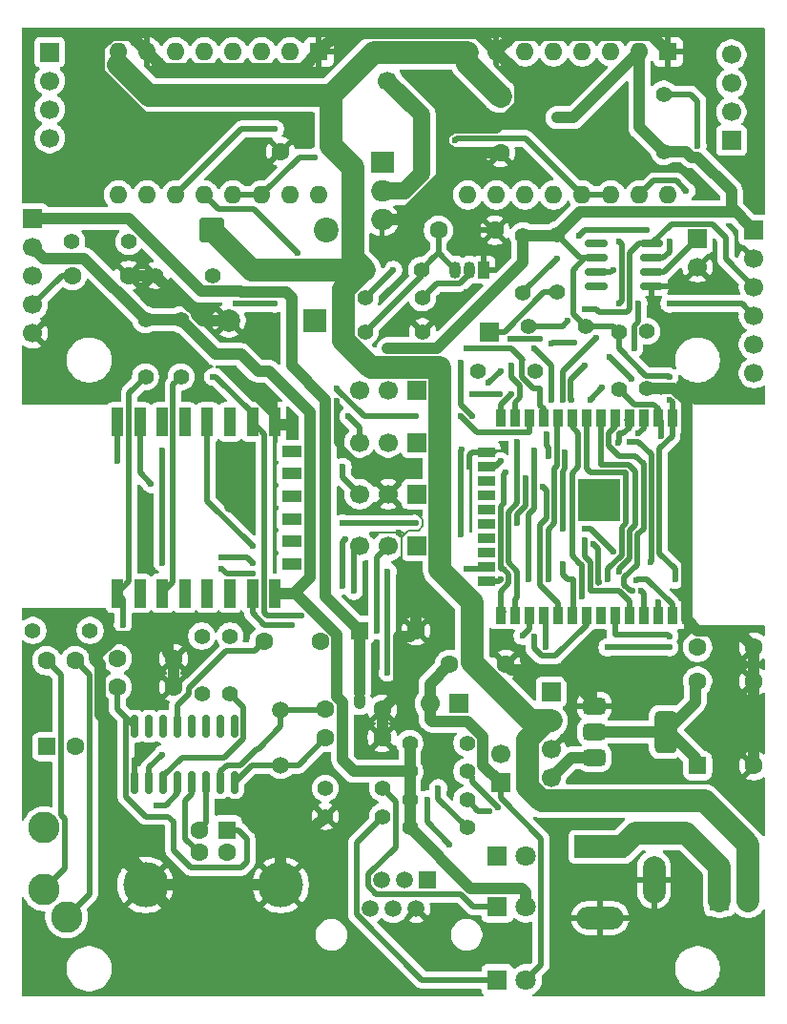
<source format=gtl>
%TF.GenerationSoftware,KiCad,Pcbnew,9.0.3*%
%TF.CreationDate,2025-07-31T09:26:23+09:00*%
%TF.ProjectId,OnStepJuwei17,4f6e5374-6570-44a7-9577-656931372e6b,rev?*%
%TF.SameCoordinates,Original*%
%TF.FileFunction,Copper,L1,Top*%
%TF.FilePolarity,Positive*%
%FSLAX46Y46*%
G04 Gerber Fmt 4.6, Leading zero omitted, Abs format (unit mm)*
G04 Created by KiCad (PCBNEW 9.0.3) date 2025-07-31 09:26:23*
%MOMM*%
%LPD*%
G01*
G04 APERTURE LIST*
G04 Aperture macros list*
%AMRoundRect*
0 Rectangle with rounded corners*
0 $1 Rounding radius*
0 $2 $3 $4 $5 $6 $7 $8 $9 X,Y pos of 4 corners*
0 Add a 4 corners polygon primitive as box body*
4,1,4,$2,$3,$4,$5,$6,$7,$8,$9,$2,$3,0*
0 Add four circle primitives for the rounded corners*
1,1,$1+$1,$2,$3*
1,1,$1+$1,$4,$5*
1,1,$1+$1,$6,$7*
1,1,$1+$1,$8,$9*
0 Add four rect primitives between the rounded corners*
20,1,$1+$1,$2,$3,$4,$5,0*
20,1,$1+$1,$4,$5,$6,$7,0*
20,1,$1+$1,$6,$7,$8,$9,0*
20,1,$1+$1,$8,$9,$2,$3,0*%
G04 Aperture macros list end*
%TA.AperFunction,ComponentPad*%
%ADD10R,1.700000X1.700000*%
%TD*%
%TA.AperFunction,ComponentPad*%
%ADD11C,1.700000*%
%TD*%
%TA.AperFunction,ComponentPad*%
%ADD12C,1.600000*%
%TD*%
%TA.AperFunction,ComponentPad*%
%ADD13C,1.400000*%
%TD*%
%TA.AperFunction,SMDPad,CuDef*%
%ADD14R,1.000000X2.500000*%
%TD*%
%TA.AperFunction,SMDPad,CuDef*%
%ADD15R,1.800000X1.000000*%
%TD*%
%TA.AperFunction,ComponentPad*%
%ADD16R,4.600000X2.000000*%
%TD*%
%TA.AperFunction,ComponentPad*%
%ADD17O,4.200000X2.000000*%
%TD*%
%TA.AperFunction,ComponentPad*%
%ADD18O,2.000000X4.200000*%
%TD*%
%TA.AperFunction,SMDPad,CuDef*%
%ADD19RoundRect,0.150000X-0.825000X-0.150000X0.825000X-0.150000X0.825000X0.150000X-0.825000X0.150000X0*%
%TD*%
%TA.AperFunction,ComponentPad*%
%ADD20C,1.500000*%
%TD*%
%TA.AperFunction,ComponentPad*%
%ADD21R,1.800000X1.800000*%
%TD*%
%TA.AperFunction,ComponentPad*%
%ADD22C,1.800000*%
%TD*%
%TA.AperFunction,ComponentPad*%
%ADD23RoundRect,0.249999X-0.850001X-0.850001X0.850001X-0.850001X0.850001X0.850001X-0.850001X0.850001X0*%
%TD*%
%TA.AperFunction,ComponentPad*%
%ADD24C,2.200000*%
%TD*%
%TA.AperFunction,SMDPad,CuDef*%
%ADD25R,0.900000X1.500000*%
%TD*%
%TA.AperFunction,SMDPad,CuDef*%
%ADD26R,1.500000X0.900000*%
%TD*%
%TA.AperFunction,SMDPad,CuDef*%
%ADD27R,0.900000X0.900000*%
%TD*%
%TA.AperFunction,HeatsinkPad*%
%ADD28C,0.600000*%
%TD*%
%TA.AperFunction,HeatsinkPad*%
%ADD29R,3.800000X3.800000*%
%TD*%
%TA.AperFunction,ComponentPad*%
%ADD30RoundRect,0.250000X-0.550000X0.550000X-0.550000X-0.550000X0.550000X-0.550000X0.550000X0.550000X0*%
%TD*%
%TA.AperFunction,ComponentPad*%
%ADD31R,2.000000X2.000000*%
%TD*%
%TA.AperFunction,ComponentPad*%
%ADD32C,2.000000*%
%TD*%
%TA.AperFunction,ComponentPad*%
%ADD33R,1.600000X1.600000*%
%TD*%
%TA.AperFunction,ComponentPad*%
%ADD34C,4.000000*%
%TD*%
%TA.AperFunction,ComponentPad*%
%ADD35RoundRect,0.250000X-0.550000X-0.550000X0.550000X-0.550000X0.550000X0.550000X-0.550000X0.550000X0*%
%TD*%
%TA.AperFunction,ComponentPad*%
%ADD36O,1.600000X1.600000*%
%TD*%
%TA.AperFunction,ComponentPad*%
%ADD37R,1.050000X1.500000*%
%TD*%
%TA.AperFunction,ComponentPad*%
%ADD38O,1.050000X1.500000*%
%TD*%
%TA.AperFunction,SMDPad,CuDef*%
%ADD39RoundRect,0.150000X0.150000X-0.825000X0.150000X0.825000X-0.150000X0.825000X-0.150000X-0.825000X0*%
%TD*%
%TA.AperFunction,ComponentPad*%
%ADD40C,2.800000*%
%TD*%
%TA.AperFunction,SMDPad,CuDef*%
%ADD41RoundRect,0.375000X-0.625000X-0.375000X0.625000X-0.375000X0.625000X0.375000X-0.625000X0.375000X0*%
%TD*%
%TA.AperFunction,SMDPad,CuDef*%
%ADD42RoundRect,0.500000X-0.500000X-1.400000X0.500000X-1.400000X0.500000X1.400000X-0.500000X1.400000X0*%
%TD*%
%TA.AperFunction,ComponentPad*%
%ADD43R,2.000000X1.905000*%
%TD*%
%TA.AperFunction,ComponentPad*%
%ADD44O,2.000000X1.905000*%
%TD*%
%TA.AperFunction,ComponentPad*%
%ADD45RoundRect,0.250000X0.550000X-0.550000X0.550000X0.550000X-0.550000X0.550000X-0.550000X-0.550000X0*%
%TD*%
%TA.AperFunction,ComponentPad*%
%ADD46R,1.520000X1.520000*%
%TD*%
%TA.AperFunction,ComponentPad*%
%ADD47C,1.520000*%
%TD*%
%TA.AperFunction,ViaPad*%
%ADD48C,0.600000*%
%TD*%
%TA.AperFunction,Conductor*%
%ADD49C,0.500000*%
%TD*%
%TA.AperFunction,Conductor*%
%ADD50C,1.000000*%
%TD*%
%TA.AperFunction,Conductor*%
%ADD51C,0.200000*%
%TD*%
%TA.AperFunction,Conductor*%
%ADD52C,2.000000*%
%TD*%
%TA.AperFunction,Conductor*%
%ADD53C,1.500000*%
%TD*%
G04 APERTURE END LIST*
D10*
%TO.P,J8,1,Pin_1*%
%TO.N,2B_2*%
X53500000Y-52690000D03*
D11*
%TO.P,J8,2,Pin_2*%
%TO.N,2A_2*%
X53500000Y-55230000D03*
%TO.P,J8,3,Pin_3*%
%TO.N,1A_2*%
X53500000Y-57770000D03*
%TO.P,J8,4,Pin_4*%
%TO.N,1B_2*%
X53500000Y-60310000D03*
%TD*%
D12*
%TO.P,C5,1*%
%TO.N,XI*%
X78000000Y-111000000D03*
%TO.P,C5,2*%
%TO.N,GND*%
X83000000Y-111000000D03*
%TD*%
D10*
%TO.P,J9,1,Pin_1*%
%TO.N,2B_1*%
X114000000Y-60540000D03*
D11*
%TO.P,J9,2,Pin_2*%
%TO.N,2A_1*%
X114000000Y-58000000D03*
%TO.P,J9,3,Pin_3*%
%TO.N,1A_1*%
X114000000Y-55460000D03*
%TO.P,J9,4,Pin_4*%
%TO.N,1B_1*%
X114000000Y-52920000D03*
%TD*%
D13*
%TO.P,R23,1*%
%TO.N,GND*%
X86580000Y-77500000D03*
%TO.P,R23,2*%
%TO.N,Net-(Q1-G)*%
X81500000Y-77500000D03*
%TD*%
%TO.P,R9,1*%
%TO.N,DE-*%
X90540000Y-116500000D03*
%TO.P,R9,2*%
%TO.N,+3V3*%
X85460000Y-116500000D03*
%TD*%
D12*
%TO.P,C3,1*%
%TO.N,u5V*%
X59500000Y-109000000D03*
%TO.P,C3,2*%
%TO.N,GND*%
X64500000Y-109000000D03*
%TD*%
D13*
%TO.P,R5,1*%
%TO.N,+3V3*%
X95500000Y-68960000D03*
%TO.P,R5,2*%
%TO.N,SDA*%
X95500000Y-74040000D03*
%TD*%
D10*
%TO.P,J2,1,Pin_1*%
%TO.N,Net-(J2-Pin_1)*%
X111000000Y-69225000D03*
D11*
%TO.P,J2,2,Pin_2*%
%TO.N,GND*%
X111000000Y-71765000D03*
%TD*%
D12*
%TO.P,C1,1*%
%TO.N,RSTa*%
X111000000Y-105500000D03*
%TO.P,C1,2*%
%TO.N,GND*%
X116000000Y-105500000D03*
%TD*%
D13*
%TO.P,R13,1*%
%TO.N,RX2*%
X68000000Y-72500000D03*
%TO.P,R13,2*%
%TO.N,GND*%
X62920000Y-72500000D03*
%TD*%
D14*
%TO.P,U4,1,~{RST}*%
%TO.N,RSTb*%
X59500000Y-100700000D03*
%TO.P,U4,2,ADC*%
%TO.N,unconnected-(U4-ADC-Pad2)*%
X61500000Y-100700000D03*
%TO.P,U4,3,EN*%
%TO.N,Net-(U4-EN)*%
X63500000Y-100700000D03*
%TO.P,U4,4,GPIO16*%
%TO.N,unconnected-(U4-GPIO16-Pad4)*%
X65500000Y-100700000D03*
%TO.P,U4,5,GPIO14*%
%TO.N,unconnected-(U4-GPIO14-Pad5)*%
X67500000Y-100700000D03*
%TO.P,U4,6,GPIO12*%
%TO.N,unconnected-(U4-GPIO12-Pad6)*%
X69500000Y-100700000D03*
%TO.P,U4,7,GPIO13*%
%TO.N,TX2*%
X71500000Y-100700000D03*
%TO.P,U4,8,VCC*%
%TO.N,+3V3*%
X73500000Y-100700000D03*
D15*
%TO.P,U4,9,CS0*%
%TO.N,unconnected-(U4-CS0-Pad9)*%
X75000000Y-98100000D03*
%TO.P,U4,10,MISO*%
%TO.N,unconnected-(U4-MISO-Pad10)*%
X75000000Y-96100000D03*
%TO.P,U4,11,GPIO9*%
%TO.N,unconnected-(U4-GPIO9-Pad11)*%
X75000000Y-94100000D03*
%TO.P,U4,12,GPIO10*%
%TO.N,unconnected-(U4-GPIO10-Pad12)*%
X75000000Y-92100000D03*
%TO.P,U4,13,MOSI*%
%TO.N,unconnected-(U4-MOSI-Pad13)*%
X75000000Y-90100000D03*
%TO.P,U4,14,SCLK*%
%TO.N,unconnected-(U4-SCLK-Pad14)*%
X75000000Y-88100000D03*
D14*
%TO.P,U4,15,GND*%
%TO.N,GND*%
X73500000Y-85500000D03*
%TO.P,U4,16,GPIO15*%
%TO.N,RX2*%
X71500000Y-85500000D03*
%TO.P,U4,17,GPIO2*%
%TO.N,unconnected-(U4-GPIO2-Pad17)*%
X69500000Y-85500000D03*
%TO.P,U4,18,GPIO0*%
%TO.N,FlashB*%
X67500000Y-85500000D03*
%TO.P,U4,19,GPIO4*%
%TO.N,unconnected-(U4-GPIO4-Pad19)*%
X65500000Y-85500000D03*
%TO.P,U4,20,GPIO5*%
%TO.N,unconnected-(U4-GPIO5-Pad20)*%
X63500000Y-85500000D03*
%TO.P,U4,21,GPIO3/RXD*%
%TO.N,RXb*%
X61500000Y-85500000D03*
%TO.P,U4,22,GPIO1/TXD*%
%TO.N,TXb*%
X59500000Y-85500000D03*
%TD*%
D16*
%TO.P,J15,1*%
%TO.N,Net-(J16-Pin_1)*%
X102350000Y-123200000D03*
D17*
%TO.P,J15,2*%
%TO.N,GND*%
X102350000Y-129500000D03*
D18*
%TO.P,J15,3*%
X107150000Y-126100000D03*
%TD*%
D10*
%TO.P,J7,1,Pin_1*%
%TO.N,+5V*%
X93500000Y-117500000D03*
D11*
%TO.P,J7,2,Pin_2*%
%TO.N,GND*%
X93500000Y-114960000D03*
%TD*%
D19*
%TO.P,U2,1,32KHZ*%
%TO.N,unconnected-(U2-32KHZ-Pad1)*%
X102000000Y-69690000D03*
%TO.P,U2,2,VCC*%
%TO.N,+3V3*%
X102000000Y-70960000D03*
%TO.P,U2,3,~{INT}/SQW*%
%TO.N,PPS*%
X102000000Y-72230000D03*
%TO.P,U2,4,~{RST}*%
%TO.N,unconnected-(U2-~{RST}-Pad4)*%
X102000000Y-73500000D03*
%TO.P,U2,5,GND*%
%TO.N,GND*%
X106950000Y-73500000D03*
%TO.P,U2,6,VBAT*%
%TO.N,Net-(J2-Pin_1)*%
X106950000Y-72230000D03*
%TO.P,U2,7,SDA*%
%TO.N,SDA*%
X106950000Y-70960000D03*
%TO.P,U2,8,SCL*%
%TO.N,SCL*%
X106950000Y-69690000D03*
%TD*%
D10*
%TO.P,J12,1,Pin_1*%
%TO.N,DIR1*%
X86080000Y-91910000D03*
D11*
%TO.P,J12,2,Pin_2*%
%TO.N,GND*%
X83540000Y-91910000D03*
%TO.P,J12,3,Pin_3*%
%TO.N,FlashB*%
X81000000Y-91910000D03*
%TD*%
D20*
%TO.P,Y1,1,1*%
%TO.N,XI*%
X74000000Y-111060000D03*
%TO.P,Y1,2,2*%
%TO.N,XO*%
X74000000Y-115940000D03*
%TD*%
D21*
%TO.P,D3,1,K*%
%TO.N,Net-(D3-K)*%
X93230000Y-128500000D03*
D22*
%TO.P,D3,2,A*%
%TO.N,+3V3*%
X95770000Y-128500000D03*
%TD*%
D13*
%TO.P,R10,1*%
%TO.N,RA-*%
X90540000Y-114000000D03*
%TO.P,R10,2*%
%TO.N,+3V3*%
X85460000Y-114000000D03*
%TD*%
D23*
%TO.P,D5,1,K*%
%TO.N,VM*%
X67920000Y-68500000D03*
D24*
%TO.P,D5,2,A*%
%TO.N,/-*%
X78080000Y-68500000D03*
%TD*%
D12*
%TO.P,C12,1*%
%TO.N,+3V3*%
X111000000Y-108500000D03*
%TO.P,C12,2*%
%TO.N,GND*%
X116000000Y-108500000D03*
%TD*%
D13*
%TO.P,R21,1*%
%TO.N,Net-(Q2-B)*%
X86580000Y-74500000D03*
%TO.P,R21,2*%
%TO.N,EN12*%
X81500000Y-74500000D03*
%TD*%
D10*
%TO.P,J18,1,Pin_1*%
%TO.N,+5V*%
X52000000Y-67460000D03*
D11*
%TO.P,J18,2,Pin_2*%
%TO.N,+3V3*%
X52000000Y-70000000D03*
%TO.P,J18,3,Pin_3*%
%TO.N,Net-(J18-Pin_3)*%
X52000000Y-72540000D03*
%TO.P,J18,4,Pin_4*%
%TO.N,PEC*%
X52000000Y-75080000D03*
%TO.P,J18,5,Pin_5*%
%TO.N,GND*%
X52000000Y-77620000D03*
%TD*%
D25*
%TO.P,U1,1,GND*%
%TO.N,GND*%
X110010000Y-85150000D03*
%TO.P,U1,2,VDD*%
%TO.N,+3V3*%
X108740000Y-85150000D03*
%TO.P,U1,3,EN*%
%TO.N,RSTa*%
X107470000Y-85150000D03*
%TO.P,U1,4,SENSOR_VP*%
%TO.N,PPS*%
X106200000Y-85150000D03*
%TO.P,U1,5,SENSOR_VN*%
%TO.N,PEC*%
X104930000Y-85150000D03*
%TO.P,U1,6,IO34*%
%TO.N,RA-*%
X103660000Y-85150000D03*
%TO.P,U1,7,IO35*%
%TO.N,RA+*%
X102390000Y-85150000D03*
%TO.P,U1,8,IO32*%
%TO.N,DE-*%
X101120000Y-85150000D03*
%TO.P,U1,9,IO33*%
%TO.N,DE+*%
X99850000Y-85150000D03*
%TO.P,U1,10,IO25*%
%TO.N,AUX8*%
X98580000Y-85150000D03*
%TO.P,U1,11,IO26*%
%TO.N,DIR2*%
X97310000Y-85150000D03*
%TO.P,U1,12,IO27*%
%TO.N,STP2*%
X96040000Y-85150000D03*
%TO.P,U1,13,IO14*%
%TO.N,CLK*%
X94770000Y-85150000D03*
%TO.P,U1,14,IO12*%
%TO.N,EN12*%
X93500000Y-85150000D03*
D26*
%TO.P,U1,15,GND*%
%TO.N,GND*%
X92250000Y-88190000D03*
%TO.P,U1,16,IO13*%
%TO.N,MOSI*%
X92250000Y-89460000D03*
%TO.P,U1,17,NC*%
%TO.N,unconnected-(U1-NC-Pad17)*%
X92250000Y-90730000D03*
%TO.P,U1,18,NC*%
%TO.N,unconnected-(U1-NC-Pad18)*%
X92250000Y-92000000D03*
%TO.P,U1,19,NC*%
%TO.N,unconnected-(U1-NC-Pad19)*%
X92250000Y-93270000D03*
%TO.P,U1,20,NC*%
%TO.N,unconnected-(U1-NC-Pad20)*%
X92250000Y-94540000D03*
%TO.P,U1,21,NC*%
%TO.N,unconnected-(U1-NC-Pad21)*%
X92250000Y-95810000D03*
%TO.P,U1,22,NC*%
%TO.N,unconnected-(U1-NC-Pad22)*%
X92250000Y-97080000D03*
%TO.P,U1,23,IO15*%
%TO.N,OneWire*%
X92250000Y-98350000D03*
%TO.P,U1,24,IO2*%
%TO.N,Tone*%
X92250000Y-99620000D03*
D25*
%TO.P,U1,25,IO0*%
%TO.N,DIR1*%
X93500000Y-102650000D03*
%TO.P,U1,26,IO4*%
%TO.N,AUX2*%
X94770000Y-102650000D03*
%TO.P,U1,27,IO16*%
%TO.N,RX2*%
X96040000Y-102650000D03*
%TO.P,U1,28,IO17*%
%TO.N,TX2*%
X97310000Y-102650000D03*
%TO.P,U1,29,IO5*%
%TO.N,CS2*%
X98580000Y-102650000D03*
%TO.P,U1,30,IO18*%
%TO.N,STP1*%
X99850000Y-102650000D03*
%TO.P,U1,31,IO19*%
%TO.N,Reticle*%
X101120000Y-102650000D03*
%TO.P,U1,32,NC*%
%TO.N,unconnected-(U1-NC-Pad32)*%
X102390000Y-102650000D03*
%TO.P,U1,33,IO21*%
%TO.N,SDA*%
X103660000Y-102650000D03*
%TO.P,U1,34,RXD0/IO3*%
%TO.N,RXa*%
X104930000Y-102650000D03*
%TO.P,U1,35,TXD0/IO1*%
%TO.N,TXa*%
X106200000Y-102650000D03*
%TO.P,U1,36,IO22*%
%TO.N,SCL*%
X107470000Y-102650000D03*
%TO.P,U1,37,IO23*%
%TO.N,CS1*%
X108740000Y-102650000D03*
%TO.P,U1,38,GND*%
%TO.N,GND*%
X110010000Y-102650000D03*
D27*
%TO.P,U1,39,GND*%
X103690000Y-91000000D03*
D28*
X102990000Y-91000000D03*
D27*
X102290000Y-91000000D03*
D28*
X101590000Y-91000000D03*
D27*
X100890000Y-91000000D03*
D28*
X103690000Y-91700000D03*
X102290000Y-91700000D03*
X100890000Y-91700000D03*
X102990000Y-92375000D03*
X101590000Y-92375000D03*
D27*
X103690000Y-92400000D03*
X102290000Y-92400000D03*
D29*
X102290000Y-92400000D03*
D27*
X100890000Y-92400000D03*
D28*
X103690000Y-93100000D03*
X102290000Y-93100000D03*
X100890000Y-93100000D03*
D27*
X103690000Y-93800000D03*
D28*
X102990000Y-93800000D03*
D27*
X102290000Y-93800000D03*
D28*
X101590000Y-93800000D03*
D27*
X100890000Y-93800000D03*
%TD*%
D12*
%TO.P,C13,1*%
%TO.N,VM*%
X74000000Y-56500000D03*
%TO.P,C13,2*%
%TO.N,GND*%
X74000000Y-61500000D03*
%TD*%
D13*
%TO.P,R18,1*%
%TO.N,GND*%
X77960000Y-120500000D03*
%TO.P,R18,2*%
%TO.N,Net-(D2-K)*%
X83040000Y-120500000D03*
%TD*%
D30*
%TO.P,C11,1*%
%TO.N,VM*%
X93500000Y-56597349D03*
D12*
%TO.P,C11,2*%
%TO.N,GND*%
X93500000Y-61597349D03*
%TD*%
D13*
%TO.P,R12,1*%
%TO.N,Net-(U3-RXD)*%
X69500000Y-109580000D03*
%TO.P,R12,2*%
%TO.N,RX*%
X69500000Y-104500000D03*
%TD*%
D10*
%TO.P,J11,1,Pin_1*%
%TO.N,RXa*%
X86080000Y-87320000D03*
D11*
%TO.P,J11,2,Pin_2*%
%TO.N,TX*%
X83540000Y-87320000D03*
%TO.P,J11,3,Pin_3*%
%TO.N,RXb*%
X81000000Y-87320000D03*
%TD*%
D31*
%TO.P,BZ1,1,+*%
%TO.N,Net-(BZ1-+)*%
X77000000Y-76500000D03*
D32*
%TO.P,BZ1,2,-*%
%TO.N,GND*%
X69400000Y-76500000D03*
%TD*%
D13*
%TO.P,R1,1*%
%TO.N,+3V3*%
X104000000Y-77500000D03*
%TO.P,R1,2*%
%TO.N,RSTa*%
X104000000Y-82580000D03*
%TD*%
D12*
%TO.P,C4,1*%
%TO.N,XO*%
X78000000Y-113500000D03*
%TO.P,C4,2*%
%TO.N,GND*%
X83000000Y-113500000D03*
%TD*%
D10*
%TO.P,J14,1,Pin_1*%
%TO.N,+3V3*%
X116000000Y-68460000D03*
D11*
%TO.P,J14,2,Pin_2*%
%TO.N,GND*%
X116000000Y-71000000D03*
%TO.P,J14,3,Pin_3*%
%TO.N,SCL*%
X116000000Y-73540000D03*
%TO.P,J14,4,Pin_4*%
%TO.N,SDA*%
X116000000Y-76080000D03*
%TO.P,J14,5,Pin_5*%
%TO.N,/CSB*%
X116000000Y-78620000D03*
%TO.P,J14,6,Pin_6*%
%TO.N,/SDO*%
X116000000Y-81160000D03*
%TD*%
D33*
%TO.P,J5,1,VBUS*%
%TO.N,u5V*%
X69250000Y-121712500D03*
D12*
%TO.P,J5,2,D-*%
%TO.N,D-*%
X66750000Y-121712500D03*
%TO.P,J5,3,D+*%
%TO.N,D+*%
X66750000Y-123712500D03*
%TO.P,J5,4,GND*%
%TO.N,GND*%
X69250000Y-123712500D03*
D34*
%TO.P,J5,5,Shield*%
X74000000Y-126572500D03*
X62000000Y-126572500D03*
%TD*%
D35*
%TO.P,C10,1*%
%TO.N,+3V3*%
X111000000Y-116000000D03*
D12*
%TO.P,C10,2*%
%TO.N,GND*%
X116000000Y-116000000D03*
%TD*%
D33*
%TO.P,A2,1,GND*%
%TO.N,GND*%
X77390000Y-52660000D03*
D36*
%TO.P,A2,2,VDD*%
%TO.N,+3V3*%
X74850000Y-52660000D03*
%TO.P,A2,3,1B*%
%TO.N,1B_2*%
X72310000Y-52660000D03*
%TO.P,A2,4,1A*%
%TO.N,1A_2*%
X69770000Y-52660000D03*
%TO.P,A2,5,2A*%
%TO.N,2A_2*%
X67230000Y-52660000D03*
%TO.P,A2,6,2B*%
%TO.N,2B_2*%
X64690000Y-52660000D03*
%TO.P,A2,7,GND*%
%TO.N,GND*%
X62150000Y-52660000D03*
%TO.P,A2,8,VMOT*%
%TO.N,VM*%
X59610000Y-52660000D03*
%TO.P,A2,9,~{ENABLE}*%
%TO.N,EN12*%
X59610000Y-65360000D03*
%TO.P,A2,10,MS1*%
%TO.N,MOSI*%
X62150000Y-65360000D03*
%TO.P,A2,11,MS2*%
%TO.N,CLK*%
X64690000Y-65360000D03*
%TO.P,A2,12,MS3*%
%TO.N,CS2*%
X67230000Y-65360000D03*
%TO.P,A2,13,~{RESET}*%
%TO.N,AUX2*%
X69770000Y-65360000D03*
%TO.P,A2,14,~{SLEEP}*%
X72310000Y-65360000D03*
%TO.P,A2,15,STEP*%
%TO.N,STP2*%
X74850000Y-65360000D03*
%TO.P,A2,16,DIR*%
%TO.N,DIR2*%
X77390000Y-65360000D03*
%TD*%
D10*
%TO.P,J10,1,Pin_1*%
%TO.N,TXa*%
X86080000Y-82730000D03*
D11*
%TO.P,J10,2,Pin_2*%
%TO.N,RX*%
X83540000Y-82730000D03*
%TO.P,J10,3,Pin_3*%
%TO.N,TXb*%
X81000000Y-82730000D03*
%TD*%
D13*
%TO.P,R19,1*%
%TO.N,AUX8*%
X77960000Y-118000000D03*
%TO.P,R19,2*%
%TO.N,Net-(D3-K)*%
X83040000Y-118000000D03*
%TD*%
D21*
%TO.P,D2,1,K*%
%TO.N,Net-(D2-K)*%
X93230000Y-135000000D03*
D22*
%TO.P,D2,2,A*%
%TO.N,+5V*%
X95770000Y-135000000D03*
%TD*%
D13*
%TO.P,R6,1*%
%TO.N,PPS*%
X98500000Y-74000000D03*
%TO.P,R6,2*%
%TO.N,+3V3*%
X98500000Y-68920000D03*
%TD*%
%TO.P,R14,1*%
%TO.N,+3V3*%
X65150000Y-76420000D03*
%TO.P,R14,2*%
%TO.N,Net-(U4-EN)*%
X65150000Y-81500000D03*
%TD*%
D37*
%TO.P,Q2,1,E*%
%TO.N,GND*%
X92040000Y-72000000D03*
D38*
%TO.P,Q2,2,B*%
%TO.N,Net-(Q2-B)*%
X90770000Y-72000000D03*
%TO.P,Q2,3,C*%
%TO.N,Net-(Q1-G)*%
X89500000Y-72000000D03*
%TD*%
D39*
%TO.P,U3,1,GND*%
%TO.N,GND*%
X61055000Y-117450000D03*
%TO.P,U3,2,TXD*%
%TO.N,Net-(U3-TXD)*%
X62325000Y-117450000D03*
%TO.P,U3,3,RXD*%
%TO.N,Net-(U3-RXD)*%
X63595000Y-117450000D03*
%TO.P,U3,4,V3*%
%TO.N,Net-(U3-V3)*%
X64865000Y-117450000D03*
%TO.P,U3,5,UD+*%
%TO.N,D+*%
X66135000Y-117450000D03*
%TO.P,U3,6,UD-*%
%TO.N,D-*%
X67405000Y-117450000D03*
%TO.P,U3,7,XI*%
%TO.N,XI*%
X68675000Y-117450000D03*
%TO.P,U3,8,XO*%
%TO.N,XO*%
X69945000Y-117450000D03*
%TO.P,U3,9,~{CTS}*%
%TO.N,unconnected-(U3-~{CTS}-Pad9)*%
X69945000Y-112500000D03*
%TO.P,U3,10,~{DSR}*%
%TO.N,unconnected-(U3-~{DSR}-Pad10)*%
X68675000Y-112500000D03*
%TO.P,U3,11,~{RI}*%
%TO.N,unconnected-(U3-~{RI}-Pad11)*%
X67405000Y-112500000D03*
%TO.P,U3,12,~{DCD}*%
%TO.N,unconnected-(U3-~{DCD}-Pad12)*%
X66135000Y-112500000D03*
%TO.P,U3,13,~{DTR}*%
%TO.N,DTR*%
X64865000Y-112500000D03*
%TO.P,U3,14,~{RTS}*%
%TO.N,unconnected-(U3-~{RTS}-Pad14)*%
X63595000Y-112500000D03*
%TO.P,U3,15,R232*%
%TO.N,unconnected-(U3-R232-Pad15)*%
X62325000Y-112500000D03*
%TO.P,U3,16,VCC*%
%TO.N,u5V*%
X61055000Y-112500000D03*
%TD*%
D33*
%TO.P,A1,1,GND*%
%TO.N,GND*%
X108390000Y-52660000D03*
D36*
%TO.P,A1,2,VDD*%
%TO.N,+3V3*%
X105850000Y-52660000D03*
%TO.P,A1,3,1B*%
%TO.N,1B_1*%
X103310000Y-52660000D03*
%TO.P,A1,4,1A*%
%TO.N,1A_1*%
X100770000Y-52660000D03*
%TO.P,A1,5,2A*%
%TO.N,2A_1*%
X98230000Y-52660000D03*
%TO.P,A1,6,2B*%
%TO.N,2B_1*%
X95690000Y-52660000D03*
%TO.P,A1,7,GND*%
%TO.N,GND*%
X93150000Y-52660000D03*
%TO.P,A1,8,VMOT*%
%TO.N,VM*%
X90610000Y-52660000D03*
%TO.P,A1,9,~{ENABLE}*%
%TO.N,EN12*%
X90610000Y-65360000D03*
%TO.P,A1,10,MS1*%
%TO.N,MOSI*%
X93150000Y-65360000D03*
%TO.P,A1,11,MS2*%
%TO.N,CLK*%
X95690000Y-65360000D03*
%TO.P,A1,12,MS3*%
%TO.N,CS1*%
X98230000Y-65360000D03*
%TO.P,A1,13,~{RESET}*%
%TO.N,AUX2*%
X100770000Y-65360000D03*
%TO.P,A1,14,~{SLEEP}*%
X103310000Y-65360000D03*
%TO.P,A1,15,STEP*%
%TO.N,STP1*%
X105850000Y-65360000D03*
%TO.P,A1,16,DIR*%
%TO.N,DIR1*%
X108390000Y-65360000D03*
%TD*%
D12*
%TO.P,C2,1*%
%TO.N,Net-(U3-V3)*%
X59500000Y-106500000D03*
%TO.P,C2,2*%
%TO.N,GND*%
X64500000Y-106500000D03*
%TD*%
D13*
%TO.P,R8,1*%
%TO.N,DE+*%
X90540000Y-119000000D03*
%TO.P,R8,2*%
%TO.N,+3V3*%
X85460000Y-119000000D03*
%TD*%
D10*
%TO.P,J3,1,Pin_1*%
%TO.N,PPS*%
X92500000Y-77500000D03*
%TD*%
D13*
%TO.P,R7,1*%
%TO.N,RA+*%
X90540000Y-121500000D03*
%TO.P,R7,2*%
%TO.N,+3V3*%
X85460000Y-121500000D03*
%TD*%
D12*
%TO.P,C7,1*%
%TO.N,PEC*%
X55500000Y-72500000D03*
%TO.P,C7,2*%
%TO.N,GND*%
X60500000Y-72500000D03*
%TD*%
D40*
%TO.P,J20,R*%
%TO.N,N/C*%
X53000000Y-121500000D03*
%TO.P,J20,S*%
%TO.N,Net-(J20-PadS)*%
X55000000Y-129400000D03*
%TO.P,J20,T*%
%TO.N,Net-(J20-PadT)*%
X53000000Y-127000000D03*
%TD*%
D10*
%TO.P,J19,1,Pin_1*%
%TO.N,VM*%
X83500000Y-52725000D03*
D11*
%TO.P,J19,2,Pin_2*%
%TO.N,/-*%
X83500000Y-55265000D03*
%TD*%
D41*
%TO.P,U5,1,GND*%
%TO.N,GND*%
X101850000Y-110700000D03*
%TO.P,U5,2,VO*%
%TO.N,+3V3*%
X101850000Y-113000000D03*
D42*
X108150000Y-113000000D03*
D41*
%TO.P,U5,3,VI*%
%TO.N,+5V*%
X101850000Y-115300000D03*
%TD*%
D10*
%TO.P,J13,1,Pin_1*%
%TO.N,RSTa*%
X86080000Y-96500000D03*
D11*
%TO.P,J13,2,Pin_2*%
%TO.N,Net-(J13-Pin_2)*%
X83540000Y-96500000D03*
%TO.P,J13,3,Pin_3*%
%TO.N,RSTb*%
X81000000Y-96500000D03*
%TD*%
D13*
%TO.P,R20,1*%
%TO.N,Net-(J18-Pin_3)*%
X55460000Y-69500000D03*
%TO.P,R20,2*%
%TO.N,Reticle*%
X60540000Y-69500000D03*
%TD*%
D43*
%TO.P,Q1,1,G*%
%TO.N,Net-(Q1-G)*%
X83000000Y-62500000D03*
D44*
%TO.P,Q1,2,D*%
%TO.N,/-*%
X83000000Y-65040000D03*
%TO.P,Q1,3,S*%
%TO.N,GND*%
X83000000Y-67580000D03*
%TD*%
D13*
%TO.P,R2,1*%
%TO.N,GND*%
X106500000Y-82540000D03*
%TO.P,R2,2*%
%TO.N,EN12*%
X106500000Y-77460000D03*
%TD*%
D45*
%TO.P,U6,1*%
%TO.N,Net-(D1-K)*%
X53225000Y-114305000D03*
D12*
%TO.P,U6,2*%
%TO.N,GND*%
X55765000Y-114305000D03*
%TO.P,U6,3*%
%TO.N,Net-(J20-PadS)*%
X55765000Y-106685000D03*
%TO.P,U6,4*%
%TO.N,Net-(J20-PadT)*%
X53225000Y-106685000D03*
%TD*%
%TO.P,C8,1*%
%TO.N,Net-(Q1-G)*%
X88000000Y-68500000D03*
%TO.P,C8,2*%
%TO.N,GND*%
X93000000Y-68500000D03*
%TD*%
%TO.P,C14,1*%
%TO.N,+5V*%
X89000000Y-107000000D03*
%TO.P,C14,2*%
%TO.N,GND*%
X94000000Y-107000000D03*
%TD*%
D13*
%TO.P,R22,1*%
%TO.N,Net-(Q1-G)*%
X86500000Y-72000000D03*
%TO.P,R22,2*%
%TO.N,VM*%
X81420000Y-72000000D03*
%TD*%
%TO.P,R11,1*%
%TO.N,TX*%
X67000000Y-104500000D03*
%TO.P,R11,2*%
%TO.N,Net-(U3-TXD)*%
X67000000Y-109580000D03*
%TD*%
%TO.P,R16,1*%
%TO.N,Net-(BZ1-+)*%
X91500000Y-81000000D03*
%TO.P,R16,2*%
%TO.N,Tone*%
X96580000Y-81000000D03*
%TD*%
D12*
%TO.P,C6,1*%
%TO.N,DTR*%
X72500000Y-105000000D03*
%TO.P,C6,2*%
%TO.N,Net-(J13-Pin_2)*%
X77500000Y-105000000D03*
%TD*%
D13*
%TO.P,R15,1*%
%TO.N,+3V3*%
X62000000Y-76420000D03*
%TO.P,R15,2*%
%TO.N,RSTb*%
X62000000Y-81500000D03*
%TD*%
D10*
%TO.P,J6,1,Pin_1*%
%TO.N,/EN*%
X98000000Y-109460000D03*
D11*
%TO.P,J6,2,Pin_2*%
%TO.N,VM*%
X98000000Y-112000000D03*
%TO.P,J6,3,Pin_3*%
%TO.N,GND*%
X98000000Y-114540000D03*
%TO.P,J6,4,Pin_4*%
%TO.N,+5V*%
X98000000Y-117080000D03*
%TD*%
D13*
%TO.P,R4,1*%
%TO.N,SCL*%
X96000000Y-77000000D03*
%TO.P,R4,2*%
%TO.N,+3V3*%
X101080000Y-77000000D03*
%TD*%
%TO.P,R17,1*%
%TO.N,Net-(D1-A)*%
X52000000Y-104000000D03*
%TO.P,R17,2*%
%TO.N,OneWire*%
X57080000Y-104000000D03*
%TD*%
D21*
%TO.P,D1,1,K*%
%TO.N,Net-(D1-K)*%
X93230000Y-124000000D03*
D22*
%TO.P,D1,2,A*%
%TO.N,Net-(D1-A)*%
X95770000Y-124000000D03*
%TD*%
D10*
%TO.P,J16,1,Pin_1*%
%TO.N,Net-(J16-Pin_1)*%
X112960000Y-128000000D03*
D11*
%TO.P,J16,2,Pin_2*%
%TO.N,VM*%
X115500000Y-128000000D03*
%TD*%
D10*
%TO.P,J4,1,Pin_1*%
%TO.N,Net-(J4-Pin_1)*%
X89775000Y-110500000D03*
D11*
%TO.P,J4,2,Pin_2*%
%TO.N,+5V*%
X87235000Y-110500000D03*
%TD*%
D35*
%TO.P,C9,1*%
%TO.N,+5V*%
X81000000Y-104000000D03*
D12*
%TO.P,C9,2*%
%TO.N,GND*%
X86000000Y-104000000D03*
%TD*%
D46*
%TO.P,J1,1*%
%TO.N,Net-(J4-Pin_1)*%
X87050000Y-126160000D03*
D47*
%TO.P,J1,2*%
%TO.N,GND*%
X86030000Y-128700000D03*
%TO.P,J1,3*%
%TO.N,RA-*%
X85010000Y-126160000D03*
%TO.P,J1,4*%
%TO.N,DE-*%
X83990000Y-128700000D03*
%TO.P,J1,5*%
%TO.N,DE+*%
X82970000Y-126160000D03*
%TO.P,J1,6*%
%TO.N,RA+*%
X81950000Y-128700000D03*
%TD*%
D13*
%TO.P,R3,1*%
%TO.N,DIR1*%
X108000000Y-56420000D03*
%TO.P,R3,2*%
%TO.N,+3V3*%
X108000000Y-61500000D03*
%TD*%
D48*
%TO.N,AUX2*%
X104000000Y-75000000D03*
X104000000Y-69500000D03*
X77000000Y-62000000D03*
X99000000Y-83500000D03*
X95000000Y-87250000D03*
X89500000Y-60500000D03*
X102000000Y-78000000D03*
%TO.N,CS1*%
X99250000Y-88189340D03*
X99800003Y-83500000D03*
X99000000Y-95000000D03*
X105530331Y-99530331D03*
X103500000Y-97000000D03*
X101000000Y-80500000D03*
X101000000Y-95000000D03*
%TO.N,DIR1*%
X105750000Y-75000000D03*
X93832364Y-92701000D03*
X94000000Y-90000000D03*
X101468963Y-83531037D03*
X105349000Y-79000000D03*
X102530331Y-82469669D03*
X111000000Y-61000000D03*
%TO.N,GND*%
X62000000Y-92000000D03*
X113500000Y-62500000D03*
X54000000Y-77000000D03*
X82169946Y-95500000D03*
X75000000Y-121500000D03*
X62000000Y-95500000D03*
X107500000Y-109500000D03*
X71500000Y-78000000D03*
X98000000Y-51159000D03*
X88000000Y-77000000D03*
X54500000Y-103500000D03*
X61000000Y-121000000D03*
X85065000Y-93435000D03*
X116000000Y-120000000D03*
X62000000Y-96500000D03*
X115500000Y-63000000D03*
X73500000Y-118000000D03*
X67000000Y-103000000D03*
X67000000Y-61000000D03*
X89500000Y-133000000D03*
X109500000Y-77000000D03*
X90750000Y-89500000D03*
X96500000Y-56000000D03*
X69500000Y-81000000D03*
X57500000Y-106500000D03*
X56500000Y-65500000D03*
X65000000Y-62500000D03*
X109000000Y-130000000D03*
X74000000Y-54161000D03*
X65000000Y-79000000D03*
X65500000Y-103000000D03*
X58500000Y-112000000D03*
X71500000Y-129500000D03*
X100000000Y-113000000D03*
X61055000Y-115555000D03*
X113000000Y-72500000D03*
X112500000Y-77000000D03*
X52000000Y-118500000D03*
X69500000Y-93000000D03*
X91500000Y-70000000D03*
X63500000Y-134500000D03*
X100000000Y-108500000D03*
X69000000Y-59000000D03*
X56000000Y-53000000D03*
X79000000Y-83630552D03*
X91500000Y-73500000D03*
X58000000Y-75000000D03*
X63000000Y-105000000D03*
X81500000Y-98500000D03*
X102500000Y-62000000D03*
X111500000Y-65000000D03*
X109000000Y-63000000D03*
X71000000Y-90000000D03*
X55500000Y-63500000D03*
X69500000Y-90000000D03*
X52500000Y-131000000D03*
X88000000Y-55500000D03*
X54500000Y-104500000D03*
X52000000Y-83000000D03*
X53000000Y-109000000D03*
X53000000Y-112000000D03*
X54000000Y-78000000D03*
X62000000Y-93000000D03*
X73000000Y-54161000D03*
X71500000Y-61500000D03*
X75000000Y-86000000D03*
X66500000Y-131000000D03*
X64500000Y-74500000D03*
X115500000Y-64500000D03*
X80000000Y-120500000D03*
X113000000Y-73500000D03*
X70500000Y-62500000D03*
X70500000Y-87500000D03*
X82500000Y-135500000D03*
X69500000Y-88000000D03*
X80500000Y-118000000D03*
X80500000Y-51024000D03*
X112000000Y-65500000D03*
X84691000Y-98000000D03*
X59000000Y-62500000D03*
X111000000Y-77000000D03*
X58500000Y-114500000D03*
X84500000Y-95349000D03*
X106000000Y-63000000D03*
X84500000Y-89500000D03*
X71000000Y-93000000D03*
X103000000Y-121000000D03*
X57000000Y-74500000D03*
X110500000Y-52500000D03*
X99500000Y-61000000D03*
X72000000Y-118000000D03*
X86000000Y-51024000D03*
X58500000Y-117000000D03*
X66500000Y-83000000D03*
X57500000Y-69500000D03*
X90500000Y-74000000D03*
X68500000Y-51000000D03*
X88000000Y-51024000D03*
X100500000Y-134000000D03*
X114000000Y-73500000D03*
%TO.N,+3V3*%
X83500000Y-79000000D03*
X73000000Y-81000000D03*
X109000000Y-99500000D03*
X98500000Y-58500000D03*
X108500000Y-81500000D03*
X108500000Y-83514240D03*
%TO.N,EN12*%
X94500000Y-83000000D03*
X73500000Y-75000000D03*
X84000000Y-72000000D03*
X70000000Y-75000000D03*
%TO.N,STP1*%
X99065687Y-98065687D03*
X110000000Y-65000000D03*
%TO.N,MOSI*%
X97586021Y-86578987D03*
X98000000Y-83500000D03*
X97750000Y-88500000D03*
X96500000Y-79000000D03*
X93500000Y-89000000D03*
%TO.N,CLK*%
X94500000Y-80500000D03*
X73500000Y-59500000D03*
X94405789Y-78094211D03*
X97000000Y-78151000D03*
%TO.N,CS2*%
X91030331Y-84969669D03*
X75500000Y-70500000D03*
X97250000Y-91250000D03*
X90000000Y-80250000D03*
%TO.N,DIR2*%
X90500000Y-79000000D03*
%TO.N,STP2*%
X79000000Y-82500000D03*
X86000000Y-85000000D03*
X90000000Y-85000000D03*
%TO.N,RSTa*%
X103000000Y-105500000D03*
X108500000Y-105500000D03*
X101750706Y-96311368D03*
X107719669Y-86719669D03*
X102250000Y-99750000D03*
%TO.N,Net-(U3-V3)*%
X63000000Y-119500000D03*
%TO.N,Net-(J13-Pin_2)*%
X82500000Y-104000000D03*
%TO.N,PEC*%
X86000000Y-94500000D03*
X79500000Y-94500000D03*
X95750000Y-90500000D03*
X71500000Y-98000000D03*
X68750000Y-97500000D03*
X95000000Y-94500000D03*
X103950831Y-87390169D03*
%TO.N,+5V*%
X81000000Y-109500000D03*
X81000000Y-110500000D03*
%TO.N,DE+*%
X100750000Y-101000000D03*
X92500000Y-120000000D03*
%TO.N,Net-(J4-Pin_1)*%
X86989669Y-118989669D03*
X89000000Y-123000000D03*
%TO.N,RA+*%
X104000000Y-98749000D03*
X87989669Y-117989669D03*
%TO.N,DE-*%
X103059660Y-99499000D03*
X93294669Y-119705331D03*
%TO.N,RA-*%
X105200997Y-100500000D03*
%TO.N,PPS*%
X103500000Y-72000000D03*
X98065687Y-78565687D03*
X100030331Y-78469669D03*
X105750000Y-86500000D03*
X105151000Y-81651000D03*
X103199669Y-79699669D03*
%TO.N,TXa*%
X106856313Y-97914075D03*
X106001000Y-100500000D03*
X105000000Y-87250000D03*
X91000000Y-83000000D03*
X93435020Y-83004318D03*
%TO.N,TXb*%
X59500000Y-89000000D03*
%TO.N,RXa*%
X90000000Y-95500000D03*
X90061364Y-87938636D03*
X101000000Y-96000000D03*
%TO.N,RXb*%
X62500000Y-91000000D03*
X80000000Y-85000000D03*
%TO.N,TX*%
X79469669Y-100030331D03*
X79731348Y-95928760D03*
%TO.N,FlashB*%
X79500000Y-89500000D03*
X71500000Y-96500000D03*
%TO.N,RSTb*%
X60000000Y-103500000D03*
X80500000Y-100500000D03*
%TO.N,SCL*%
X99500000Y-76500000D03*
X101000000Y-75500000D03*
X107500000Y-101500000D03*
%TO.N,SDA*%
X108500000Y-69500000D03*
X106500000Y-68500000D03*
X108500000Y-75000000D03*
X98500000Y-71000000D03*
X100500000Y-69000000D03*
X108500000Y-104500000D03*
%TO.N,Net-(U3-TXD)*%
X63500000Y-115000000D03*
%TO.N,RX2*%
X95470000Y-104470000D03*
X68000000Y-81500000D03*
X75854260Y-102645740D03*
%TO.N,Tone*%
X93500000Y-99500000D03*
X93526013Y-80973987D03*
X92465351Y-82034649D03*
X96000000Y-99500000D03*
X96500000Y-88000000D03*
%TO.N,OneWire*%
X90500000Y-98500000D03*
X83500000Y-98750000D03*
X83500000Y-107750000D03*
%TO.N,AUX8*%
X97750000Y-99500000D03*
%TO.N,Reticle*%
X71500000Y-98949998D03*
X63500000Y-98000000D03*
X96500331Y-104500331D03*
X68750000Y-98500000D03*
X63500000Y-88000000D03*
%TO.N,TX2*%
X75000000Y-103500000D03*
X97500000Y-105500000D03*
%TD*%
D49*
%TO.N,AUX2*%
X95000000Y-92701000D02*
X95000000Y-90000000D01*
X94201000Y-97958636D02*
X94201000Y-93500000D01*
X95000000Y-90000000D02*
X95000000Y-88000000D01*
X104251000Y-74749000D02*
X104251000Y-69751000D01*
X94770000Y-101270000D02*
X95000000Y-101040000D01*
X103310000Y-65360000D02*
X100770000Y-65360000D01*
X95756349Y-60346349D02*
X100770000Y-65360000D01*
X72310000Y-65360000D02*
X75670000Y-62000000D01*
X95000000Y-88000000D02*
X95000000Y-87500000D01*
X104000000Y-75000000D02*
X104251000Y-74749000D01*
X95000000Y-98757636D02*
X94201000Y-97958636D01*
X99000000Y-81000000D02*
X99000000Y-83500000D01*
X95000000Y-101040000D02*
X95000000Y-98757636D01*
X104251000Y-69751000D02*
X104000000Y-69500000D01*
X69770000Y-65360000D02*
X72310000Y-65360000D01*
X75670000Y-62000000D02*
X77000000Y-62000000D01*
X89500000Y-60500000D02*
X89653651Y-60346349D01*
X89653651Y-60346349D02*
X95756349Y-60346349D01*
X94770000Y-102650000D02*
X94770000Y-101270000D01*
X99000000Y-81000000D02*
X102000000Y-78000000D01*
X94201000Y-93500000D02*
X95000000Y-92701000D01*
%TO.N,CS1*%
X105622737Y-99437925D02*
X106500000Y-99437925D01*
X99751000Y-81749000D02*
X99751000Y-83500000D01*
X105530331Y-99530331D02*
X105622737Y-99437925D01*
X103500000Y-97000000D02*
X101500000Y-95000000D01*
X108740000Y-101677925D02*
X106500000Y-99437925D01*
X99751000Y-83500000D02*
X99800003Y-83500000D01*
X99250000Y-88189340D02*
X99250000Y-89677636D01*
X99250000Y-89677636D02*
X99000000Y-89927636D01*
X108740000Y-102650000D02*
X108740000Y-101677925D01*
X99000000Y-89927636D02*
X99000000Y-95000000D01*
X101500000Y-95000000D02*
X101000000Y-95000000D01*
X101000000Y-80500000D02*
X99751000Y-81749000D01*
%TO.N,DIR1*%
X94251000Y-99000000D02*
X93751000Y-98500000D01*
X105349000Y-76983240D02*
X105349000Y-79000000D01*
X93832364Y-92701000D02*
X93832364Y-90167636D01*
X110420000Y-56420000D02*
X108000000Y-56420000D01*
X93832364Y-90167636D02*
X94000000Y-90000000D01*
X93500000Y-93033364D02*
X93832364Y-92701000D01*
X105750000Y-75000000D02*
X105750000Y-76582240D01*
X105750000Y-76582240D02*
X105349000Y-76983240D01*
X94251000Y-99000000D02*
X94251000Y-99811075D01*
X93500000Y-100562075D02*
X93500000Y-102650000D01*
X102530331Y-82469669D02*
X101468963Y-83531037D01*
X94251000Y-99811075D02*
X93500000Y-100562075D01*
X111000000Y-61000000D02*
X111000000Y-57000000D01*
X93751000Y-98500000D02*
X93500000Y-98500000D01*
X111000000Y-57000000D02*
X110420000Y-56420000D01*
X93500000Y-102650000D02*
X93783000Y-102367000D01*
X93500000Y-98500000D02*
X93500000Y-93033364D01*
D50*
%TO.N,GND*%
X91514000Y-51024000D02*
X88000000Y-51024000D01*
X76960000Y-121500000D02*
X77960000Y-120500000D01*
X63072500Y-126572500D02*
X58500000Y-122000000D01*
X110010000Y-83608612D02*
X108901388Y-82500000D01*
X58500000Y-117000000D02*
X58500000Y-114500000D01*
X98000000Y-51159000D02*
X94651000Y-51159000D01*
X69500000Y-88000000D02*
X69500000Y-90000000D01*
X74000000Y-122500000D02*
X75000000Y-121500000D01*
D49*
X61000000Y-115500000D02*
X61055000Y-115555000D01*
D50*
X69500000Y-92000000D02*
X69500000Y-93000000D01*
X88499000Y-60914628D02*
X89181721Y-61597349D01*
X88000000Y-51024000D02*
X86000000Y-51024000D01*
D51*
X84966500Y-95466500D02*
X85332000Y-95101000D01*
D50*
X100000000Y-108500000D02*
X99000000Y-107500000D01*
D49*
X75000000Y-86000000D02*
X74000000Y-86000000D01*
D50*
X62150000Y-52660000D02*
X63651000Y-54161000D01*
X74000000Y-126572500D02*
X65000000Y-126572500D01*
X94500000Y-107500000D02*
X94000000Y-107000000D01*
X86000000Y-104000000D02*
X86000000Y-100000000D01*
X57500000Y-106500000D02*
X57500000Y-106377265D01*
D51*
X85874000Y-93435000D02*
X85065000Y-93435000D01*
D50*
X67000000Y-76500000D02*
X67000000Y-76288686D01*
D51*
X82169946Y-95500000D02*
X82320946Y-95349000D01*
D50*
X57500000Y-106377265D02*
X59376265Y-104501000D01*
X95201000Y-54711000D02*
X95201000Y-57348193D01*
X66427500Y-131000000D02*
X62000000Y-126572500D01*
X87526012Y-64526012D02*
X84472024Y-67580000D01*
X66500000Y-131000000D02*
X66427500Y-131000000D01*
D49*
X83540000Y-91910000D02*
X79000000Y-87370000D01*
D51*
X85332000Y-95101000D02*
X86248943Y-95101000D01*
D50*
X64299003Y-73879003D02*
X64299003Y-74500000D01*
D49*
X106500000Y-82540000D02*
X106724240Y-82764240D01*
D51*
X86601000Y-94162000D02*
X85874000Y-93435000D01*
D50*
X93150000Y-52660000D02*
X91514000Y-51024000D01*
D51*
X86601000Y-94748943D02*
X86601000Y-94162000D01*
X84474500Y-95525500D02*
X84691000Y-95742000D01*
D50*
X94651000Y-51159000D02*
X93150000Y-52660000D01*
X64413052Y-61000000D02*
X67000000Y-61000000D01*
X89181721Y-62870303D02*
X87526012Y-64526012D01*
X110010000Y-103010000D02*
X111000000Y-104000000D01*
X75889000Y-54161000D02*
X77390000Y-52660000D01*
X62000000Y-96500000D02*
X62000000Y-93000000D01*
D51*
X82320946Y-95349000D02*
X84298000Y-95349000D01*
D50*
X80500000Y-51024000D02*
X79026000Y-51024000D01*
X114500000Y-104000000D02*
X116000000Y-105500000D01*
X64500000Y-106500000D02*
X64500000Y-109000000D01*
X65000000Y-126572500D02*
X63072500Y-126572500D01*
D51*
X84691000Y-95742000D02*
X84966500Y-95466500D01*
D50*
X64750000Y-103750000D02*
X65500000Y-103000000D01*
X69750000Y-81000000D02*
X69500000Y-81000000D01*
X65000000Y-126572500D02*
X62000000Y-126572500D01*
X89181721Y-61597349D02*
X89181721Y-62870303D01*
X71500000Y-129500000D02*
X68000000Y-129500000D01*
D51*
X84298000Y-95349000D02*
X84474500Y-95525500D01*
D49*
X90750000Y-88440000D02*
X90750000Y-89500000D01*
D50*
X79026000Y-51024000D02*
X77390000Y-52660000D01*
D51*
X82320946Y-95349000D02*
X84500000Y-95349000D01*
D50*
X74000000Y-126572500D02*
X74000000Y-122500000D01*
X101850000Y-110350000D02*
X100000000Y-108500000D01*
X101850000Y-110700000D02*
X101850000Y-110350000D01*
D49*
X91000000Y-88190000D02*
X90750000Y-88440000D01*
D50*
X67000000Y-76500000D02*
X66500000Y-76000000D01*
X68000000Y-129500000D02*
X66500000Y-131000000D01*
X84500000Y-109500000D02*
X83000000Y-111000000D01*
X106540000Y-82500000D02*
X106500000Y-82540000D01*
D51*
X86248943Y-95101000D02*
X86601000Y-94748943D01*
D50*
X62920000Y-72500000D02*
X64299003Y-73879003D01*
X89189023Y-59395349D02*
X88499000Y-60085372D01*
X75000000Y-121500000D02*
X76960000Y-121500000D01*
X84472024Y-67580000D02*
X83000000Y-67580000D01*
X110010000Y-102650000D02*
X110010000Y-103010000D01*
X62150000Y-52660000D02*
X60649000Y-51159000D01*
X57909000Y-61091000D02*
X55500000Y-63500000D01*
X57999000Y-111499000D02*
X57999000Y-106999000D01*
X63999000Y-105999000D02*
X64500000Y-106500000D01*
X58500000Y-114500000D02*
X58500000Y-112000000D01*
X57909000Y-54495948D02*
X64413052Y-61000000D01*
X57909000Y-54495948D02*
X57909000Y-61091000D01*
D49*
X61000000Y-121000000D02*
X60000000Y-122000000D01*
D50*
X63651000Y-54161000D02*
X73000000Y-54161000D01*
D49*
X92250000Y-88190000D02*
X91000000Y-88190000D01*
D51*
X84500000Y-95349000D02*
X84849000Y-95349000D01*
D50*
X86000000Y-104000000D02*
X85500000Y-104500000D01*
X73500000Y-85500000D02*
X73500000Y-84750000D01*
X63999000Y-104501000D02*
X63999000Y-105999000D01*
D49*
X60000000Y-122000000D02*
X58500000Y-122000000D01*
D50*
X110010000Y-86500000D02*
X110010000Y-102650000D01*
X69400000Y-76500000D02*
X67000000Y-76500000D01*
D51*
X84691000Y-98309000D02*
X84691000Y-95742000D01*
D50*
X93153844Y-59395349D02*
X89189023Y-59395349D01*
X110010000Y-86500000D02*
X110010000Y-83608612D01*
X57999000Y-106999000D02*
X57500000Y-106500000D01*
X58500000Y-122000000D02*
X58500000Y-117000000D01*
D49*
X79000000Y-87370000D02*
X79000000Y-83630552D01*
D50*
X57909000Y-52238265D02*
X57909000Y-54495948D01*
D51*
X84907500Y-95525500D02*
X84474500Y-95525500D01*
D50*
X108901388Y-82500000D02*
X106540000Y-82500000D01*
X116000000Y-116000000D02*
X116000000Y-105500000D01*
X58500000Y-112000000D02*
X57999000Y-111499000D01*
X84500000Y-104500000D02*
X84500000Y-109500000D01*
X60500000Y-72500000D02*
X62920000Y-72500000D01*
D51*
X86000000Y-100000000D02*
X84500000Y-98500000D01*
D50*
X86000000Y-51024000D02*
X80500000Y-51024000D01*
X111000000Y-104000000D02*
X114500000Y-104000000D01*
X69500000Y-90000000D02*
X69500000Y-92000000D01*
X85500000Y-104500000D02*
X84500000Y-104500000D01*
X99000000Y-107500000D02*
X94500000Y-107500000D01*
X67000000Y-61000000D02*
X65309020Y-61000000D01*
X66500000Y-131000000D02*
X66500000Y-131500000D01*
X59376265Y-104501000D02*
X63999000Y-104501000D01*
D49*
X93000000Y-68500000D02*
X91500000Y-68500000D01*
D50*
X110010000Y-85150000D02*
X110010000Y-86500000D01*
X73500000Y-84750000D02*
X69750000Y-81000000D01*
X89181721Y-61597349D02*
X93500000Y-61597349D01*
X58988265Y-51159000D02*
X57909000Y-52238265D01*
X93150000Y-52660000D02*
X95201000Y-54711000D01*
X83000000Y-111000000D02*
X83000000Y-113500000D01*
X74000000Y-54161000D02*
X75889000Y-54161000D01*
X63999000Y-104501000D02*
X64750000Y-103750000D01*
X108390000Y-52660000D02*
X106889000Y-51159000D01*
X106889000Y-51159000D02*
X98000000Y-51159000D01*
D49*
X74000000Y-86000000D02*
X73500000Y-85500000D01*
D51*
X84849000Y-95349000D02*
X84966500Y-95466500D01*
D50*
X67000000Y-76288686D02*
X65211314Y-74500000D01*
X88499000Y-60085372D02*
X88499000Y-60914628D01*
X73000000Y-54161000D02*
X74000000Y-54161000D01*
D51*
X85332000Y-95101000D02*
X84907500Y-95525500D01*
D49*
X61055000Y-117450000D02*
X61055000Y-115555000D01*
D51*
X84500000Y-98500000D02*
X84691000Y-98309000D01*
D50*
X60649000Y-51159000D02*
X58988265Y-51159000D01*
X66500000Y-131500000D02*
X63500000Y-134500000D01*
X62000000Y-95500000D02*
X62000000Y-96500000D01*
X65211314Y-74500000D02*
X64299003Y-74500000D01*
D49*
X91500000Y-68500000D02*
X87526012Y-64526012D01*
D50*
X95201000Y-57348193D02*
X93153844Y-59395349D01*
%TO.N,+3V3*%
X95500000Y-71317000D02*
X87839000Y-78978000D01*
X76601000Y-84601000D02*
X73000000Y-81000000D01*
X80500000Y-116500000D02*
X85460000Y-116500000D01*
X73500000Y-100700000D02*
X75202000Y-100700000D01*
X108150000Y-113000000D02*
X110809000Y-110341000D01*
X100559000Y-66861000D02*
X98500000Y-68920000D01*
D49*
X101080000Y-77000000D02*
X100000000Y-75920000D01*
D50*
X79001000Y-104378265D02*
X75322735Y-100700000D01*
X85460000Y-121500000D02*
X85460000Y-114000000D01*
X114000000Y-66460000D02*
X116000000Y-68460000D01*
D49*
X103500000Y-77000000D02*
X104000000Y-77500000D01*
X108500000Y-81500000D02*
X108389000Y-81389000D01*
D50*
X79500000Y-115500000D02*
X80500000Y-116500000D01*
D49*
X108740000Y-83740000D02*
X108514240Y-83514240D01*
D50*
X108000000Y-61500000D02*
X110000000Y-61500000D01*
D49*
X108514240Y-83514240D02*
X108500000Y-83514240D01*
D50*
X108000000Y-61500000D02*
X105850000Y-59350000D01*
X56579000Y-70999000D02*
X52999000Y-70999000D01*
X87839000Y-78978000D02*
X83500000Y-78978000D01*
X65150000Y-76420000D02*
X62000000Y-76420000D01*
X90859000Y-126899000D02*
X85460000Y-121500000D01*
X111000000Y-62000000D02*
X114000000Y-65000000D01*
X76601000Y-86000000D02*
X76601000Y-84601000D01*
X52999000Y-70999000D02*
X52000000Y-70000000D01*
X95500000Y-68960000D02*
X95500000Y-71317000D01*
X79500000Y-110377265D02*
X79500000Y-115500000D01*
X101850000Y-113000000D02*
X108150000Y-113000000D01*
X79001000Y-108499000D02*
X79000000Y-108500000D01*
X114000000Y-66861000D02*
X100559000Y-66861000D01*
X72000000Y-81000000D02*
X70500000Y-79500000D01*
X62000000Y-76420000D02*
X56579000Y-70999000D01*
D49*
X107603000Y-97162000D02*
X107603000Y-87897000D01*
X100000000Y-75920000D02*
X100000000Y-71985001D01*
D50*
X79001000Y-104378265D02*
X79001000Y-108499000D01*
D49*
X100000000Y-71985001D02*
X101025001Y-70960000D01*
D50*
X98460000Y-68960000D02*
X98500000Y-68920000D01*
X95500000Y-68960000D02*
X98460000Y-68960000D01*
D49*
X109000000Y-98559000D02*
X107603000Y-97162000D01*
D50*
X79001000Y-109878265D02*
X79500000Y-110377265D01*
X75322735Y-100700000D02*
X73500000Y-100700000D01*
X95770000Y-128500000D02*
X95770000Y-127227208D01*
D49*
X107603000Y-87897000D02*
X108740000Y-86760000D01*
D50*
X110500000Y-62000000D02*
X111000000Y-62000000D01*
X110809000Y-115309000D02*
X110809000Y-116000000D01*
X98500000Y-58500000D02*
X100010000Y-58500000D01*
D49*
X108389000Y-81389000D02*
X106389000Y-81389000D01*
D50*
X108150000Y-113000000D02*
X108500000Y-113000000D01*
X95770000Y-127227208D02*
X95441792Y-126899000D01*
D49*
X104000000Y-79000000D02*
X106389000Y-81389000D01*
X100540000Y-70960000D02*
X98500000Y-68920000D01*
X108740000Y-85150000D02*
X108740000Y-83740000D01*
D50*
X76601000Y-85449000D02*
X76601000Y-86000000D01*
X114000000Y-65000000D02*
X114000000Y-66460000D01*
X105850000Y-59350000D02*
X105850000Y-52660000D01*
X110000000Y-61500000D02*
X110500000Y-62000000D01*
X68230000Y-79500000D02*
X65150000Y-76420000D01*
D49*
X101080000Y-77000000D02*
X103500000Y-77000000D01*
D50*
X76601000Y-99301000D02*
X76601000Y-86000000D01*
X110809000Y-110341000D02*
X110809000Y-108500000D01*
X70500000Y-79500000D02*
X68230000Y-79500000D01*
X79001000Y-104378265D02*
X79001000Y-109878265D01*
D49*
X104000000Y-77500000D02*
X104000000Y-79000000D01*
D50*
X95441792Y-126899000D02*
X90859000Y-126899000D01*
X75202000Y-100700000D02*
X76601000Y-99301000D01*
X73000000Y-81000000D02*
X72000000Y-81000000D01*
D49*
X108740000Y-86760000D02*
X108740000Y-85150000D01*
X109000000Y-99500000D02*
X109000000Y-98559000D01*
X102000000Y-70960000D02*
X100540000Y-70960000D01*
D50*
X105850000Y-52660000D02*
X100010000Y-58500000D01*
X108500000Y-113000000D02*
X110809000Y-115309000D01*
D49*
X101025001Y-70960000D02*
X102000000Y-70960000D01*
%TO.N,EN12*%
X93500000Y-85150000D02*
X93500000Y-84000000D01*
X93500000Y-84000000D02*
X94500000Y-83000000D01*
X70000000Y-75000000D02*
X73500000Y-75000000D01*
X84000000Y-72000000D02*
X81500000Y-74500000D01*
D52*
%TO.N,VM*%
X81420000Y-72000000D02*
X80381000Y-70961000D01*
X80381000Y-70961000D02*
X80381000Y-62881000D01*
X78500000Y-61000000D02*
X80381000Y-62881000D01*
X83500000Y-52725000D02*
X90545000Y-52725000D01*
X93500000Y-56597349D02*
X90610000Y-53707349D01*
X97639447Y-112000000D02*
X95949000Y-113690447D01*
X81311580Y-72000000D02*
X81420000Y-72000000D01*
X95949000Y-113690447D02*
X95949000Y-117929553D01*
X91001000Y-106830842D02*
X91001000Y-101501000D01*
X79599000Y-73712580D02*
X81311580Y-72000000D01*
X97150447Y-119131000D02*
X111631000Y-119131000D01*
X88131000Y-80679000D02*
X81990580Y-80679000D01*
X81990580Y-80679000D02*
X79599000Y-78287420D01*
D50*
X90610000Y-52660000D02*
X90610000Y-53707349D01*
D52*
X74000000Y-56500000D02*
X62318630Y-56500000D01*
X82275000Y-52725000D02*
X83500000Y-52725000D01*
X81420000Y-72000000D02*
X71420000Y-72000000D01*
X78500000Y-56500000D02*
X78500000Y-61000000D01*
X79599000Y-78287420D02*
X79599000Y-73712580D01*
X96170158Y-112000000D02*
X91001000Y-106830842D01*
X62318630Y-56500000D02*
X59610000Y-53791370D01*
X91001000Y-101501000D02*
X88131000Y-98631000D01*
X111631000Y-119131000D02*
X115500000Y-123000000D01*
X71420000Y-72000000D02*
X67920000Y-68500000D01*
X78500000Y-56500000D02*
X82275000Y-52725000D01*
X95949000Y-117929553D02*
X97150447Y-119131000D01*
X98000000Y-112000000D02*
X97639447Y-112000000D01*
X74000000Y-56500000D02*
X78500000Y-56500000D01*
X88131000Y-98631000D02*
X88131000Y-80679000D01*
X115500000Y-123000000D02*
X115500000Y-128000000D01*
X98000000Y-112000000D02*
X96170158Y-112000000D01*
D49*
%TO.N,STP1*%
X99500000Y-99500000D02*
X100000000Y-99500000D01*
X99065687Y-99065687D02*
X99500000Y-99500000D01*
X105850000Y-65360000D02*
X107101000Y-64109000D01*
X100000000Y-102500000D02*
X99850000Y-102650000D01*
X99065687Y-98065687D02*
X99065687Y-99065687D01*
X109109000Y-64109000D02*
X110000000Y-65000000D01*
X107101000Y-64109000D02*
X109109000Y-64109000D01*
X100000000Y-99500000D02*
X100000000Y-102500000D01*
%TO.N,MOSI*%
X92250000Y-89460000D02*
X93040000Y-89460000D01*
X98000000Y-80500000D02*
X98000000Y-83500000D01*
X97750000Y-87750000D02*
X97586021Y-87586021D01*
X93040000Y-89460000D02*
X93500000Y-89000000D01*
X96500000Y-79000000D02*
X98000000Y-80500000D01*
X97586021Y-87586021D02*
X97586021Y-86578987D01*
X97750000Y-88500000D02*
X97750000Y-87750000D01*
%TO.N,CLK*%
X95251000Y-83311075D02*
X95251000Y-82290124D01*
X94500000Y-81539124D02*
X94500000Y-80500000D01*
X94462578Y-78151000D02*
X97000000Y-78151000D01*
X94770000Y-85150000D02*
X94770000Y-83792075D01*
X64690000Y-65360000D02*
X70550000Y-59500000D01*
X94405789Y-78094211D02*
X94462578Y-78151000D01*
X95251000Y-82290124D02*
X94500000Y-81539124D01*
X70550000Y-59500000D02*
X73500000Y-59500000D01*
X94770000Y-83792075D02*
X95251000Y-83311075D01*
%TO.N,CS2*%
X97598000Y-91598000D02*
X97598000Y-94000000D01*
X90000000Y-83939338D02*
X91030331Y-84969669D01*
X97000000Y-100000000D02*
X98580000Y-101580000D01*
X97250000Y-91250000D02*
X97598000Y-91598000D01*
X90000000Y-80250000D02*
X90000000Y-83939338D01*
X97598000Y-94000000D02*
X97000000Y-94598000D01*
X97000000Y-94598000D02*
X97000000Y-100000000D01*
X71611000Y-66611000D02*
X75500000Y-70500000D01*
X67230000Y-65360000D02*
X68481000Y-66611000D01*
X98580000Y-101580000D02*
X98580000Y-102650000D01*
X68481000Y-66611000D02*
X71611000Y-66611000D01*
%TO.N,DIR2*%
X95500000Y-80000000D02*
X95429000Y-80071000D01*
X90500000Y-79000000D02*
X94500000Y-79000000D01*
X95429000Y-81476760D02*
X96452240Y-82500000D01*
X95429000Y-80071000D02*
X95429000Y-81476760D01*
X96452240Y-82500000D02*
X97000000Y-82500000D01*
X97310000Y-84318000D02*
X97310000Y-85150000D01*
X97000000Y-82500000D02*
X97000000Y-84008000D01*
X97000000Y-84008000D02*
X97310000Y-84318000D01*
X94500000Y-79000000D02*
X95500000Y-80000000D01*
%TO.N,STP2*%
X79000000Y-82569892D02*
X81430108Y-85000000D01*
X96040000Y-86400000D02*
X91400000Y-86400000D01*
X81430108Y-85000000D02*
X86000000Y-85000000D01*
X96040000Y-85150000D02*
X96040000Y-86400000D01*
X79000000Y-82500000D02*
X79000000Y-82569892D01*
X91400000Y-86400000D02*
X90000000Y-85000000D01*
%TO.N,RSTa*%
X108500000Y-105500000D02*
X103000000Y-105500000D01*
X107470000Y-85150000D02*
X107470000Y-84318000D01*
X102201000Y-99799000D02*
X102250000Y-99750000D01*
X105369000Y-83949000D02*
X104000000Y-82580000D01*
X107470000Y-84318000D02*
X107101000Y-83949000D01*
X102201000Y-96761662D02*
X102201000Y-99799000D01*
X107719669Y-86719669D02*
X107719669Y-85399669D01*
X103000000Y-105500000D02*
X103340000Y-105500000D01*
X107719669Y-85399669D02*
X107470000Y-85150000D01*
X101750706Y-96311368D02*
X102201000Y-96761662D01*
X107101000Y-83949000D02*
X105369000Y-83949000D01*
%TO.N,Net-(U3-V3)*%
X63789999Y-119500000D02*
X63000000Y-119500000D01*
X64865000Y-117450000D02*
X64865000Y-118424999D01*
X64865000Y-118424999D02*
X63789999Y-119500000D01*
%TO.N,u5V*%
X62000000Y-120500000D02*
X60277500Y-118777500D01*
X59500000Y-110945000D02*
X60277500Y-111722500D01*
X71000000Y-124500000D02*
X70500000Y-125000000D01*
X64500000Y-121000000D02*
X64000000Y-120500000D01*
X64500000Y-123500000D02*
X64500000Y-121000000D01*
X66000000Y-125000000D02*
X64500000Y-123500000D01*
X69250000Y-121712500D02*
X70212500Y-121712500D01*
X59500000Y-109000000D02*
X59500000Y-110945000D01*
X60277500Y-118777500D02*
X60277500Y-111722500D01*
X71000000Y-122500000D02*
X71000000Y-124500000D01*
X70500000Y-125000000D02*
X66000000Y-125000000D01*
X64000000Y-120500000D02*
X62000000Y-120500000D01*
X70212500Y-121712500D02*
X71000000Y-122500000D01*
X60277500Y-111722500D02*
X61055000Y-112500000D01*
%TO.N,XO*%
X74000000Y-115940000D02*
X71455000Y-115940000D01*
X74000000Y-115940000D02*
X75560000Y-115940000D01*
X75560000Y-115940000D02*
X78000000Y-113500000D01*
X71455000Y-115940000D02*
X69945000Y-117450000D01*
%TO.N,XI*%
X69198183Y-115951818D02*
X70451818Y-115951818D01*
X77940000Y-111060000D02*
X78000000Y-111000000D01*
X74000000Y-112500000D02*
X74000000Y-111060000D01*
X74000000Y-111060000D02*
X77940000Y-111060000D01*
X68675000Y-116475001D02*
X69198183Y-115951818D01*
X71903636Y-114500000D02*
X72000000Y-114500000D01*
X68675000Y-117450000D02*
X68675000Y-116475001D01*
X70451818Y-115951818D02*
X71903636Y-114500000D01*
X72000000Y-114500000D02*
X74000000Y-112500000D01*
%TO.N,Net-(J13-Pin_2)*%
X82500000Y-97540000D02*
X82500000Y-104000000D01*
X82500000Y-104000000D02*
X82500000Y-97529000D01*
X83540000Y-96500000D02*
X82500000Y-97540000D01*
%TO.N,DTR*%
X65849000Y-109651000D02*
X65849000Y-109103240D01*
X69152241Y-105799999D02*
X71700001Y-105799999D01*
X65849000Y-109103240D02*
X69152241Y-105799999D01*
X64865000Y-110635000D02*
X65849000Y-109651000D01*
X64865000Y-112500000D02*
X64865000Y-110635000D01*
X71700001Y-105799999D02*
X72500000Y-105000000D01*
%TO.N,PEC*%
X95750000Y-90500000D02*
X95750000Y-92942364D01*
X104041182Y-87299818D02*
X103950831Y-87390169D01*
X95000000Y-93692364D02*
X95000000Y-94500000D01*
X104930000Y-85982000D02*
X104930000Y-85150000D01*
X54580000Y-72500000D02*
X52000000Y-75080000D01*
X104930000Y-85150000D02*
X104749000Y-85331000D01*
X71000000Y-97500000D02*
X71500000Y-98000000D01*
X95750000Y-92942364D02*
X95000000Y-93692364D01*
X55500000Y-72500000D02*
X54580000Y-72500000D01*
X104041182Y-86541182D02*
X104041182Y-87299818D01*
X68750000Y-97500000D02*
X71000000Y-97500000D01*
X79500000Y-94500000D02*
X86000000Y-94500000D01*
X104370818Y-86541182D02*
X104930000Y-85982000D01*
X104041182Y-86541182D02*
X104370818Y-86541182D01*
%TO.N,Net-(Q1-G)*%
X88000000Y-70500000D02*
X89500000Y-72000000D01*
X88000000Y-68500000D02*
X88000000Y-70500000D01*
X81500000Y-77500000D02*
X86500000Y-72500000D01*
X86500000Y-72000000D02*
X87561000Y-70939000D01*
X87561000Y-70939000D02*
X88000000Y-70500000D01*
X86500000Y-72500000D02*
X86500000Y-72000000D01*
D50*
%TO.N,+5V*%
X91941000Y-115941000D02*
X91941000Y-113419686D01*
X78000000Y-83500000D02*
X78000000Y-101000000D01*
X93500000Y-117500000D02*
X91941000Y-115941000D01*
X91941000Y-113419686D02*
X90572314Y-112051000D01*
X70401000Y-73901000D02*
X70500000Y-74000000D01*
X87235000Y-111867000D02*
X87235000Y-111500000D01*
X70500000Y-74000000D02*
X74500000Y-74000000D01*
X81000000Y-104000000D02*
X81000000Y-109500000D01*
D49*
X97121000Y-122471000D02*
X93500000Y-118850000D01*
D50*
X81000000Y-110500000D02*
X81000000Y-110000000D01*
X87235000Y-111500000D02*
X87235000Y-110500000D01*
X87235000Y-108765000D02*
X89000000Y-107000000D01*
D49*
X95770000Y-135000000D02*
X97121000Y-133649000D01*
D50*
X87235000Y-111500000D02*
X87235000Y-108765000D01*
X52000000Y-67460000D02*
X60481314Y-67460000D01*
X90572314Y-112051000D02*
X87419000Y-112051000D01*
X87235000Y-110500000D02*
X87235000Y-110235000D01*
X75000000Y-80500000D02*
X78000000Y-83500000D01*
D49*
X97121000Y-133649000D02*
X97121000Y-122471000D01*
D50*
X74500000Y-74000000D02*
X75000000Y-74500000D01*
X87419000Y-112051000D02*
X87235000Y-111867000D01*
X99780000Y-115300000D02*
X98000000Y-117080000D01*
X101850000Y-115300000D02*
X99780000Y-115300000D01*
X75000000Y-74500000D02*
X75000000Y-80500000D01*
D49*
X93500000Y-118850000D02*
X93500000Y-117500000D01*
D50*
X60481314Y-67460000D02*
X66922314Y-73901000D01*
X78000000Y-101000000D02*
X81000000Y-104000000D01*
X66922314Y-73901000D02*
X70401000Y-73901000D01*
D49*
%TO.N,Net-(D2-K)*%
X80739000Y-129201613D02*
X86537387Y-135000000D01*
X86537387Y-135000000D02*
X93230000Y-135000000D01*
X83040000Y-120500000D02*
X80739000Y-122801000D01*
X80739000Y-122801000D02*
X80739000Y-129201613D01*
%TO.N,Net-(D3-K)*%
X89986082Y-127371000D02*
X91115082Y-128500000D01*
X83040000Y-118000000D02*
X84191000Y-119151000D01*
X82468387Y-127371000D02*
X89986082Y-127371000D01*
X91115082Y-128500000D02*
X93230000Y-128500000D01*
X81759000Y-125658387D02*
X81759000Y-126661613D01*
X84191000Y-123226387D02*
X81759000Y-125658387D01*
X81759000Y-126661613D02*
X82468387Y-127371000D01*
X84191000Y-119151000D02*
X84191000Y-123226387D01*
D53*
%TO.N,/-*%
X86500000Y-63500000D02*
X84960000Y-65040000D01*
X84960000Y-65040000D02*
X83000000Y-65040000D01*
X86500000Y-58265000D02*
X86500000Y-63500000D01*
X83500000Y-55265000D02*
X86500000Y-58265000D01*
D49*
%TO.N,DE+*%
X99850000Y-85931000D02*
X99850000Y-85150000D01*
X100419000Y-86500000D02*
X99850000Y-85931000D01*
X90540000Y-119000000D02*
X91540000Y-120000000D01*
X100500000Y-98000000D02*
X99850000Y-97350000D01*
X99850000Y-90069000D02*
X100419000Y-89500000D01*
X99850000Y-97350000D02*
X99850000Y-90069000D01*
X100419000Y-89500000D02*
X100419000Y-86500000D01*
X100500000Y-98000000D02*
X100701000Y-98201000D01*
X91540000Y-120000000D02*
X92500000Y-120000000D01*
X100701000Y-98201000D02*
X100701000Y-101000000D01*
%TO.N,Net-(J4-Pin_1)*%
X86989669Y-118989669D02*
X86989669Y-120989669D01*
X86989669Y-120989669D02*
X89000000Y-123000000D01*
%TO.N,RA+*%
X87989669Y-117989669D02*
X87989669Y-118949669D01*
X104882364Y-89299000D02*
X105500000Y-89916636D01*
X104952000Y-95180364D02*
X104952000Y-97601440D01*
X104000000Y-98553440D02*
X104000000Y-98749000D01*
X105500000Y-94632364D02*
X104952000Y-95180364D01*
X87989669Y-118949669D02*
X90540000Y-121500000D01*
X102390000Y-89299000D02*
X104882364Y-89299000D01*
X104952000Y-97601440D02*
X104000000Y-98553440D01*
X105500000Y-89916636D02*
X105500000Y-94500000D01*
X102390000Y-85150000D02*
X102390000Y-89299000D01*
X105500000Y-94500000D02*
X105500000Y-94632364D01*
%TO.N,DE-*%
X103059660Y-98502416D02*
X103059660Y-99499000D01*
X104641000Y-90049000D02*
X104641000Y-94500000D01*
X91020000Y-116980000D02*
X90540000Y-116500000D01*
X101120000Y-89620000D02*
X101500000Y-90000000D01*
X104251000Y-94890000D02*
X104251000Y-97311076D01*
X91020000Y-117430662D02*
X91020000Y-116980000D01*
X93294669Y-119705331D02*
X91020000Y-117430662D01*
X104641000Y-94500000D02*
X104251000Y-94890000D01*
X101500000Y-90000000D02*
X104592000Y-90000000D01*
X104592000Y-90000000D02*
X104641000Y-90049000D01*
X101120000Y-85150000D02*
X101120000Y-89620000D01*
X104251000Y-97311076D02*
X103059660Y-98502416D01*
%TO.N,RA-*%
X103660000Y-85931000D02*
X103660000Y-85150000D01*
X105500000Y-88500000D02*
X104000000Y-88500000D01*
X104000000Y-88500000D02*
X103091000Y-87591000D01*
X106201000Y-89201000D02*
X105500000Y-88500000D01*
X105653000Y-98158075D02*
X105653000Y-95500000D01*
X105053440Y-100500000D02*
X104500000Y-99946560D01*
X103091000Y-87591000D02*
X103091000Y-86500000D01*
X103091000Y-86500000D02*
X103660000Y-85931000D01*
X106201000Y-94952000D02*
X106201000Y-89201000D01*
X104500000Y-99311075D02*
X105653000Y-98158075D01*
X105653000Y-95500000D02*
X106201000Y-94952000D01*
X104500000Y-99946560D02*
X104500000Y-99311075D01*
X105200997Y-100500000D02*
X105053440Y-100500000D01*
%TO.N,Net-(J2-Pin_1)*%
X107995000Y-72230000D02*
X106950000Y-72230000D01*
X111000000Y-69225000D02*
X107995000Y-72230000D01*
%TO.N,PPS*%
X102000000Y-72230000D02*
X103270000Y-72230000D01*
X103199669Y-79699669D02*
X105151000Y-81651000D01*
X93850000Y-77500000D02*
X97350000Y-74000000D01*
X100030331Y-78469669D02*
X98161705Y-78469669D01*
X98161705Y-78469669D02*
X98065687Y-78565687D01*
X105750000Y-86500000D02*
X106200000Y-86050000D01*
X92500000Y-77500000D02*
X93850000Y-77500000D01*
X103270000Y-72230000D02*
X103500000Y-72000000D01*
X106200000Y-86050000D02*
X106200000Y-85150000D01*
X97350000Y-74000000D02*
X98500000Y-74000000D01*
%TO.N,D-*%
X66750000Y-121712500D02*
X67405000Y-121057500D01*
X67405000Y-121057500D02*
X67405000Y-117450000D01*
%TO.N,D+*%
X65499000Y-122461500D02*
X65499000Y-119124000D01*
X66750000Y-123712500D02*
X65499000Y-122461500D01*
X65499000Y-119124000D02*
X66135000Y-118488000D01*
X66135000Y-118488000D02*
X66135000Y-117450000D01*
%TO.N,TXa*%
X106902000Y-88402000D02*
X106902000Y-97868388D01*
X91004318Y-83004318D02*
X91000000Y-83000000D01*
X105000000Y-87250000D02*
X105750000Y-87250000D01*
X93435020Y-83004318D02*
X91004318Y-83004318D01*
X93435020Y-83004318D02*
X93439338Y-83000000D01*
X106200000Y-100699000D02*
X106001000Y-100500000D01*
X106902000Y-97868388D02*
X106856313Y-97914075D01*
X106200000Y-102650000D02*
X106200000Y-100699000D01*
X105750000Y-87250000D02*
X106902000Y-88402000D01*
%TO.N,TXb*%
X59500000Y-85500000D02*
X59500000Y-89000000D01*
%TO.N,RXa*%
X101500000Y-100500000D02*
X101500000Y-97937924D01*
X104930000Y-101367925D02*
X104031038Y-100468962D01*
X101500000Y-97937924D02*
X101000000Y-97437925D01*
X90000000Y-88000000D02*
X90000000Y-95500000D01*
X104031038Y-100468962D02*
X104000000Y-100500000D01*
X104000000Y-100500000D02*
X101500000Y-100500000D01*
X90061364Y-87938636D02*
X90000000Y-88000000D01*
X104930000Y-102650000D02*
X104930000Y-101367925D01*
X101000000Y-97437925D02*
X101000000Y-96000000D01*
%TO.N,RXb*%
X81000000Y-86000000D02*
X80000000Y-85000000D01*
X62500000Y-91000000D02*
X62250000Y-90750000D01*
X61500000Y-85500000D02*
X61500000Y-90000000D01*
X61500000Y-90000000D02*
X62500000Y-91000000D01*
X81000000Y-87320000D02*
X81000000Y-86000000D01*
%TO.N,TX*%
X79469669Y-100030331D02*
X79469669Y-96190439D01*
X79469669Y-96190439D02*
X79731348Y-95928760D01*
%TO.N,FlashB*%
X79500000Y-89500000D02*
X79500000Y-90410000D01*
X67500000Y-92500000D02*
X71500000Y-96500000D01*
X67500000Y-85500000D02*
X67500000Y-92500000D01*
X79500000Y-90410000D02*
X81000000Y-91910000D01*
%TO.N,RSTb*%
X80500000Y-97000000D02*
X81000000Y-96500000D01*
X62000000Y-81500000D02*
X60549000Y-82951000D01*
X80500000Y-100500000D02*
X80500000Y-97000000D01*
X60000000Y-103500000D02*
X60000000Y-101200000D01*
X60000000Y-101200000D02*
X59500000Y-100700000D01*
X60549000Y-99651000D02*
X59500000Y-100700000D01*
X60549000Y-82951000D02*
X60549000Y-99651000D01*
%TO.N,SCL*%
X99000000Y-77000000D02*
X99500000Y-76500000D01*
X102000000Y-75500000D02*
X102251000Y-75751000D01*
X105000000Y-70500000D02*
X105810000Y-69690000D01*
X113500000Y-71040000D02*
X113500000Y-69123000D01*
X105000000Y-75500000D02*
X105000000Y-70500000D01*
X116000000Y-73540000D02*
X113500000Y-71040000D01*
X112301000Y-67924000D02*
X108716000Y-67924000D01*
X107500000Y-102620000D02*
X107470000Y-102650000D01*
X104749000Y-75751000D02*
X105000000Y-75500000D01*
X108716000Y-67924000D02*
X106950000Y-69690000D01*
X113500000Y-69123000D02*
X112301000Y-67924000D01*
X101000000Y-75500000D02*
X102000000Y-75500000D01*
X102251000Y-75751000D02*
X104749000Y-75751000D01*
X96000000Y-77000000D02*
X99000000Y-77000000D01*
X105810000Y-69690000D02*
X106950000Y-69690000D01*
X107500000Y-101500000D02*
X107500000Y-102620000D01*
%TO.N,SDA*%
X101000000Y-68500000D02*
X106500000Y-68500000D01*
X103660000Y-104340000D02*
X108340000Y-104340000D01*
X100500000Y-69000000D02*
X101000000Y-68500000D01*
X103660000Y-104340000D02*
X103660000Y-102650000D01*
X116000000Y-76080000D02*
X114920000Y-75000000D01*
X114920000Y-75000000D02*
X108500000Y-75000000D01*
X95500000Y-74000000D02*
X98500000Y-71000000D01*
X108500000Y-70384999D02*
X108500000Y-69500000D01*
X95500000Y-74040000D02*
X95500000Y-74000000D01*
X108340000Y-104340000D02*
X108500000Y-104500000D01*
X106950000Y-70960000D02*
X107924999Y-70960000D01*
X107924999Y-70960000D02*
X108500000Y-70384999D01*
D52*
%TO.N,Net-(J16-Pin_1)*%
X105500000Y-122000000D02*
X104300000Y-123200000D01*
X112960000Y-128000000D02*
X112960000Y-124960000D01*
X104300000Y-123200000D02*
X102350000Y-123200000D01*
X112960000Y-124960000D02*
X110000000Y-122000000D01*
X110000000Y-122000000D02*
X105500000Y-122000000D01*
D49*
%TO.N,Net-(J20-PadS)*%
X55000000Y-129400000D02*
X57016000Y-127384000D01*
X57016000Y-127384000D02*
X57016000Y-107936000D01*
X57016000Y-107936000D02*
X55765000Y-106685000D01*
%TO.N,Net-(J20-PadT)*%
X54476000Y-120358290D02*
X54851000Y-120733290D01*
X53225000Y-106685000D02*
X54476000Y-107936000D01*
X54476000Y-107936000D02*
X54476000Y-120358290D01*
X54851000Y-125149000D02*
X53000000Y-127000000D01*
X54851000Y-120733290D02*
X54851000Y-125149000D01*
%TO.N,Net-(U3-TXD)*%
X62325000Y-117450000D02*
X62325000Y-116175000D01*
X62325000Y-116175000D02*
X63500000Y-115000000D01*
%TO.N,Net-(U3-RXD)*%
X70696000Y-110776000D02*
X70696000Y-113578100D01*
X69500000Y-109580000D02*
X70696000Y-110776000D01*
X65235082Y-115250818D02*
X63595000Y-116890900D01*
X69023282Y-115250818D02*
X65235082Y-115250818D01*
X63595000Y-116890900D02*
X63595000Y-117450000D01*
X70696000Y-113578100D02*
X69023282Y-115250818D01*
%TO.N,RX2*%
X68250000Y-81500000D02*
X68000000Y-81500000D01*
X71500000Y-85500000D02*
X72549000Y-86549000D01*
X72793750Y-102645740D02*
X75854260Y-102645740D01*
X71500000Y-85500000D02*
X71500000Y-84750000D01*
X71500000Y-84750000D02*
X68250000Y-81500000D01*
X72549000Y-102400990D02*
X72793750Y-102645740D01*
X72549000Y-86549000D02*
X72549000Y-102400990D01*
X96040000Y-103900000D02*
X96040000Y-102650000D01*
X95470000Y-104470000D02*
X96040000Y-103900000D01*
%TO.N,Net-(U4-EN)*%
X64450000Y-82200000D02*
X64450000Y-99750000D01*
X64450000Y-99750000D02*
X63500000Y-100700000D01*
X65150000Y-81500000D02*
X64450000Y-82200000D01*
%TO.N,Tone*%
X96500000Y-89437925D02*
X96500000Y-93183728D01*
X96500000Y-88000000D02*
X96500000Y-88500000D01*
X96500000Y-89437925D02*
X96500000Y-88000000D01*
X96500000Y-93183728D02*
X96000000Y-93683728D01*
X96000000Y-93683728D02*
X96000000Y-99500000D01*
X92465351Y-82034649D02*
X93526013Y-80973987D01*
X93380000Y-99620000D02*
X93500000Y-99500000D01*
X93082000Y-99620000D02*
X93380000Y-99620000D01*
X93082000Y-99620000D02*
X92250000Y-99620000D01*
%TO.N,OneWire*%
X83500000Y-99000000D02*
X83500000Y-98750000D01*
X90500000Y-98500000D02*
X92100000Y-98500000D01*
X83500000Y-101500000D02*
X83500000Y-99000000D01*
X92100000Y-98500000D02*
X92250000Y-98350000D01*
X83500000Y-101500000D02*
X83500000Y-107750000D01*
%TO.N,AUX8*%
X98549000Y-89387272D02*
X98500000Y-89338272D01*
X98299000Y-89637272D02*
X98549000Y-89387272D01*
X98500000Y-85230000D02*
X98580000Y-85150000D01*
X98299000Y-94500000D02*
X98299000Y-89637272D01*
X97750000Y-99500000D02*
X97750000Y-95049000D01*
X97750000Y-95049000D02*
X98299000Y-94500000D01*
X98500000Y-89338272D02*
X98500000Y-85230000D01*
%TO.N,Reticle*%
X68750000Y-98500000D02*
X69199998Y-98949998D01*
X98351000Y-106251000D02*
X97188925Y-106251000D01*
X97188925Y-106251000D02*
X96500331Y-105562406D01*
X96500331Y-105562406D02*
X96500331Y-104500331D01*
X98351000Y-106251000D02*
X101120000Y-103482000D01*
X63500000Y-88000000D02*
X63500000Y-98000000D01*
X69199998Y-98949998D02*
X71500000Y-98949998D01*
X101120000Y-102650000D02*
X101120000Y-103482000D01*
%TO.N,TX2*%
X72550000Y-103500000D02*
X75000000Y-103500000D01*
X97500000Y-105500000D02*
X97500000Y-102840000D01*
X71500000Y-100700000D02*
X71500000Y-102450000D01*
X71500000Y-102450000D02*
X72550000Y-103500000D01*
X97500000Y-102840000D02*
X97310000Y-102650000D01*
%TO.N,Net-(Q2-B)*%
X90770000Y-72335272D02*
X89904272Y-73201000D01*
X90770000Y-72000000D02*
X90770000Y-72335272D01*
X87540000Y-73540000D02*
X86580000Y-74500000D01*
X87879000Y-73201000D02*
X87540000Y-73540000D01*
X87580000Y-73500000D02*
X87540000Y-73540000D01*
X88701000Y-73201000D02*
X87879000Y-73201000D01*
X89904272Y-73201000D02*
X88701000Y-73201000D01*
%TD*%
%TA.AperFunction,Conductor*%
%TO.N,GND*%
G36*
X58465413Y-102019685D02*
G01*
X58511168Y-102072489D01*
X58514556Y-102080667D01*
X58556202Y-102192328D01*
X58556206Y-102192335D01*
X58642452Y-102307544D01*
X58642455Y-102307547D01*
X58757664Y-102393793D01*
X58757671Y-102393797D01*
X58791502Y-102406415D01*
X58892517Y-102444091D01*
X58952127Y-102450500D01*
X59125500Y-102450499D01*
X59192539Y-102470183D01*
X59238294Y-102522987D01*
X59249500Y-102574499D01*
X59249500Y-103195396D01*
X59240062Y-103242844D01*
X59230263Y-103266503D01*
X59230262Y-103266506D01*
X59230260Y-103266511D01*
X59199500Y-103421153D01*
X59199500Y-103578846D01*
X59230261Y-103733489D01*
X59230264Y-103733501D01*
X59290602Y-103879172D01*
X59290609Y-103879185D01*
X59378210Y-104010288D01*
X59378213Y-104010292D01*
X59489707Y-104121786D01*
X59489711Y-104121789D01*
X59620814Y-104209390D01*
X59620827Y-104209397D01*
X59686256Y-104236498D01*
X59766503Y-104269737D01*
X59905503Y-104297386D01*
X59921153Y-104300499D01*
X59921156Y-104300500D01*
X59921158Y-104300500D01*
X60078844Y-104300500D01*
X60078845Y-104300499D01*
X60233497Y-104269737D01*
X60379179Y-104209394D01*
X60510289Y-104121789D01*
X60621789Y-104010289D01*
X60709394Y-103879179D01*
X60769737Y-103733497D01*
X60800500Y-103578842D01*
X60800500Y-103421158D01*
X60800500Y-103421155D01*
X60800499Y-103421153D01*
X60769739Y-103266511D01*
X60769738Y-103266508D01*
X60769737Y-103266503D01*
X60759937Y-103242844D01*
X60750500Y-103195396D01*
X60750500Y-102566868D01*
X60770185Y-102499829D01*
X60822989Y-102454074D01*
X60887756Y-102443579D01*
X60892516Y-102444090D01*
X60892517Y-102444091D01*
X60952127Y-102450500D01*
X62047872Y-102450499D01*
X62107483Y-102444091D01*
X62242331Y-102393796D01*
X62357546Y-102307546D01*
X62400734Y-102249854D01*
X62456667Y-102207984D01*
X62526359Y-102203000D01*
X62587682Y-102236485D01*
X62599263Y-102249850D01*
X62642454Y-102307546D01*
X62688643Y-102342123D01*
X62757664Y-102393793D01*
X62757671Y-102393797D01*
X62892517Y-102444091D01*
X62892516Y-102444091D01*
X62899444Y-102444835D01*
X62952127Y-102450500D01*
X64047872Y-102450499D01*
X64107483Y-102444091D01*
X64242331Y-102393796D01*
X64357546Y-102307546D01*
X64400734Y-102249854D01*
X64456667Y-102207984D01*
X64526359Y-102203000D01*
X64587682Y-102236485D01*
X64599263Y-102249850D01*
X64642454Y-102307546D01*
X64688643Y-102342123D01*
X64757664Y-102393793D01*
X64757671Y-102393797D01*
X64892517Y-102444091D01*
X64892516Y-102444091D01*
X64899444Y-102444835D01*
X64952127Y-102450500D01*
X66047872Y-102450499D01*
X66107483Y-102444091D01*
X66242331Y-102393796D01*
X66357546Y-102307546D01*
X66400734Y-102249854D01*
X66456667Y-102207984D01*
X66526359Y-102203000D01*
X66587682Y-102236485D01*
X66599263Y-102249850D01*
X66642454Y-102307546D01*
X66688643Y-102342123D01*
X66757664Y-102393793D01*
X66757671Y-102393797D01*
X66892517Y-102444091D01*
X66892516Y-102444091D01*
X66899444Y-102444835D01*
X66952127Y-102450500D01*
X68047872Y-102450499D01*
X68107483Y-102444091D01*
X68242331Y-102393796D01*
X68357546Y-102307546D01*
X68400734Y-102249854D01*
X68456667Y-102207984D01*
X68526359Y-102203000D01*
X68587682Y-102236485D01*
X68599263Y-102249850D01*
X68642454Y-102307546D01*
X68688643Y-102342123D01*
X68757664Y-102393793D01*
X68757671Y-102393797D01*
X68892517Y-102444091D01*
X68892516Y-102444091D01*
X68899444Y-102444835D01*
X68952127Y-102450500D01*
X70047872Y-102450499D01*
X70107483Y-102444091D01*
X70242331Y-102393796D01*
X70357546Y-102307546D01*
X70400733Y-102249854D01*
X70456665Y-102207984D01*
X70526357Y-102203000D01*
X70587680Y-102236485D01*
X70587709Y-102236513D01*
X70593964Y-102242772D01*
X70642454Y-102307546D01*
X70706931Y-102355813D01*
X70713210Y-102362096D01*
X70725858Y-102385277D01*
X70741682Y-102406415D01*
X70743801Y-102418163D01*
X70746675Y-102423430D01*
X70746127Y-102431054D01*
X70749500Y-102449749D01*
X70749500Y-102523918D01*
X70749500Y-102523920D01*
X70749499Y-102523920D01*
X70778340Y-102668907D01*
X70778343Y-102668917D01*
X70834912Y-102805488D01*
X70834916Y-102805495D01*
X70854952Y-102835481D01*
X70854953Y-102835484D01*
X70917046Y-102928414D01*
X70917052Y-102928421D01*
X71749295Y-103760662D01*
X71782780Y-103821985D01*
X71777796Y-103891676D01*
X71735925Y-103947610D01*
X71734500Y-103948661D01*
X71652782Y-104008032D01*
X71508028Y-104152786D01*
X71387715Y-104318386D01*
X71294781Y-104500776D01*
X71231522Y-104695465D01*
X71199500Y-104897648D01*
X71199500Y-104925499D01*
X71179815Y-104992538D01*
X71127011Y-105038293D01*
X71075500Y-105049499D01*
X70754409Y-105049499D01*
X70687370Y-105029814D01*
X70641615Y-104977010D01*
X70631671Y-104907852D01*
X70636478Y-104887180D01*
X70648824Y-104849185D01*
X70670940Y-104781118D01*
X70672743Y-104769737D01*
X70700500Y-104594486D01*
X70700500Y-104405513D01*
X70670940Y-104218881D01*
X70616931Y-104052661D01*
X70612547Y-104039168D01*
X70612545Y-104039165D01*
X70612545Y-104039163D01*
X70551921Y-103920183D01*
X70526760Y-103870801D01*
X70415690Y-103717927D01*
X70282073Y-103584310D01*
X70129199Y-103473240D01*
X69960836Y-103387454D01*
X69781118Y-103329059D01*
X69594486Y-103299500D01*
X69594481Y-103299500D01*
X69405519Y-103299500D01*
X69405514Y-103299500D01*
X69218881Y-103329059D01*
X69039163Y-103387454D01*
X68870800Y-103473240D01*
X68806875Y-103519685D01*
X68717927Y-103584310D01*
X68717925Y-103584312D01*
X68717924Y-103584312D01*
X68584312Y-103717924D01*
X68584312Y-103717925D01*
X68584310Y-103717927D01*
X68561353Y-103749525D01*
X68473240Y-103870800D01*
X68387454Y-104039163D01*
X68367931Y-104099251D01*
X68328493Y-104156926D01*
X68264134Y-104184124D01*
X68195288Y-104172209D01*
X68143812Y-104124965D01*
X68132069Y-104099251D01*
X68128547Y-104088410D01*
X68112547Y-104039168D01*
X68112545Y-104039165D01*
X68112545Y-104039163D01*
X68051921Y-103920183D01*
X68026760Y-103870801D01*
X67915690Y-103717927D01*
X67782073Y-103584310D01*
X67629199Y-103473240D01*
X67460836Y-103387454D01*
X67281118Y-103329059D01*
X67094486Y-103299500D01*
X67094481Y-103299500D01*
X66905519Y-103299500D01*
X66905514Y-103299500D01*
X66718881Y-103329059D01*
X66539163Y-103387454D01*
X66370800Y-103473240D01*
X66306875Y-103519685D01*
X66217927Y-103584310D01*
X66217925Y-103584312D01*
X66217924Y-103584312D01*
X66084312Y-103717924D01*
X66084312Y-103717925D01*
X66084310Y-103717927D01*
X66061353Y-103749525D01*
X65973240Y-103870800D01*
X65887454Y-104039163D01*
X65829059Y-104218881D01*
X65799500Y-104405513D01*
X65799500Y-104594486D01*
X65829059Y-104781118D01*
X65887454Y-104960836D01*
X65964754Y-105112545D01*
X65973240Y-105129199D01*
X66084310Y-105282073D01*
X66217927Y-105415690D01*
X66370801Y-105526760D01*
X66421635Y-105552661D01*
X66539163Y-105612545D01*
X66539165Y-105612545D01*
X66539168Y-105612547D01*
X66612346Y-105636324D01*
X66718881Y-105670940D01*
X66905514Y-105700500D01*
X66905519Y-105700500D01*
X67094486Y-105700500D01*
X67281118Y-105670940D01*
X67460832Y-105612547D01*
X67629199Y-105526760D01*
X67782073Y-105415690D01*
X67915690Y-105282073D01*
X68026760Y-105129199D01*
X68112547Y-104960832D01*
X68132069Y-104900748D01*
X68171507Y-104843073D01*
X68235865Y-104815875D01*
X68304712Y-104827790D01*
X68356187Y-104875034D01*
X68367930Y-104900746D01*
X68387453Y-104960832D01*
X68468974Y-105120827D01*
X68473242Y-105129202D01*
X68532364Y-105210577D01*
X68555844Y-105276383D01*
X68540019Y-105344437D01*
X68519727Y-105371143D01*
X65654492Y-108236378D01*
X65593169Y-108269863D01*
X65582996Y-108270554D01*
X64900000Y-108953553D01*
X64900000Y-108947339D01*
X64872741Y-108845606D01*
X64820080Y-108754394D01*
X64745606Y-108679920D01*
X64654394Y-108627259D01*
X64552661Y-108600000D01*
X64546446Y-108600000D01*
X65225922Y-107920524D01*
X65225921Y-107920523D01*
X65181359Y-107888147D01*
X65181350Y-107888141D01*
X65127072Y-107860485D01*
X65076276Y-107812510D01*
X65059481Y-107744689D01*
X65082018Y-107678554D01*
X65127073Y-107639515D01*
X65181346Y-107611861D01*
X65181347Y-107611861D01*
X65225921Y-107579474D01*
X64546447Y-106900000D01*
X64552661Y-106900000D01*
X64654394Y-106872741D01*
X64745606Y-106820080D01*
X64820080Y-106745606D01*
X64872741Y-106654394D01*
X64900000Y-106552661D01*
X64900000Y-106546447D01*
X65579474Y-107225921D01*
X65611859Y-107181349D01*
X65704755Y-106999031D01*
X65767990Y-106804417D01*
X65800000Y-106602317D01*
X65800000Y-106397682D01*
X65767990Y-106195582D01*
X65704755Y-106000968D01*
X65611859Y-105818650D01*
X65579474Y-105774077D01*
X65579474Y-105774076D01*
X64900000Y-106453551D01*
X64900000Y-106447339D01*
X64872741Y-106345606D01*
X64820080Y-106254394D01*
X64745606Y-106179920D01*
X64654394Y-106127259D01*
X64552661Y-106100000D01*
X64546446Y-106100000D01*
X65225922Y-105420524D01*
X65225921Y-105420523D01*
X65181359Y-105388147D01*
X65181350Y-105388141D01*
X64999031Y-105295244D01*
X64804417Y-105232009D01*
X64602317Y-105200000D01*
X64397683Y-105200000D01*
X64195582Y-105232009D01*
X64000968Y-105295244D01*
X63818644Y-105388143D01*
X63774077Y-105420523D01*
X63774077Y-105420524D01*
X64453554Y-106100000D01*
X64447339Y-106100000D01*
X64345606Y-106127259D01*
X64254394Y-106179920D01*
X64179920Y-106254394D01*
X64127259Y-106345606D01*
X64100000Y-106447339D01*
X64100000Y-106453553D01*
X63420524Y-105774077D01*
X63420523Y-105774077D01*
X63388143Y-105818644D01*
X63295244Y-106000968D01*
X63232009Y-106195582D01*
X63200000Y-106397682D01*
X63200000Y-106602317D01*
X63232009Y-106804417D01*
X63295244Y-106999031D01*
X63388141Y-107181350D01*
X63388147Y-107181359D01*
X63420523Y-107225921D01*
X63420524Y-107225922D01*
X64100000Y-106546446D01*
X64100000Y-106552661D01*
X64127259Y-106654394D01*
X64179920Y-106745606D01*
X64254394Y-106820080D01*
X64345606Y-106872741D01*
X64447339Y-106900000D01*
X64453553Y-106900000D01*
X63774076Y-107579474D01*
X63818650Y-107611859D01*
X63872927Y-107639515D01*
X63923723Y-107687490D01*
X63940518Y-107755311D01*
X63917981Y-107821446D01*
X63872928Y-107860484D01*
X63818648Y-107888141D01*
X63818645Y-107888143D01*
X63774077Y-107920523D01*
X63774077Y-107920524D01*
X64453554Y-108600000D01*
X64447339Y-108600000D01*
X64345606Y-108627259D01*
X64254394Y-108679920D01*
X64179920Y-108754394D01*
X64127259Y-108845606D01*
X64100000Y-108947339D01*
X64100000Y-108953553D01*
X63420524Y-108274077D01*
X63420523Y-108274077D01*
X63388143Y-108318644D01*
X63295244Y-108500968D01*
X63232009Y-108695582D01*
X63200000Y-108897682D01*
X63200000Y-109102317D01*
X63232009Y-109304417D01*
X63295244Y-109499031D01*
X63388141Y-109681350D01*
X63388147Y-109681359D01*
X63420523Y-109725921D01*
X63420524Y-109725922D01*
X64100000Y-109046446D01*
X64100000Y-109052661D01*
X64127259Y-109154394D01*
X64179920Y-109245606D01*
X64254394Y-109320080D01*
X64345606Y-109372741D01*
X64447339Y-109400000D01*
X64453553Y-109400000D01*
X63774076Y-110079474D01*
X63818650Y-110111859D01*
X64000970Y-110204755D01*
X64076029Y-110229144D01*
X64133705Y-110268582D01*
X64160903Y-110332940D01*
X64152272Y-110394527D01*
X64143343Y-110416082D01*
X64143340Y-110416092D01*
X64114500Y-110561079D01*
X64114500Y-110939800D01*
X64094815Y-111006839D01*
X64042011Y-111052594D01*
X63972853Y-111062538D01*
X63955905Y-111058876D01*
X63847573Y-111027402D01*
X63847567Y-111027401D01*
X63810701Y-111024500D01*
X63810694Y-111024500D01*
X63379306Y-111024500D01*
X63379298Y-111024500D01*
X63342432Y-111027401D01*
X63342426Y-111027402D01*
X63184606Y-111073254D01*
X63184603Y-111073255D01*
X63043137Y-111156917D01*
X63036969Y-111161702D01*
X63035072Y-111159256D01*
X62986358Y-111185857D01*
X62916666Y-111180873D01*
X62884296Y-111160069D01*
X62883031Y-111161702D01*
X62876862Y-111156917D01*
X62735396Y-111073255D01*
X62735393Y-111073254D01*
X62577573Y-111027402D01*
X62577567Y-111027401D01*
X62540701Y-111024500D01*
X62540694Y-111024500D01*
X62109306Y-111024500D01*
X62109298Y-111024500D01*
X62072432Y-111027401D01*
X62072426Y-111027402D01*
X61914606Y-111073254D01*
X61914603Y-111073255D01*
X61773137Y-111156917D01*
X61766969Y-111161702D01*
X61765072Y-111159256D01*
X61716358Y-111185857D01*
X61646666Y-111180873D01*
X61614296Y-111160069D01*
X61613031Y-111161702D01*
X61606862Y-111156917D01*
X61465396Y-111073255D01*
X61465393Y-111073254D01*
X61307573Y-111027402D01*
X61307567Y-111027401D01*
X61270701Y-111024500D01*
X61270694Y-111024500D01*
X60839306Y-111024500D01*
X60839298Y-111024500D01*
X60802436Y-111027401D01*
X60802427Y-111027403D01*
X60749907Y-111042661D01*
X60680038Y-111042460D01*
X60627633Y-111011265D01*
X60286819Y-110670451D01*
X60253334Y-110609128D01*
X60250500Y-110582770D01*
X60250500Y-110125416D01*
X60270185Y-110058377D01*
X60301613Y-110025099D01*
X60347219Y-109991966D01*
X60491966Y-109847219D01*
X60491968Y-109847215D01*
X60491971Y-109847213D01*
X60576024Y-109731522D01*
X60612287Y-109681610D01*
X60705220Y-109499219D01*
X60768477Y-109304534D01*
X60800500Y-109102352D01*
X60800500Y-108897648D01*
X60785733Y-108804417D01*
X60768477Y-108695465D01*
X60725153Y-108562128D01*
X60705220Y-108500781D01*
X60705218Y-108500778D01*
X60705218Y-108500776D01*
X60639495Y-108371789D01*
X60612287Y-108318390D01*
X60580092Y-108274077D01*
X60491971Y-108152786D01*
X60347213Y-108008028D01*
X60181613Y-107887715D01*
X60181612Y-107887714D01*
X60181610Y-107887713D01*
X60128171Y-107860484D01*
X60077376Y-107812510D01*
X60060581Y-107744689D01*
X60083118Y-107678554D01*
X60128172Y-107639515D01*
X60181610Y-107612287D01*
X60291815Y-107532219D01*
X60347213Y-107491971D01*
X60347215Y-107491968D01*
X60347219Y-107491966D01*
X60491966Y-107347219D01*
X60491968Y-107347215D01*
X60491971Y-107347213D01*
X60544732Y-107274590D01*
X60612287Y-107181610D01*
X60705220Y-106999219D01*
X60768477Y-106804534D01*
X60800500Y-106602352D01*
X60800500Y-106397648D01*
X60793639Y-106354328D01*
X60768477Y-106195465D01*
X60737458Y-106100000D01*
X60705220Y-106000781D01*
X60705218Y-106000778D01*
X60705218Y-106000776D01*
X60647610Y-105887715D01*
X60612287Y-105818390D01*
X60595134Y-105794781D01*
X60491971Y-105652786D01*
X60347213Y-105508028D01*
X60181613Y-105387715D01*
X60181612Y-105387714D01*
X60181610Y-105387713D01*
X60124653Y-105358691D01*
X59999223Y-105294781D01*
X59804534Y-105231522D01*
X59629995Y-105203878D01*
X59602352Y-105199500D01*
X59397648Y-105199500D01*
X59373329Y-105203351D01*
X59195465Y-105231522D01*
X59000776Y-105294781D01*
X58818386Y-105387715D01*
X58652786Y-105508028D01*
X58508028Y-105652786D01*
X58387715Y-105818386D01*
X58294781Y-106000776D01*
X58231522Y-106195465D01*
X58199500Y-106397648D01*
X58199500Y-106602351D01*
X58231522Y-106804534D01*
X58294781Y-106999223D01*
X58313683Y-107036319D01*
X58387585Y-107181359D01*
X58387715Y-107181613D01*
X58508028Y-107347213D01*
X58652786Y-107491971D01*
X58818388Y-107612286D01*
X58871828Y-107639516D01*
X58922623Y-107687490D01*
X58939418Y-107755312D01*
X58916880Y-107821446D01*
X58871828Y-107860484D01*
X58818388Y-107887713D01*
X58652786Y-108008028D01*
X58508028Y-108152786D01*
X58387715Y-108318386D01*
X58294781Y-108500776D01*
X58231522Y-108695465D01*
X58199500Y-108897648D01*
X58199500Y-109102351D01*
X58231522Y-109304534D01*
X58294781Y-109499223D01*
X58356427Y-109620208D01*
X58387585Y-109681359D01*
X58387715Y-109681613D01*
X58508028Y-109847213D01*
X58508034Y-109847219D01*
X58652781Y-109991966D01*
X58698384Y-110025098D01*
X58741050Y-110080425D01*
X58749500Y-110125416D01*
X58749500Y-111018918D01*
X58749500Y-111018920D01*
X58749499Y-111018920D01*
X58778340Y-111163907D01*
X58778343Y-111163917D01*
X58834912Y-111300488D01*
X58834920Y-111300502D01*
X58860854Y-111339314D01*
X58860855Y-111339317D01*
X58917046Y-111423414D01*
X58917052Y-111423421D01*
X59490681Y-111997049D01*
X59524166Y-112058372D01*
X59527000Y-112084730D01*
X59527000Y-118851418D01*
X59527000Y-118851420D01*
X59526999Y-118851420D01*
X59555840Y-118996407D01*
X59555843Y-118996417D01*
X59612412Y-119132988D01*
X59612420Y-119133002D01*
X59637768Y-119170937D01*
X59637769Y-119170940D01*
X59694546Y-119255914D01*
X59694552Y-119255921D01*
X61521584Y-121082952D01*
X61521586Y-121082954D01*
X61548812Y-121101145D01*
X61589656Y-121128435D01*
X61644505Y-121165084D01*
X61644507Y-121165085D01*
X61644511Y-121165087D01*
X61774385Y-121218882D01*
X61781087Y-121221658D01*
X61781091Y-121221658D01*
X61781092Y-121221659D01*
X61926079Y-121250500D01*
X61926082Y-121250500D01*
X61926083Y-121250500D01*
X62073918Y-121250500D01*
X63625500Y-121250500D01*
X63692539Y-121270185D01*
X63738294Y-121322989D01*
X63749500Y-121374500D01*
X63749500Y-123573918D01*
X63749500Y-123573920D01*
X63749499Y-123573920D01*
X63778340Y-123718907D01*
X63778343Y-123718917D01*
X63834914Y-123855492D01*
X63867812Y-123904727D01*
X63867813Y-123904730D01*
X63917046Y-123978414D01*
X63917052Y-123978421D01*
X65058004Y-125119371D01*
X65417048Y-125478415D01*
X65417049Y-125478416D01*
X65483841Y-125545208D01*
X65521585Y-125582952D01*
X65644498Y-125665080D01*
X65644511Y-125665087D01*
X65781082Y-125721656D01*
X65781087Y-125721658D01*
X65781091Y-125721658D01*
X65781092Y-125721659D01*
X65926079Y-125750500D01*
X65926082Y-125750500D01*
X70573920Y-125750500D01*
X70671462Y-125731096D01*
X70718913Y-125721658D01*
X70855495Y-125665084D01*
X70911869Y-125627416D01*
X70978416Y-125582952D01*
X71582952Y-124978416D01*
X71635681Y-124899500D01*
X71665084Y-124855495D01*
X71721658Y-124718913D01*
X71727843Y-124687819D01*
X71733190Y-124660942D01*
X71750500Y-124573920D01*
X71750500Y-122426079D01*
X71721659Y-122281092D01*
X71721658Y-122281091D01*
X71721658Y-122281087D01*
X71713924Y-122262415D01*
X71665087Y-122144511D01*
X71665080Y-122144498D01*
X71582952Y-122021585D01*
X71553951Y-121992584D01*
X71478416Y-121917049D01*
X71298186Y-121736819D01*
X71109672Y-121548304D01*
X71069250Y-121507882D01*
X77305669Y-121507882D01*
X77305670Y-121507883D01*
X77331059Y-121526329D01*
X77499362Y-121612085D01*
X77678997Y-121670451D01*
X77865553Y-121700000D01*
X78054447Y-121700000D01*
X78241002Y-121670451D01*
X78420637Y-121612085D01*
X78588937Y-121526331D01*
X78614328Y-121507883D01*
X78614328Y-121507882D01*
X77960001Y-120853554D01*
X77960000Y-120853554D01*
X77305669Y-121507882D01*
X71069250Y-121507882D01*
X70690921Y-121129552D01*
X70690920Y-121129551D01*
X70690001Y-121128937D01*
X70607658Y-121073918D01*
X70607658Y-121073917D01*
X70605612Y-121072551D01*
X70560805Y-121018940D01*
X70550499Y-120969446D01*
X70550499Y-120864629D01*
X70550498Y-120864623D01*
X70549308Y-120853554D01*
X70544091Y-120805017D01*
X70542406Y-120800500D01*
X70493797Y-120670171D01*
X70493793Y-120670164D01*
X70407547Y-120554955D01*
X70407544Y-120554952D01*
X70334092Y-120499965D01*
X70334074Y-120499953D01*
X70292330Y-120468703D01*
X70292328Y-120468702D01*
X70157482Y-120418408D01*
X70157483Y-120418408D01*
X70097883Y-120412001D01*
X70097881Y-120412000D01*
X70097873Y-120412000D01*
X70097864Y-120412000D01*
X68402129Y-120412000D01*
X68402123Y-120412001D01*
X68342517Y-120418408D01*
X68322831Y-120425751D01*
X68253140Y-120430734D01*
X68207024Y-120405552D01*
X76760000Y-120405552D01*
X76760000Y-120594447D01*
X76789548Y-120781002D01*
X76847914Y-120960637D01*
X76933666Y-121128933D01*
X76952116Y-121154328D01*
X77606446Y-120500000D01*
X77606446Y-120499999D01*
X77560369Y-120453922D01*
X77610000Y-120453922D01*
X77610000Y-120546078D01*
X77633852Y-120635095D01*
X77679930Y-120714905D01*
X77745095Y-120780070D01*
X77824905Y-120826148D01*
X77913922Y-120850000D01*
X78006078Y-120850000D01*
X78095095Y-120826148D01*
X78174905Y-120780070D01*
X78240070Y-120714905D01*
X78286148Y-120635095D01*
X78310000Y-120546078D01*
X78310000Y-120499999D01*
X78313554Y-120499999D01*
X78313554Y-120500000D01*
X78967882Y-121154328D01*
X78967883Y-121154328D01*
X78986331Y-121128937D01*
X79072085Y-120960637D01*
X79130451Y-120781002D01*
X79160000Y-120594447D01*
X79160000Y-120405552D01*
X79130451Y-120218997D01*
X79072085Y-120039362D01*
X78986329Y-119871059D01*
X78967883Y-119845670D01*
X78967882Y-119845669D01*
X78313554Y-120499999D01*
X78310000Y-120499999D01*
X78310000Y-120453922D01*
X78286148Y-120364905D01*
X78240070Y-120285095D01*
X78174905Y-120219930D01*
X78095095Y-120173852D01*
X78006078Y-120150000D01*
X77913922Y-120150000D01*
X77824905Y-120173852D01*
X77745095Y-120219930D01*
X77679930Y-120285095D01*
X77633852Y-120364905D01*
X77610000Y-120453922D01*
X77560369Y-120453922D01*
X76952116Y-119845669D01*
X76952116Y-119845670D01*
X76933669Y-119871060D01*
X76847914Y-120039362D01*
X76789548Y-120218997D01*
X76760000Y-120405552D01*
X68207024Y-120405552D01*
X68191817Y-120397248D01*
X68158333Y-120335924D01*
X68155500Y-120309568D01*
X68155500Y-119010199D01*
X68175185Y-118943160D01*
X68227989Y-118897405D01*
X68297147Y-118887461D01*
X68314089Y-118891121D01*
X68422431Y-118922598D01*
X68459306Y-118925500D01*
X68459314Y-118925500D01*
X68890686Y-118925500D01*
X68890694Y-118925500D01*
X68927569Y-118922598D01*
X68927571Y-118922597D01*
X68927573Y-118922597D01*
X68986375Y-118905513D01*
X69085398Y-118876744D01*
X69226865Y-118793081D01*
X69226870Y-118793075D01*
X69233031Y-118788298D01*
X69234933Y-118790750D01*
X69283579Y-118764155D01*
X69353274Y-118769104D01*
X69385695Y-118789940D01*
X69386969Y-118788298D01*
X69393132Y-118793078D01*
X69393135Y-118793081D01*
X69534602Y-118876744D01*
X69554593Y-118882552D01*
X69692426Y-118922597D01*
X69692429Y-118922597D01*
X69692431Y-118922598D01*
X69729306Y-118925500D01*
X69729314Y-118925500D01*
X70160686Y-118925500D01*
X70160694Y-118925500D01*
X70197569Y-118922598D01*
X70197571Y-118922597D01*
X70197573Y-118922597D01*
X70256375Y-118905513D01*
X70355398Y-118876744D01*
X70496865Y-118793081D01*
X70613081Y-118676865D01*
X70696744Y-118535398D01*
X70742598Y-118377569D01*
X70745500Y-118340694D01*
X70745500Y-117905513D01*
X76759500Y-117905513D01*
X76759500Y-118094486D01*
X76789059Y-118281118D01*
X76847454Y-118460836D01*
X76887367Y-118539168D01*
X76933240Y-118629199D01*
X77044310Y-118782073D01*
X77177927Y-118915690D01*
X77330801Y-119026760D01*
X77499168Y-119112547D01*
X77560059Y-119132331D01*
X77617734Y-119171768D01*
X77644932Y-119236127D01*
X77633017Y-119304973D01*
X77585773Y-119356449D01*
X77560059Y-119368193D01*
X77499361Y-119387915D01*
X77331060Y-119473669D01*
X77305670Y-119492116D01*
X77305669Y-119492116D01*
X77960000Y-120146446D01*
X77960001Y-120146446D01*
X78614328Y-119492116D01*
X78588933Y-119473666D01*
X78420637Y-119387914D01*
X78359941Y-119368193D01*
X78302265Y-119328756D01*
X78275067Y-119264397D01*
X78286982Y-119195551D01*
X78334226Y-119144075D01*
X78359934Y-119132333D01*
X78420832Y-119112547D01*
X78589199Y-119026760D01*
X78742073Y-118915690D01*
X78875690Y-118782073D01*
X78986760Y-118629199D01*
X79072547Y-118460832D01*
X79130940Y-118281118D01*
X79140758Y-118219128D01*
X79160500Y-118094486D01*
X79160500Y-117905513D01*
X79130940Y-117718881D01*
X79083536Y-117572989D01*
X79072547Y-117539168D01*
X79072545Y-117539165D01*
X79072545Y-117539163D01*
X79009630Y-117415687D01*
X78986760Y-117370801D01*
X78875690Y-117217927D01*
X78742073Y-117084310D01*
X78589199Y-116973240D01*
X78564847Y-116960832D01*
X78420836Y-116887454D01*
X78241118Y-116829059D01*
X78054486Y-116799500D01*
X78054481Y-116799500D01*
X77865519Y-116799500D01*
X77865514Y-116799500D01*
X77678881Y-116829059D01*
X77499163Y-116887454D01*
X77330800Y-116973240D01*
X77268290Y-117018657D01*
X77177927Y-117084310D01*
X77177925Y-117084312D01*
X77177924Y-117084312D01*
X77044312Y-117217924D01*
X77044312Y-117217925D01*
X77044310Y-117217927D01*
X77032041Y-117234814D01*
X76933240Y-117370800D01*
X76847454Y-117539163D01*
X76789059Y-117718881D01*
X76759500Y-117905513D01*
X70745500Y-117905513D01*
X70745500Y-117762229D01*
X70765185Y-117695190D01*
X70781819Y-117674548D01*
X71729548Y-116726819D01*
X71790871Y-116693334D01*
X71817229Y-116690500D01*
X72936386Y-116690500D01*
X73003425Y-116710185D01*
X73036702Y-116741612D01*
X73046172Y-116754646D01*
X73185354Y-116893828D01*
X73344595Y-117009524D01*
X73427455Y-117051743D01*
X73519970Y-117098882D01*
X73519972Y-117098882D01*
X73519975Y-117098884D01*
X73620317Y-117131487D01*
X73707173Y-117159709D01*
X73901578Y-117190500D01*
X73901583Y-117190500D01*
X74098422Y-117190500D01*
X74292826Y-117159709D01*
X74339880Y-117144420D01*
X74480025Y-117098884D01*
X74655405Y-117009524D01*
X74814646Y-116893828D01*
X74953828Y-116754646D01*
X74963297Y-116741612D01*
X75018628Y-116698948D01*
X75063614Y-116690500D01*
X75633920Y-116690500D01*
X75731462Y-116671096D01*
X75778913Y-116661658D01*
X75915495Y-116605084D01*
X75984007Y-116559306D01*
X76038416Y-116522952D01*
X77734894Y-114826471D01*
X77796215Y-114792988D01*
X77841970Y-114791681D01*
X77897648Y-114800500D01*
X77897649Y-114800500D01*
X78102351Y-114800500D01*
X78102352Y-114800500D01*
X78304534Y-114768477D01*
X78304539Y-114768475D01*
X78304541Y-114768475D01*
X78337180Y-114757870D01*
X78407021Y-114755873D01*
X78466855Y-114791953D01*
X78497684Y-114854653D01*
X78499500Y-114875800D01*
X78499500Y-115598542D01*
X78509835Y-115650499D01*
X78509835Y-115650500D01*
X78537947Y-115791828D01*
X78537950Y-115791840D01*
X78553112Y-115828443D01*
X78613366Y-115973911D01*
X78613371Y-115973920D01*
X78722859Y-116137780D01*
X78722860Y-116137781D01*
X78722861Y-116137782D01*
X78862218Y-116277139D01*
X78862219Y-116277139D01*
X78869286Y-116284206D01*
X78869285Y-116284206D01*
X78869289Y-116284209D01*
X79862215Y-117277137D01*
X79862219Y-117277140D01*
X80026079Y-117386628D01*
X80026085Y-117386631D01*
X80026086Y-117386632D01*
X80208165Y-117462052D01*
X80401455Y-117500500D01*
X80401458Y-117500501D01*
X80401460Y-117500501D01*
X80604655Y-117500501D01*
X80604675Y-117500500D01*
X81769345Y-117500500D01*
X81836384Y-117520185D01*
X81882139Y-117572989D01*
X81892083Y-117642147D01*
X81887276Y-117662819D01*
X81869059Y-117718881D01*
X81839500Y-117905513D01*
X81839500Y-118094486D01*
X81869059Y-118281118D01*
X81927454Y-118460836D01*
X81967367Y-118539168D01*
X82013240Y-118629199D01*
X82124310Y-118782073D01*
X82257927Y-118915690D01*
X82410801Y-119026760D01*
X82459482Y-119051564D01*
X82579163Y-119112545D01*
X82579165Y-119112545D01*
X82579168Y-119112547D01*
X82639251Y-119132069D01*
X82696926Y-119171507D01*
X82724124Y-119235866D01*
X82712209Y-119304712D01*
X82664965Y-119356188D01*
X82639253Y-119367930D01*
X82620756Y-119373939D01*
X82579163Y-119387454D01*
X82410800Y-119473240D01*
X82323579Y-119536610D01*
X82257927Y-119584310D01*
X82257925Y-119584312D01*
X82257924Y-119584312D01*
X82124312Y-119717924D01*
X82124312Y-119717925D01*
X82124310Y-119717927D01*
X82076610Y-119783579D01*
X82013240Y-119870800D01*
X81927454Y-120039163D01*
X81869059Y-120218881D01*
X81839500Y-120405513D01*
X81839500Y-120587769D01*
X81819815Y-120654808D01*
X81803181Y-120675450D01*
X80156052Y-122322578D01*
X80156046Y-122322585D01*
X80112617Y-122387582D01*
X80112618Y-122387583D01*
X80073913Y-122445508D01*
X80017343Y-122582082D01*
X80017340Y-122582092D01*
X79988500Y-122727079D01*
X79988500Y-122727082D01*
X79988500Y-129275531D01*
X79988500Y-129275533D01*
X79988499Y-129275533D01*
X80017340Y-129420520D01*
X80017343Y-129420530D01*
X80060433Y-129524558D01*
X80073916Y-129557108D01*
X80081356Y-129568243D01*
X80102240Y-129599499D01*
X80156049Y-129680031D01*
X80156052Y-129680034D01*
X85954436Y-135478416D01*
X86058971Y-135582951D01*
X86058974Y-135582953D01*
X86058975Y-135582954D01*
X86181890Y-135665083D01*
X86181893Y-135665085D01*
X86232052Y-135685861D01*
X86238467Y-135688518D01*
X86318475Y-135721659D01*
X86434628Y-135744763D01*
X86457767Y-135749365D01*
X86463468Y-135750500D01*
X86463469Y-135750500D01*
X86463470Y-135750500D01*
X86611305Y-135750500D01*
X91705501Y-135750500D01*
X91772540Y-135770185D01*
X91818295Y-135822989D01*
X91829501Y-135874500D01*
X91829501Y-135947876D01*
X91835908Y-136007483D01*
X91886202Y-136142328D01*
X91886206Y-136142335D01*
X91972452Y-136257544D01*
X91972453Y-136257544D01*
X91972454Y-136257546D01*
X91997418Y-136276234D01*
X92039288Y-136332168D01*
X92044272Y-136401860D01*
X92010786Y-136463182D01*
X91949462Y-136496667D01*
X91923106Y-136499500D01*
X51124500Y-136499500D01*
X51057461Y-136479815D01*
X51011706Y-136427011D01*
X51000500Y-136375500D01*
X51000500Y-133868872D01*
X54999500Y-133868872D01*
X54999500Y-134131127D01*
X55013610Y-134238294D01*
X55033730Y-134391116D01*
X55055178Y-134471161D01*
X55101602Y-134644418D01*
X55101605Y-134644428D01*
X55201953Y-134886690D01*
X55201958Y-134886700D01*
X55333075Y-135113803D01*
X55492718Y-135321851D01*
X55492726Y-135321860D01*
X55678140Y-135507274D01*
X55678148Y-135507281D01*
X55886196Y-135666924D01*
X56113299Y-135798041D01*
X56113309Y-135798046D01*
X56297886Y-135874500D01*
X56355581Y-135898398D01*
X56608884Y-135966270D01*
X56868880Y-136000500D01*
X56868887Y-136000500D01*
X57131113Y-136000500D01*
X57131120Y-136000500D01*
X57391116Y-135966270D01*
X57644419Y-135898398D01*
X57886697Y-135798043D01*
X58113803Y-135666924D01*
X58321851Y-135507282D01*
X58321855Y-135507277D01*
X58321860Y-135507274D01*
X58507274Y-135321860D01*
X58507277Y-135321855D01*
X58507282Y-135321851D01*
X58666924Y-135113803D01*
X58798043Y-134886697D01*
X58898398Y-134644419D01*
X58966270Y-134391116D01*
X59000500Y-134131120D01*
X59000500Y-133868880D01*
X58966270Y-133608884D01*
X58898398Y-133355581D01*
X58897664Y-133353808D01*
X58798046Y-133113309D01*
X58798041Y-133113299D01*
X58666924Y-132886196D01*
X58507281Y-132678148D01*
X58507274Y-132678140D01*
X58321860Y-132492726D01*
X58321851Y-132492718D01*
X58113803Y-132333075D01*
X57886700Y-132201958D01*
X57886690Y-132201953D01*
X57644428Y-132101605D01*
X57644421Y-132101603D01*
X57644419Y-132101602D01*
X57391116Y-132033730D01*
X57333339Y-132026123D01*
X57131127Y-131999500D01*
X57131120Y-131999500D01*
X56868880Y-131999500D01*
X56868872Y-131999500D01*
X56637772Y-132029926D01*
X56608884Y-132033730D01*
X56355581Y-132101602D01*
X56355571Y-132101605D01*
X56113309Y-132201953D01*
X56113299Y-132201958D01*
X55886196Y-132333075D01*
X55678148Y-132492718D01*
X55492718Y-132678148D01*
X55333075Y-132886196D01*
X55201958Y-133113299D01*
X55201953Y-133113309D01*
X55101605Y-133355571D01*
X55101602Y-133355581D01*
X55034528Y-133605908D01*
X55033730Y-133608885D01*
X54999500Y-133868872D01*
X51000500Y-133868872D01*
X51000500Y-127762415D01*
X51020185Y-127695376D01*
X51072989Y-127649621D01*
X51142147Y-127639677D01*
X51205703Y-127668702D01*
X51239061Y-127714963D01*
X51291830Y-127842361D01*
X51291837Y-127842376D01*
X51416400Y-128058126D01*
X51568060Y-128255774D01*
X51568066Y-128255781D01*
X51744218Y-128431933D01*
X51744225Y-128431939D01*
X51941873Y-128583599D01*
X52157623Y-128708162D01*
X52157638Y-128708169D01*
X52256264Y-128749021D01*
X52387793Y-128803502D01*
X52628435Y-128867982D01*
X52875435Y-128900500D01*
X52875442Y-128900500D01*
X53007466Y-128900500D01*
X53074505Y-128920185D01*
X53120260Y-128972989D01*
X53130405Y-129040685D01*
X53099501Y-129275424D01*
X53099500Y-129275441D01*
X53099500Y-129524558D01*
X53099501Y-129524575D01*
X53130172Y-129757547D01*
X53132018Y-129771565D01*
X53151372Y-129843796D01*
X53196498Y-130012207D01*
X53291830Y-130242361D01*
X53291837Y-130242376D01*
X53416400Y-130458126D01*
X53568060Y-130655774D01*
X53568066Y-130655781D01*
X53744218Y-130831933D01*
X53744225Y-130831939D01*
X53941873Y-130983599D01*
X54157623Y-131108162D01*
X54157638Y-131108169D01*
X54256825Y-131149253D01*
X54387793Y-131203502D01*
X54628435Y-131267982D01*
X54875435Y-131300500D01*
X54875442Y-131300500D01*
X55124558Y-131300500D01*
X55124565Y-131300500D01*
X55371565Y-131267982D01*
X55612207Y-131203502D01*
X55842373Y-131108164D01*
X56058127Y-130983599D01*
X56180397Y-130889778D01*
X77099500Y-130889778D01*
X77099500Y-131110221D01*
X77133985Y-131327952D01*
X77202103Y-131537603D01*
X77202104Y-131537606D01*
X77302187Y-131734025D01*
X77431752Y-131912358D01*
X77431756Y-131912363D01*
X77587636Y-132068243D01*
X77587641Y-132068247D01*
X77743192Y-132181260D01*
X77765978Y-132197815D01*
X77894375Y-132263237D01*
X77962393Y-132297895D01*
X77962396Y-132297896D01*
X78067221Y-132331955D01*
X78172049Y-132366015D01*
X78389778Y-132400500D01*
X78389779Y-132400500D01*
X78610221Y-132400500D01*
X78610222Y-132400500D01*
X78827951Y-132366015D01*
X79037606Y-132297895D01*
X79234022Y-132197815D01*
X79412365Y-132068242D01*
X79568242Y-131912365D01*
X79697815Y-131734022D01*
X79797895Y-131537606D01*
X79866015Y-131327951D01*
X79900500Y-131110222D01*
X79900500Y-130889778D01*
X79866015Y-130672049D01*
X79797895Y-130462394D01*
X79797895Y-130462393D01*
X79763237Y-130394375D01*
X79697815Y-130265978D01*
X79680656Y-130242361D01*
X79568247Y-130087641D01*
X79568243Y-130087636D01*
X79412363Y-129931756D01*
X79412358Y-129931752D01*
X79234025Y-129802187D01*
X79234024Y-129802186D01*
X79234022Y-129802185D01*
X79133247Y-129750837D01*
X79037606Y-129702104D01*
X79037603Y-129702103D01*
X78827952Y-129633985D01*
X78713748Y-129615897D01*
X78610222Y-129599500D01*
X78389778Y-129599500D01*
X78317201Y-129610995D01*
X78172047Y-129633985D01*
X77962396Y-129702103D01*
X77962393Y-129702104D01*
X77765974Y-129802187D01*
X77587641Y-129931752D01*
X77587636Y-129931756D01*
X77431756Y-130087636D01*
X77431752Y-130087641D01*
X77302187Y-130265974D01*
X77202104Y-130462393D01*
X77202103Y-130462396D01*
X77133985Y-130672047D01*
X77099500Y-130889778D01*
X56180397Y-130889778D01*
X56255776Y-130831938D01*
X56255781Y-130831933D01*
X56290490Y-130797225D01*
X56431933Y-130655781D01*
X56431938Y-130655776D01*
X56583599Y-130458127D01*
X56708164Y-130242373D01*
X56803502Y-130012207D01*
X56867982Y-129771565D01*
X56900500Y-129524565D01*
X56900500Y-129275435D01*
X56867982Y-129028435D01*
X56803502Y-128787793D01*
X56797154Y-128772467D01*
X56789685Y-128702998D01*
X56820960Y-128640518D01*
X56824034Y-128637333D01*
X57598950Y-127862417D01*
X57598952Y-127862415D01*
X57655127Y-127778342D01*
X57681084Y-127739495D01*
X57729784Y-127621923D01*
X57737659Y-127602912D01*
X57766500Y-127457917D01*
X57766500Y-127310082D01*
X57766500Y-126432098D01*
X59500000Y-126432098D01*
X59500000Y-126712901D01*
X59531437Y-126991912D01*
X59531439Y-126991924D01*
X59593921Y-127265678D01*
X59593922Y-127265680D01*
X59686662Y-127530717D01*
X59808492Y-127783700D01*
X59957884Y-128021456D01*
X60064187Y-128154757D01*
X61027912Y-127191032D01*
X61122829Y-127321675D01*
X61250825Y-127449671D01*
X61381466Y-127544586D01*
X60417741Y-128508310D01*
X60417741Y-128508311D01*
X60551043Y-128614615D01*
X60788799Y-128764007D01*
X61041782Y-128885837D01*
X61306819Y-128978577D01*
X61306821Y-128978578D01*
X61580575Y-129041060D01*
X61580587Y-129041062D01*
X61859598Y-129072499D01*
X61859600Y-129072500D01*
X62140400Y-129072500D01*
X62140401Y-129072499D01*
X62419412Y-129041062D01*
X62419424Y-129041060D01*
X62693178Y-128978578D01*
X62693180Y-128978577D01*
X62958217Y-128885837D01*
X63211200Y-128764007D01*
X63448956Y-128614616D01*
X63582257Y-128508310D01*
X62618533Y-127544586D01*
X62749175Y-127449671D01*
X62877171Y-127321675D01*
X62972086Y-127191033D01*
X63935810Y-128154757D01*
X64042116Y-128021456D01*
X64191507Y-127783700D01*
X64313337Y-127530717D01*
X64406077Y-127265680D01*
X64406078Y-127265678D01*
X64468560Y-126991924D01*
X64468562Y-126991912D01*
X64499999Y-126712901D01*
X64500000Y-126712899D01*
X64500000Y-126432100D01*
X64499999Y-126432098D01*
X71500000Y-126432098D01*
X71500000Y-126712901D01*
X71531437Y-126991912D01*
X71531439Y-126991924D01*
X71593921Y-127265678D01*
X71593922Y-127265680D01*
X71686662Y-127530717D01*
X71808492Y-127783700D01*
X71957884Y-128021456D01*
X72064187Y-128154757D01*
X73027912Y-127191032D01*
X73122829Y-127321675D01*
X73250825Y-127449671D01*
X73381466Y-127544586D01*
X72417741Y-128508310D01*
X72417741Y-128508311D01*
X72551043Y-128614615D01*
X72788799Y-128764007D01*
X73041782Y-128885837D01*
X73306819Y-128978577D01*
X73306821Y-128978578D01*
X73580575Y-129041060D01*
X73580587Y-129041062D01*
X73859598Y-129072499D01*
X73859600Y-129072500D01*
X74140400Y-129072500D01*
X74140401Y-129072499D01*
X74419412Y-129041062D01*
X74419424Y-129041060D01*
X74693178Y-128978578D01*
X74693180Y-128978577D01*
X74958217Y-128885837D01*
X75211200Y-128764007D01*
X75448956Y-128614616D01*
X75582257Y-128508310D01*
X74618533Y-127544586D01*
X74749175Y-127449671D01*
X74877171Y-127321675D01*
X74972086Y-127191033D01*
X75935810Y-128154757D01*
X76042116Y-128021456D01*
X76191507Y-127783700D01*
X76313337Y-127530717D01*
X76406077Y-127265680D01*
X76406078Y-127265678D01*
X76468560Y-126991924D01*
X76468562Y-126991912D01*
X76499999Y-126712901D01*
X76500000Y-126712899D01*
X76500000Y-126432100D01*
X76499999Y-126432098D01*
X76468562Y-126153087D01*
X76468560Y-126153075D01*
X76406078Y-125879321D01*
X76406077Y-125879319D01*
X76313337Y-125614282D01*
X76191507Y-125361299D01*
X76042115Y-125123543D01*
X75935810Y-124990241D01*
X74972086Y-125953965D01*
X74877171Y-125823325D01*
X74749175Y-125695329D01*
X74618533Y-125600412D01*
X75582257Y-124636687D01*
X75448956Y-124530384D01*
X75211200Y-124380992D01*
X74958217Y-124259162D01*
X74693180Y-124166422D01*
X74693178Y-124166421D01*
X74419424Y-124103939D01*
X74419412Y-124103937D01*
X74140401Y-124072500D01*
X73859598Y-124072500D01*
X73580587Y-124103937D01*
X73580575Y-124103939D01*
X73306821Y-124166421D01*
X73306819Y-124166422D01*
X73041782Y-124259162D01*
X72788799Y-124380992D01*
X72551043Y-124530384D01*
X72417741Y-124636687D01*
X73381466Y-125600412D01*
X73250825Y-125695329D01*
X73122829Y-125823325D01*
X73027912Y-125953966D01*
X72064187Y-124990241D01*
X71957884Y-125123543D01*
X71808492Y-125361299D01*
X71686662Y-125614282D01*
X71593922Y-125879319D01*
X71593921Y-125879321D01*
X71531439Y-126153075D01*
X71531437Y-126153087D01*
X71500000Y-126432098D01*
X64499999Y-126432098D01*
X64468562Y-126153087D01*
X64468560Y-126153075D01*
X64406078Y-125879321D01*
X64406077Y-125879319D01*
X64313337Y-125614282D01*
X64191507Y-125361299D01*
X64042115Y-125123543D01*
X63935810Y-124990241D01*
X62972086Y-125953965D01*
X62877171Y-125823325D01*
X62749175Y-125695329D01*
X62618533Y-125600412D01*
X63582257Y-124636687D01*
X63448956Y-124530384D01*
X63211200Y-124380992D01*
X62958217Y-124259162D01*
X62693180Y-124166422D01*
X62693178Y-124166421D01*
X62419424Y-124103939D01*
X62419412Y-124103937D01*
X62140401Y-124072500D01*
X61859598Y-124072500D01*
X61580587Y-124103937D01*
X61580575Y-124103939D01*
X61306821Y-124166421D01*
X61306819Y-124166422D01*
X61041782Y-124259162D01*
X60788799Y-124380992D01*
X60551043Y-124530384D01*
X60417741Y-124636687D01*
X61381466Y-125600412D01*
X61250825Y-125695329D01*
X61122829Y-125823325D01*
X61027912Y-125953966D01*
X60064187Y-124990241D01*
X59957884Y-125123543D01*
X59808492Y-125361299D01*
X59686662Y-125614282D01*
X59593922Y-125879319D01*
X59593921Y-125879321D01*
X59531439Y-126153075D01*
X59531437Y-126153087D01*
X59500000Y-126432098D01*
X57766500Y-126432098D01*
X57766500Y-107862082D01*
X57766500Y-107862079D01*
X57737659Y-107717092D01*
X57737658Y-107717091D01*
X57737658Y-107717087D01*
X57721697Y-107678554D01*
X57681087Y-107580511D01*
X57681080Y-107580498D01*
X57598952Y-107457585D01*
X57561890Y-107420523D01*
X57494416Y-107353049D01*
X57091473Y-106950106D01*
X57057988Y-106888783D01*
X57056681Y-106843028D01*
X57065500Y-106787352D01*
X57065500Y-106582648D01*
X57052410Y-106500000D01*
X57033477Y-106380465D01*
X56997498Y-106269735D01*
X56970220Y-106185781D01*
X56970218Y-106185778D01*
X56970218Y-106185776D01*
X56924515Y-106096080D01*
X56877287Y-106003390D01*
X56817082Y-105920524D01*
X56756971Y-105837786D01*
X56612213Y-105693028D01*
X56446613Y-105572715D01*
X56446612Y-105572714D01*
X56446610Y-105572713D01*
X56389653Y-105543691D01*
X56264223Y-105479781D01*
X56069534Y-105416522D01*
X55890378Y-105388147D01*
X55867352Y-105384500D01*
X55662648Y-105384500D01*
X55642362Y-105387713D01*
X55460465Y-105416522D01*
X55265776Y-105479781D01*
X55083386Y-105572715D01*
X54917786Y-105693028D01*
X54773028Y-105837786D01*
X54652715Y-106003386D01*
X54605485Y-106096080D01*
X54557510Y-106146876D01*
X54489689Y-106163671D01*
X54423554Y-106141134D01*
X54384515Y-106096080D01*
X54383883Y-106094840D01*
X54337287Y-106003390D01*
X54277082Y-105920524D01*
X54216971Y-105837786D01*
X54072213Y-105693028D01*
X53906613Y-105572715D01*
X53906612Y-105572714D01*
X53906610Y-105572713D01*
X53849653Y-105543691D01*
X53724223Y-105479781D01*
X53529534Y-105416522D01*
X53350378Y-105388147D01*
X53327352Y-105384500D01*
X53122648Y-105384500D01*
X53102362Y-105387713D01*
X52920465Y-105416522D01*
X52725776Y-105479781D01*
X52543386Y-105572715D01*
X52377786Y-105693028D01*
X52233028Y-105837786D01*
X52112715Y-106003386D01*
X52019781Y-106185776D01*
X51956522Y-106380465D01*
X51929143Y-106553333D01*
X51924500Y-106582648D01*
X51924500Y-106787352D01*
X51927203Y-106804417D01*
X51956522Y-106989534D01*
X52019781Y-107184223D01*
X52044130Y-107232009D01*
X52105803Y-107353049D01*
X52112715Y-107366613D01*
X52233028Y-107532213D01*
X52377786Y-107676971D01*
X52511444Y-107774077D01*
X52543390Y-107797287D01*
X52659607Y-107856503D01*
X52725776Y-107890218D01*
X52725778Y-107890218D01*
X52725781Y-107890220D01*
X52819044Y-107920523D01*
X52920465Y-107953477D01*
X53004564Y-107966797D01*
X53122648Y-107985500D01*
X53122649Y-107985500D01*
X53327350Y-107985500D01*
X53327352Y-107985500D01*
X53383027Y-107976681D01*
X53452319Y-107985635D01*
X53490106Y-108011473D01*
X53689181Y-108210548D01*
X53722666Y-108271871D01*
X53725500Y-108298229D01*
X53725500Y-112880500D01*
X53705815Y-112947539D01*
X53653011Y-112993294D01*
X53601500Y-113004500D01*
X52624998Y-113004500D01*
X52624980Y-113004501D01*
X52522203Y-113015000D01*
X52522200Y-113015001D01*
X52355668Y-113070185D01*
X52355663Y-113070187D01*
X52206342Y-113162289D01*
X52082289Y-113286342D01*
X51990187Y-113435663D01*
X51990186Y-113435666D01*
X51935001Y-113602203D01*
X51935001Y-113602204D01*
X51935000Y-113602204D01*
X51924500Y-113704983D01*
X51924500Y-114905001D01*
X51924501Y-114905018D01*
X51935000Y-115007796D01*
X51935001Y-115007799D01*
X51990185Y-115174331D01*
X51990187Y-115174336D01*
X51996992Y-115185368D01*
X52082288Y-115323656D01*
X52206344Y-115447712D01*
X52355666Y-115539814D01*
X52522203Y-115594999D01*
X52624991Y-115605500D01*
X53601500Y-115605499D01*
X53668539Y-115625183D01*
X53714294Y-115677987D01*
X53725500Y-115729499D01*
X53725500Y-119565254D01*
X53705815Y-119632293D01*
X53653011Y-119678048D01*
X53583853Y-119687992D01*
X53569407Y-119685029D01*
X53371563Y-119632017D01*
X53124575Y-119599501D01*
X53124570Y-119599500D01*
X53124565Y-119599500D01*
X52875435Y-119599500D01*
X52875429Y-119599500D01*
X52875424Y-119599501D01*
X52628438Y-119632017D01*
X52387792Y-119696498D01*
X52157638Y-119791830D01*
X52157623Y-119791837D01*
X51941873Y-119916400D01*
X51744225Y-120068060D01*
X51744218Y-120068066D01*
X51568066Y-120244218D01*
X51568060Y-120244225D01*
X51416400Y-120441873D01*
X51291837Y-120657623D01*
X51291833Y-120657633D01*
X51239061Y-120785037D01*
X51195220Y-120839440D01*
X51128926Y-120861505D01*
X51061227Y-120844226D01*
X51013616Y-120793089D01*
X51000500Y-120737584D01*
X51000500Y-104997625D01*
X51020185Y-104930586D01*
X51072989Y-104884831D01*
X51142147Y-104874887D01*
X51205703Y-104903912D01*
X51212181Y-104909944D01*
X51217927Y-104915690D01*
X51370801Y-105026760D01*
X51415429Y-105049499D01*
X51539163Y-105112545D01*
X51539165Y-105112545D01*
X51539168Y-105112547D01*
X51632006Y-105142712D01*
X51718881Y-105170940D01*
X51905514Y-105200500D01*
X51905519Y-105200500D01*
X52094486Y-105200500D01*
X52281118Y-105170940D01*
X52460832Y-105112547D01*
X52629199Y-105026760D01*
X52782073Y-104915690D01*
X52915690Y-104782073D01*
X53026760Y-104629199D01*
X53112547Y-104460832D01*
X53170940Y-104281118D01*
X53175789Y-104250500D01*
X53200500Y-104094486D01*
X53200500Y-103905513D01*
X55879500Y-103905513D01*
X55879500Y-104094486D01*
X55909059Y-104281118D01*
X55967454Y-104460836D01*
X56027582Y-104578842D01*
X56053240Y-104629199D01*
X56164310Y-104782073D01*
X56297927Y-104915690D01*
X56450801Y-105026760D01*
X56495429Y-105049499D01*
X56619163Y-105112545D01*
X56619165Y-105112545D01*
X56619168Y-105112547D01*
X56712006Y-105142712D01*
X56798881Y-105170940D01*
X56985514Y-105200500D01*
X56985519Y-105200500D01*
X57174486Y-105200500D01*
X57361118Y-105170940D01*
X57540832Y-105112547D01*
X57709199Y-105026760D01*
X57862073Y-104915690D01*
X57995690Y-104782073D01*
X58106760Y-104629199D01*
X58192547Y-104460832D01*
X58250940Y-104281118D01*
X58255789Y-104250500D01*
X58280500Y-104094486D01*
X58280500Y-103905513D01*
X58250940Y-103718881D01*
X58207215Y-103584312D01*
X58192547Y-103539168D01*
X58192545Y-103539165D01*
X58192545Y-103539163D01*
X58146030Y-103447873D01*
X58106760Y-103370801D01*
X57995690Y-103217927D01*
X57862073Y-103084310D01*
X57709199Y-102973240D01*
X57540836Y-102887454D01*
X57361118Y-102829059D01*
X57174486Y-102799500D01*
X57174481Y-102799500D01*
X56985519Y-102799500D01*
X56985514Y-102799500D01*
X56798881Y-102829059D01*
X56619163Y-102887454D01*
X56450800Y-102973240D01*
X56363579Y-103036610D01*
X56297927Y-103084310D01*
X56297925Y-103084312D01*
X56297924Y-103084312D01*
X56164312Y-103217924D01*
X56164312Y-103217925D01*
X56164310Y-103217927D01*
X56121177Y-103277294D01*
X56053240Y-103370800D01*
X55967454Y-103539163D01*
X55909059Y-103718881D01*
X55879500Y-103905513D01*
X53200500Y-103905513D01*
X53170940Y-103718881D01*
X53127215Y-103584312D01*
X53112547Y-103539168D01*
X53112545Y-103539165D01*
X53112545Y-103539163D01*
X53066030Y-103447873D01*
X53026760Y-103370801D01*
X52915690Y-103217927D01*
X52782073Y-103084310D01*
X52629199Y-102973240D01*
X52460836Y-102887454D01*
X52281118Y-102829059D01*
X52094486Y-102799500D01*
X52094481Y-102799500D01*
X51905519Y-102799500D01*
X51905514Y-102799500D01*
X51718881Y-102829059D01*
X51539163Y-102887454D01*
X51370800Y-102973240D01*
X51283579Y-103036610D01*
X51217927Y-103084310D01*
X51217925Y-103084312D01*
X51217924Y-103084312D01*
X51212181Y-103090056D01*
X51150858Y-103123541D01*
X51081166Y-103118557D01*
X51025233Y-103076685D01*
X51000816Y-103011221D01*
X51000500Y-103002375D01*
X51000500Y-102124000D01*
X51020185Y-102056961D01*
X51072989Y-102011206D01*
X51124500Y-102000000D01*
X58398374Y-102000000D01*
X58465413Y-102019685D01*
G37*
%TD.AperFunction*%
%TA.AperFunction,Conductor*%
G36*
X96527086Y-120512360D02*
G01*
X96542340Y-120510834D01*
X96569747Y-120520179D01*
X96569946Y-120519701D01*
X96574444Y-120521563D01*
X96574447Y-120521564D01*
X96574455Y-120521568D01*
X96743438Y-120576474D01*
X96799078Y-120594553D01*
X97032350Y-120631500D01*
X97032355Y-120631500D01*
X97268539Y-120631500D01*
X104449144Y-120631500D01*
X104516183Y-120651185D01*
X104561938Y-120703989D01*
X104571882Y-120773147D01*
X104542857Y-120836703D01*
X104526039Y-120852137D01*
X104526195Y-120852319D01*
X104522487Y-120855485D01*
X103714792Y-121663181D01*
X103653469Y-121696666D01*
X103627111Y-121699500D01*
X100002129Y-121699500D01*
X100002123Y-121699501D01*
X99942516Y-121705908D01*
X99807671Y-121756202D01*
X99807664Y-121756206D01*
X99692455Y-121842452D01*
X99692452Y-121842455D01*
X99606206Y-121957664D01*
X99606202Y-121957671D01*
X99555908Y-122092517D01*
X99549501Y-122152116D01*
X99549500Y-122152135D01*
X99549500Y-124247870D01*
X99549501Y-124247876D01*
X99555908Y-124307483D01*
X99606202Y-124442328D01*
X99606206Y-124442335D01*
X99692452Y-124557544D01*
X99692455Y-124557547D01*
X99807664Y-124643793D01*
X99807671Y-124643797D01*
X99942517Y-124694091D01*
X99942516Y-124694091D01*
X99949444Y-124694835D01*
X100002127Y-124700500D01*
X102221905Y-124700499D01*
X102221919Y-124700500D01*
X102231908Y-124700500D01*
X104424206Y-124700500D01*
X104424226Y-124700499D01*
X104697871Y-124700499D01*
X104697872Y-124700499D01*
X104757483Y-124694091D01*
X104892331Y-124643796D01*
X105007546Y-124557546D01*
X105031424Y-124525648D01*
X105074394Y-124489477D01*
X105086434Y-124483343D01*
X105277510Y-124344517D01*
X106085208Y-123536819D01*
X106146531Y-123503334D01*
X106172889Y-123500500D01*
X106280300Y-123500500D01*
X106347339Y-123520185D01*
X106393094Y-123572989D01*
X106403038Y-123642147D01*
X106374013Y-123705703D01*
X106353185Y-123724818D01*
X106172819Y-123855861D01*
X106172813Y-123855866D01*
X106005866Y-124022813D01*
X105867085Y-124213828D01*
X105759897Y-124424197D01*
X105686934Y-124648752D01*
X105650000Y-124881947D01*
X105650000Y-125850000D01*
X106650000Y-125850000D01*
X106650000Y-126350000D01*
X105650000Y-126350000D01*
X105650000Y-127318052D01*
X105686934Y-127551247D01*
X105759897Y-127775802D01*
X105867085Y-127986171D01*
X106005866Y-128177186D01*
X106172813Y-128344133D01*
X106363828Y-128482914D01*
X106574195Y-128590102D01*
X106798744Y-128663063D01*
X106798750Y-128663065D01*
X106900000Y-128679101D01*
X106900000Y-127633012D01*
X106957007Y-127665925D01*
X107084174Y-127700000D01*
X107215826Y-127700000D01*
X107342993Y-127665925D01*
X107400000Y-127633012D01*
X107400000Y-128679100D01*
X107501249Y-128663065D01*
X107501255Y-128663063D01*
X107725804Y-128590102D01*
X107936171Y-128482914D01*
X108127186Y-128344133D01*
X108294133Y-128177186D01*
X108432914Y-127986171D01*
X108540102Y-127775802D01*
X108613065Y-127551247D01*
X108650000Y-127318052D01*
X108650000Y-126350000D01*
X107650000Y-126350000D01*
X107650000Y-125850000D01*
X108650000Y-125850000D01*
X108650000Y-124881947D01*
X108613065Y-124648752D01*
X108540102Y-124424197D01*
X108432914Y-124213828D01*
X108294133Y-124022813D01*
X108127186Y-123855866D01*
X108127180Y-123855861D01*
X107946815Y-123724818D01*
X107904149Y-123669488D01*
X107898170Y-123599875D01*
X107930776Y-123538080D01*
X107991614Y-123503723D01*
X108019700Y-123500500D01*
X109327111Y-123500500D01*
X109394150Y-123520185D01*
X109414792Y-123536819D01*
X111423181Y-125545208D01*
X111456666Y-125606531D01*
X111459500Y-125632889D01*
X111459500Y-128118097D01*
X111496447Y-128351369D01*
X111496447Y-128351372D01*
X111569430Y-128575988D01*
X111569430Y-128575989D01*
X111595985Y-128628106D01*
X111609500Y-128684399D01*
X111609500Y-128897869D01*
X111609501Y-128897876D01*
X111615908Y-128957483D01*
X111666202Y-129092328D01*
X111666206Y-129092335D01*
X111752452Y-129207544D01*
X111752455Y-129207547D01*
X111867664Y-129293793D01*
X111867671Y-129293797D01*
X111912618Y-129310561D01*
X112002517Y-129344091D01*
X112062127Y-129350500D01*
X112275598Y-129350499D01*
X112331893Y-129364014D01*
X112384008Y-129390568D01*
X112537935Y-129440582D01*
X112608631Y-129463553D01*
X112841903Y-129500500D01*
X112841908Y-129500500D01*
X113078097Y-129500500D01*
X113311368Y-129463553D01*
X113535992Y-129390568D01*
X113588107Y-129364014D01*
X113644401Y-129350499D01*
X113857871Y-129350499D01*
X113857872Y-129350499D01*
X113917483Y-129344091D01*
X114052331Y-129293796D01*
X114167546Y-129207546D01*
X114214732Y-129144514D01*
X114259112Y-129085231D01*
X114261521Y-129087034D01*
X114300269Y-129048276D01*
X114368540Y-129033415D01*
X114434008Y-129057823D01*
X114447392Y-129069419D01*
X114522490Y-129144517D01*
X114713567Y-129283343D01*
X114774296Y-129314286D01*
X114924003Y-129390566D01*
X114924005Y-129390566D01*
X114924008Y-129390568D01*
X115044412Y-129429689D01*
X115148631Y-129463553D01*
X115381903Y-129500500D01*
X115381908Y-129500500D01*
X115618097Y-129500500D01*
X115851368Y-129463553D01*
X116075992Y-129390568D01*
X116286433Y-129283343D01*
X116477510Y-129144517D01*
X116644517Y-128977510D01*
X116775183Y-128797664D01*
X116830512Y-128755000D01*
X116900126Y-128749021D01*
X116961920Y-128781627D01*
X116996278Y-128842466D01*
X116999500Y-128870551D01*
X116999500Y-136375500D01*
X116979815Y-136442539D01*
X116927011Y-136488294D01*
X116875500Y-136499500D01*
X96428431Y-136499500D01*
X96361392Y-136479815D01*
X96315637Y-136427011D01*
X96305693Y-136357853D01*
X96334718Y-136294297D01*
X96372136Y-136265015D01*
X96374078Y-136264025D01*
X96504022Y-136197815D01*
X96682365Y-136068242D01*
X96838242Y-135912365D01*
X96967815Y-135734022D01*
X97067895Y-135537606D01*
X97136015Y-135327951D01*
X97170500Y-135110222D01*
X97170500Y-134889778D01*
X97149084Y-134754566D01*
X97158038Y-134685276D01*
X97183873Y-134647493D01*
X97703952Y-134127415D01*
X97731606Y-134086027D01*
X97786084Y-134004495D01*
X97816213Y-133931758D01*
X97842261Y-133868872D01*
X108999500Y-133868872D01*
X108999500Y-134131127D01*
X109013610Y-134238294D01*
X109033730Y-134391116D01*
X109055178Y-134471161D01*
X109101602Y-134644418D01*
X109101605Y-134644428D01*
X109201953Y-134886690D01*
X109201958Y-134886700D01*
X109333075Y-135113803D01*
X109492718Y-135321851D01*
X109492726Y-135321860D01*
X109678140Y-135507274D01*
X109678148Y-135507281D01*
X109886196Y-135666924D01*
X110113299Y-135798041D01*
X110113309Y-135798046D01*
X110297886Y-135874500D01*
X110355581Y-135898398D01*
X110608884Y-135966270D01*
X110868880Y-136000500D01*
X110868887Y-136000500D01*
X111131113Y-136000500D01*
X111131120Y-136000500D01*
X111391116Y-135966270D01*
X111644419Y-135898398D01*
X111886697Y-135798043D01*
X112113803Y-135666924D01*
X112321851Y-135507282D01*
X112321855Y-135507277D01*
X112321860Y-135507274D01*
X112507274Y-135321860D01*
X112507277Y-135321855D01*
X112507282Y-135321851D01*
X112666924Y-135113803D01*
X112798043Y-134886697D01*
X112898398Y-134644419D01*
X112966270Y-134391116D01*
X113000500Y-134131120D01*
X113000500Y-133868880D01*
X112966270Y-133608884D01*
X112898398Y-133355581D01*
X112897664Y-133353808D01*
X112798046Y-133113309D01*
X112798041Y-133113299D01*
X112666924Y-132886196D01*
X112507281Y-132678148D01*
X112507274Y-132678140D01*
X112321860Y-132492726D01*
X112321851Y-132492718D01*
X112113803Y-132333075D01*
X111886700Y-132201958D01*
X111886690Y-132201953D01*
X111644428Y-132101605D01*
X111644421Y-132101603D01*
X111644419Y-132101602D01*
X111391116Y-132033730D01*
X111333339Y-132026123D01*
X111131127Y-131999500D01*
X111131120Y-131999500D01*
X110868880Y-131999500D01*
X110868872Y-131999500D01*
X110637772Y-132029926D01*
X110608884Y-132033730D01*
X110355581Y-132101602D01*
X110355571Y-132101605D01*
X110113309Y-132201953D01*
X110113299Y-132201958D01*
X109886196Y-132333075D01*
X109678148Y-132492718D01*
X109492718Y-132678148D01*
X109333075Y-132886196D01*
X109201958Y-133113299D01*
X109201953Y-133113309D01*
X109101605Y-133355571D01*
X109101602Y-133355581D01*
X109034528Y-133605908D01*
X109033730Y-133608885D01*
X108999500Y-133868872D01*
X97842261Y-133868872D01*
X97842659Y-133867912D01*
X97871500Y-133722917D01*
X97871500Y-133575082D01*
X97871500Y-129250000D01*
X99770898Y-129250000D01*
X100816988Y-129250000D01*
X100784075Y-129307007D01*
X100750000Y-129434174D01*
X100750000Y-129565826D01*
X100784075Y-129692993D01*
X100816988Y-129750000D01*
X99770898Y-129750000D01*
X99786934Y-129851247D01*
X99859897Y-130075802D01*
X99967085Y-130286171D01*
X100105866Y-130477186D01*
X100272813Y-130644133D01*
X100463828Y-130782914D01*
X100674197Y-130890102D01*
X100898752Y-130963065D01*
X100898751Y-130963065D01*
X101131948Y-131000000D01*
X102100000Y-131000000D01*
X102100000Y-130000000D01*
X102600000Y-130000000D01*
X102600000Y-131000000D01*
X103568052Y-131000000D01*
X103801247Y-130963065D01*
X104025802Y-130890102D01*
X104236171Y-130782914D01*
X104427186Y-130644133D01*
X104594133Y-130477186D01*
X104732914Y-130286171D01*
X104840102Y-130075802D01*
X104913065Y-129851247D01*
X104929102Y-129750000D01*
X103883012Y-129750000D01*
X103915925Y-129692993D01*
X103950000Y-129565826D01*
X103950000Y-129434174D01*
X103915925Y-129307007D01*
X103883012Y-129250000D01*
X104929102Y-129250000D01*
X104913065Y-129148752D01*
X104840102Y-128924197D01*
X104732914Y-128713828D01*
X104594133Y-128522813D01*
X104427186Y-128355866D01*
X104236171Y-128217085D01*
X104025802Y-128109897D01*
X103801247Y-128036934D01*
X103801248Y-128036934D01*
X103568052Y-128000000D01*
X102600000Y-128000000D01*
X102600000Y-129000000D01*
X102100000Y-129000000D01*
X102100000Y-128000000D01*
X101131948Y-128000000D01*
X100898752Y-128036934D01*
X100674197Y-128109897D01*
X100463828Y-128217085D01*
X100272813Y-128355866D01*
X100105866Y-128522813D01*
X99967085Y-128713828D01*
X99859897Y-128924197D01*
X99786934Y-129148752D01*
X99770898Y-129250000D01*
X97871500Y-129250000D01*
X97871500Y-122397082D01*
X97871500Y-122397079D01*
X97842659Y-122252092D01*
X97842658Y-122252091D01*
X97842658Y-122252087D01*
X97830586Y-122222943D01*
X97786087Y-122115511D01*
X97786080Y-122115498D01*
X97703952Y-121992585D01*
X97669031Y-121957664D01*
X97599416Y-121888049D01*
X97022235Y-121310868D01*
X96431748Y-120720380D01*
X96424031Y-120706248D01*
X96412326Y-120695189D01*
X96407630Y-120676212D01*
X96398263Y-120659057D01*
X96399411Y-120642995D01*
X96395544Y-120627365D01*
X96401852Y-120608864D01*
X96403247Y-120589365D01*
X96412897Y-120576474D01*
X96418094Y-120561234D01*
X96433405Y-120549079D01*
X96445119Y-120533432D01*
X96460204Y-120527805D01*
X96472817Y-120517793D01*
X96492268Y-120515845D01*
X96510583Y-120509015D01*
X96527086Y-120512360D01*
G37*
%TD.AperFunction*%
%TA.AperFunction,Conductor*%
G36*
X89690891Y-128141185D02*
G01*
X89711533Y-128157819D01*
X90532131Y-128978416D01*
X90587130Y-129033415D01*
X90636667Y-129082952D01*
X90759580Y-129165080D01*
X90759593Y-129165087D01*
X90862102Y-129207547D01*
X90896169Y-129221658D01*
X90896173Y-129221658D01*
X90896174Y-129221659D01*
X91041161Y-129250500D01*
X91041164Y-129250500D01*
X91041165Y-129250500D01*
X91188999Y-129250500D01*
X91705501Y-129250500D01*
X91772540Y-129270185D01*
X91818295Y-129322989D01*
X91829501Y-129374500D01*
X91829501Y-129447876D01*
X91835908Y-129507483D01*
X91886202Y-129642328D01*
X91886206Y-129642335D01*
X91972452Y-129757544D01*
X91972455Y-129757547D01*
X92087664Y-129843793D01*
X92087671Y-129843797D01*
X92222517Y-129894091D01*
X92222516Y-129894091D01*
X92229444Y-129894835D01*
X92282127Y-129900500D01*
X94177872Y-129900499D01*
X94237483Y-129894091D01*
X94372331Y-129843796D01*
X94487546Y-129757546D01*
X94573796Y-129642331D01*
X94601429Y-129568243D01*
X94603601Y-129562420D01*
X94645471Y-129506486D01*
X94710936Y-129482068D01*
X94779209Y-129496919D01*
X94807464Y-129518071D01*
X94857636Y-129568243D01*
X94857641Y-129568247D01*
X94948123Y-129633985D01*
X95035978Y-129697815D01*
X95164375Y-129763237D01*
X95232393Y-129797895D01*
X95232396Y-129797896D01*
X95325677Y-129828204D01*
X95442049Y-129866015D01*
X95659778Y-129900500D01*
X95659779Y-129900500D01*
X95880221Y-129900500D01*
X95880222Y-129900500D01*
X96097951Y-129866015D01*
X96208183Y-129830198D01*
X96278023Y-129828204D01*
X96337856Y-129864284D01*
X96368684Y-129926985D01*
X96370500Y-129948130D01*
X96370500Y-133286769D01*
X96350815Y-133353808D01*
X96334181Y-133374450D01*
X96122508Y-133586122D01*
X96061185Y-133619607D01*
X96015429Y-133620914D01*
X95880227Y-133599500D01*
X95880222Y-133599500D01*
X95659778Y-133599500D01*
X95600530Y-133608884D01*
X95442047Y-133633985D01*
X95232396Y-133702103D01*
X95232393Y-133702104D01*
X95035974Y-133802187D01*
X94857641Y-133931752D01*
X94857636Y-133931756D01*
X94807463Y-133981929D01*
X94746140Y-134015413D01*
X94676448Y-134010428D01*
X94620515Y-133968557D01*
X94603601Y-133937580D01*
X94573797Y-133857671D01*
X94573793Y-133857664D01*
X94487547Y-133742455D01*
X94487544Y-133742452D01*
X94372335Y-133656206D01*
X94372328Y-133656202D01*
X94237482Y-133605908D01*
X94237483Y-133605908D01*
X94177883Y-133599501D01*
X94177881Y-133599500D01*
X94177873Y-133599500D01*
X94177864Y-133599500D01*
X92282129Y-133599500D01*
X92282123Y-133599501D01*
X92222516Y-133605908D01*
X92087671Y-133656202D01*
X92087664Y-133656206D01*
X91972455Y-133742452D01*
X91972452Y-133742455D01*
X91886206Y-133857664D01*
X91886202Y-133857671D01*
X91835908Y-133992517D01*
X91829501Y-134052116D01*
X91829500Y-134052135D01*
X91829500Y-134125500D01*
X91809815Y-134192539D01*
X91757011Y-134238294D01*
X91705500Y-134249500D01*
X86899616Y-134249500D01*
X86832577Y-134229815D01*
X86811935Y-134213181D01*
X83488532Y-130889778D01*
X89099500Y-130889778D01*
X89099500Y-131110221D01*
X89133985Y-131327952D01*
X89202103Y-131537603D01*
X89202104Y-131537606D01*
X89302187Y-131734025D01*
X89431752Y-131912358D01*
X89431756Y-131912363D01*
X89587636Y-132068243D01*
X89587641Y-132068247D01*
X89743192Y-132181260D01*
X89765978Y-132197815D01*
X89894375Y-132263237D01*
X89962393Y-132297895D01*
X89962396Y-132297896D01*
X90067221Y-132331955D01*
X90172049Y-132366015D01*
X90389778Y-132400500D01*
X90389779Y-132400500D01*
X90610221Y-132400500D01*
X90610222Y-132400500D01*
X90827951Y-132366015D01*
X91037606Y-132297895D01*
X91234022Y-132197815D01*
X91412365Y-132068242D01*
X91568242Y-131912365D01*
X91697815Y-131734022D01*
X91797895Y-131537606D01*
X91866015Y-131327951D01*
X91900500Y-131110222D01*
X91900500Y-130889778D01*
X91866015Y-130672049D01*
X91797895Y-130462394D01*
X91797895Y-130462393D01*
X91763237Y-130394375D01*
X91697815Y-130265978D01*
X91680656Y-130242361D01*
X91568247Y-130087641D01*
X91568243Y-130087636D01*
X91412363Y-129931756D01*
X91412358Y-129931752D01*
X91234025Y-129802187D01*
X91234024Y-129802186D01*
X91234022Y-129802185D01*
X91133247Y-129750837D01*
X91037606Y-129702104D01*
X91037603Y-129702103D01*
X90827952Y-129633985D01*
X90713748Y-129615897D01*
X90610222Y-129599500D01*
X90389778Y-129599500D01*
X90317201Y-129610995D01*
X90172047Y-129633985D01*
X89962396Y-129702103D01*
X89962393Y-129702104D01*
X89765974Y-129802187D01*
X89587641Y-129931752D01*
X89587636Y-129931756D01*
X89431756Y-130087636D01*
X89431752Y-130087641D01*
X89302187Y-130265974D01*
X89202104Y-130462393D01*
X89202103Y-130462396D01*
X89133985Y-130672047D01*
X89099500Y-130889778D01*
X83488532Y-130889778D01*
X82576435Y-129977681D01*
X82542950Y-129916358D01*
X82547934Y-129846666D01*
X82589806Y-129790733D01*
X82607822Y-129779515D01*
X82610646Y-129778077D01*
X82771161Y-129661456D01*
X82882319Y-129550298D01*
X82943642Y-129516813D01*
X83013334Y-129521797D01*
X83057681Y-129550298D01*
X83168839Y-129661456D01*
X83329354Y-129778077D01*
X83427735Y-129828204D01*
X83506131Y-129868149D01*
X83506133Y-129868149D01*
X83506136Y-129868151D01*
X83694832Y-129929463D01*
X83792814Y-129944981D01*
X83890791Y-129960500D01*
X83890796Y-129960500D01*
X84089209Y-129960500D01*
X84178278Y-129946392D01*
X84285168Y-129929463D01*
X84473864Y-129868151D01*
X84650646Y-129778077D01*
X84811161Y-129661456D01*
X84951456Y-129521161D01*
X85068077Y-129360646D01*
X85113470Y-129271554D01*
X85136269Y-129240176D01*
X85587861Y-128788584D01*
X85610667Y-128873694D01*
X85669910Y-128976306D01*
X85753694Y-129060090D01*
X85856306Y-129119333D01*
X85941414Y-129142137D01*
X85332714Y-129750837D01*
X85332715Y-129750838D01*
X85369612Y-129777645D01*
X85546327Y-129867688D01*
X85546330Y-129867689D01*
X85734947Y-129928973D01*
X85930837Y-129960000D01*
X86129163Y-129960000D01*
X86325052Y-129928973D01*
X86513669Y-129867689D01*
X86513672Y-129867688D01*
X86690382Y-129777648D01*
X86727283Y-129750837D01*
X86727284Y-129750836D01*
X86118585Y-129142137D01*
X86203694Y-129119333D01*
X86306306Y-129060090D01*
X86390090Y-128976306D01*
X86449333Y-128873694D01*
X86472138Y-128788585D01*
X87080837Y-129397284D01*
X87080837Y-129397283D01*
X87107647Y-129360384D01*
X87197688Y-129183672D01*
X87197689Y-129183669D01*
X87258973Y-128995052D01*
X87290000Y-128799163D01*
X87290000Y-128600836D01*
X87258973Y-128404947D01*
X87219617Y-128283818D01*
X87217622Y-128213976D01*
X87253703Y-128154144D01*
X87316404Y-128123316D01*
X87337548Y-128121500D01*
X89623852Y-128121500D01*
X89690891Y-128141185D01*
G37*
%TD.AperFunction*%
%TA.AperFunction,Conductor*%
G36*
X112555702Y-69240516D02*
G01*
X112562180Y-69246548D01*
X112713181Y-69397549D01*
X112746666Y-69458872D01*
X112749500Y-69485230D01*
X112749500Y-71113918D01*
X112749500Y-71113920D01*
X112749499Y-71113920D01*
X112778340Y-71258907D01*
X112778343Y-71258917D01*
X112834912Y-71395488D01*
X112834920Y-71395502D01*
X112863593Y-71438413D01*
X112863594Y-71438416D01*
X112863595Y-71438416D01*
X112911355Y-71509896D01*
X112917049Y-71518417D01*
X114629824Y-73231192D01*
X114663309Y-73292515D01*
X114664616Y-73338271D01*
X114649500Y-73433707D01*
X114649500Y-73646286D01*
X114678350Y-73828442D01*
X114682754Y-73856243D01*
X114748261Y-74057853D01*
X114748445Y-74058417D01*
X114753942Y-74069206D01*
X114766838Y-74137875D01*
X114740561Y-74202616D01*
X114683454Y-74242872D01*
X114643457Y-74249500D01*
X108804604Y-74249500D01*
X108757155Y-74240062D01*
X108733497Y-74230263D01*
X108733493Y-74230262D01*
X108733488Y-74230260D01*
X108578845Y-74199500D01*
X108578842Y-74199500D01*
X108422584Y-74199500D01*
X108355545Y-74179815D01*
X108309790Y-74127011D01*
X108299846Y-74057853D01*
X108315852Y-74012379D01*
X108376281Y-73910198D01*
X108422100Y-73752486D01*
X108422295Y-73750001D01*
X108422295Y-73750000D01*
X107200000Y-73750000D01*
X107200000Y-74300000D01*
X107772984Y-74300000D01*
X107840023Y-74319685D01*
X107885778Y-74372489D01*
X107895722Y-74441647D01*
X107876086Y-74492891D01*
X107790609Y-74620814D01*
X107790602Y-74620827D01*
X107730264Y-74766498D01*
X107730261Y-74766510D01*
X107699500Y-74921153D01*
X107699500Y-75078846D01*
X107730261Y-75233489D01*
X107730264Y-75233501D01*
X107790602Y-75379172D01*
X107790609Y-75379185D01*
X107878210Y-75510288D01*
X107878213Y-75510292D01*
X107989707Y-75621786D01*
X107989711Y-75621789D01*
X108120814Y-75709390D01*
X108120827Y-75709397D01*
X108229425Y-75754379D01*
X108266503Y-75769737D01*
X108421153Y-75800499D01*
X108421156Y-75800500D01*
X108421158Y-75800500D01*
X108578844Y-75800500D01*
X108578845Y-75800499D01*
X108655152Y-75785320D01*
X108733488Y-75769739D01*
X108733489Y-75769738D01*
X108733497Y-75769737D01*
X108757155Y-75759937D01*
X108804604Y-75750500D01*
X114539668Y-75750500D01*
X114606707Y-75770185D01*
X114652462Y-75822989D01*
X114662406Y-75892147D01*
X114662141Y-75893898D01*
X114649500Y-75973707D01*
X114649500Y-76186286D01*
X114681735Y-76389814D01*
X114682754Y-76396243D01*
X114729193Y-76539168D01*
X114748444Y-76598414D01*
X114844951Y-76787820D01*
X114969890Y-76959786D01*
X115120213Y-77110109D01*
X115292182Y-77235050D01*
X115300946Y-77239516D01*
X115351742Y-77287491D01*
X115368536Y-77355312D01*
X115345998Y-77421447D01*
X115300946Y-77460484D01*
X115292182Y-77464949D01*
X115120213Y-77589890D01*
X114969890Y-77740213D01*
X114844951Y-77912179D01*
X114748444Y-78101585D01*
X114748443Y-78101587D01*
X114748443Y-78101588D01*
X114739672Y-78128581D01*
X114682753Y-78303760D01*
X114656064Y-78472267D01*
X114649500Y-78513713D01*
X114649500Y-78726287D01*
X114651488Y-78738837D01*
X114681754Y-78929933D01*
X114682754Y-78936243D01*
X114740283Y-79113299D01*
X114748444Y-79138414D01*
X114844951Y-79327820D01*
X114969890Y-79499786D01*
X115120213Y-79650109D01*
X115292182Y-79775050D01*
X115300946Y-79779516D01*
X115351742Y-79827491D01*
X115368536Y-79895312D01*
X115345998Y-79961447D01*
X115300946Y-80000484D01*
X115292182Y-80004949D01*
X115120213Y-80129890D01*
X114969890Y-80280213D01*
X114844951Y-80452179D01*
X114748445Y-80641583D01*
X114748444Y-80641585D01*
X114748443Y-80641588D01*
X114700025Y-80790602D01*
X114682753Y-80843760D01*
X114651804Y-81039168D01*
X114649500Y-81053713D01*
X114649500Y-81266287D01*
X114649534Y-81266503D01*
X114681361Y-81467453D01*
X114682754Y-81476243D01*
X114744710Y-81666924D01*
X114748444Y-81678414D01*
X114844951Y-81867820D01*
X114969890Y-82039786D01*
X115120213Y-82190109D01*
X115292179Y-82315048D01*
X115292181Y-82315049D01*
X115292184Y-82315051D01*
X115481588Y-82411557D01*
X115683757Y-82477246D01*
X115893713Y-82510500D01*
X115893714Y-82510500D01*
X116106286Y-82510500D01*
X116106287Y-82510500D01*
X116316243Y-82477246D01*
X116518412Y-82411557D01*
X116707816Y-82315051D01*
X116802615Y-82246176D01*
X116868421Y-82222696D01*
X116936475Y-82238521D01*
X116985170Y-82288627D01*
X116999500Y-82346494D01*
X116999500Y-83876000D01*
X116979815Y-83943039D01*
X116927011Y-83988794D01*
X116875500Y-84000000D01*
X110801273Y-84000000D01*
X110734234Y-83980315D01*
X110726962Y-83975267D01*
X110702088Y-83956647D01*
X110702086Y-83956645D01*
X110567379Y-83906403D01*
X110567372Y-83906401D01*
X110507844Y-83900000D01*
X110260000Y-83900000D01*
X110260000Y-86400000D01*
X110376000Y-86400000D01*
X110443039Y-86419685D01*
X110488794Y-86472489D01*
X110500000Y-86524000D01*
X110500000Y-101276000D01*
X110480315Y-101343039D01*
X110427511Y-101388794D01*
X110376000Y-101400000D01*
X110260000Y-101400000D01*
X110260000Y-103900000D01*
X110507828Y-103900000D01*
X110507844Y-103899999D01*
X110567372Y-103893598D01*
X110567379Y-103893596D01*
X110702086Y-103843354D01*
X110702093Y-103843350D01*
X110817187Y-103757190D01*
X110817190Y-103757187D01*
X110903350Y-103642093D01*
X110903354Y-103642086D01*
X110926262Y-103580667D01*
X110968133Y-103524734D01*
X111033597Y-103500316D01*
X111042444Y-103500000D01*
X116875500Y-103500000D01*
X116942539Y-103519685D01*
X116988294Y-103572489D01*
X116999500Y-103624000D01*
X116999500Y-104375926D01*
X116979815Y-104442965D01*
X116927011Y-104488720D01*
X116857853Y-104498664D01*
X116802615Y-104476244D01*
X116681352Y-104388142D01*
X116499031Y-104295244D01*
X116304417Y-104232009D01*
X116102317Y-104200000D01*
X115897683Y-104200000D01*
X115695582Y-104232009D01*
X115500968Y-104295244D01*
X115318644Y-104388143D01*
X115274077Y-104420523D01*
X115274077Y-104420524D01*
X115953553Y-105100000D01*
X115947339Y-105100000D01*
X115845606Y-105127259D01*
X115754394Y-105179920D01*
X115679920Y-105254394D01*
X115627259Y-105345606D01*
X115600000Y-105447339D01*
X115600000Y-105453553D01*
X114920524Y-104774077D01*
X114920523Y-104774077D01*
X114888143Y-104818644D01*
X114795244Y-105000968D01*
X114732009Y-105195582D01*
X114700000Y-105397682D01*
X114700000Y-105602317D01*
X114732009Y-105804417D01*
X114795244Y-105999031D01*
X114888141Y-106181350D01*
X114888147Y-106181359D01*
X114920523Y-106225921D01*
X114920524Y-106225922D01*
X115600000Y-105546446D01*
X115600000Y-105552661D01*
X115627259Y-105654394D01*
X115679920Y-105745606D01*
X115754394Y-105820080D01*
X115845606Y-105872741D01*
X115947339Y-105900000D01*
X115953552Y-105900000D01*
X115274076Y-106579474D01*
X115318650Y-106611859D01*
X115500968Y-106704755D01*
X115695582Y-106767990D01*
X115897683Y-106800000D01*
X116102317Y-106800000D01*
X116304417Y-106767990D01*
X116499031Y-106704755D01*
X116681349Y-106611859D01*
X116802614Y-106523755D01*
X116868420Y-106500275D01*
X116936474Y-106516100D01*
X116985169Y-106566206D01*
X116999500Y-106624073D01*
X116999500Y-107375926D01*
X116979815Y-107442965D01*
X116927011Y-107488720D01*
X116857853Y-107498664D01*
X116802615Y-107476244D01*
X116681352Y-107388142D01*
X116499031Y-107295244D01*
X116304417Y-107232009D01*
X116102317Y-107200000D01*
X115897683Y-107200000D01*
X115695582Y-107232009D01*
X115500968Y-107295244D01*
X115318644Y-107388143D01*
X115274077Y-107420523D01*
X115274077Y-107420524D01*
X115953553Y-108100000D01*
X115947339Y-108100000D01*
X115845606Y-108127259D01*
X115754394Y-108179920D01*
X115679920Y-108254394D01*
X115627259Y-108345606D01*
X115600000Y-108447339D01*
X115600000Y-108453553D01*
X114920524Y-107774077D01*
X114920523Y-107774077D01*
X114888143Y-107818644D01*
X114795244Y-108000968D01*
X114732009Y-108195582D01*
X114700000Y-108397682D01*
X114700000Y-108602317D01*
X114732009Y-108804417D01*
X114795244Y-108999031D01*
X114888141Y-109181350D01*
X114888147Y-109181359D01*
X114920523Y-109225921D01*
X114920524Y-109225922D01*
X115600000Y-108546446D01*
X115600000Y-108552661D01*
X115627259Y-108654394D01*
X115679920Y-108745606D01*
X115754394Y-108820080D01*
X115845606Y-108872741D01*
X115947339Y-108900000D01*
X115953552Y-108900000D01*
X115274076Y-109579474D01*
X115318650Y-109611859D01*
X115500968Y-109704755D01*
X115695582Y-109767990D01*
X115897683Y-109800000D01*
X116102317Y-109800000D01*
X116304417Y-109767990D01*
X116499031Y-109704755D01*
X116681349Y-109611859D01*
X116802614Y-109523755D01*
X116868420Y-109500275D01*
X116936474Y-109516100D01*
X116985169Y-109566206D01*
X116999500Y-109624073D01*
X116999500Y-114875926D01*
X116979815Y-114942965D01*
X116927011Y-114988720D01*
X116857853Y-114998664D01*
X116802615Y-114976244D01*
X116681352Y-114888142D01*
X116499031Y-114795244D01*
X116304417Y-114732009D01*
X116102317Y-114700000D01*
X115897683Y-114700000D01*
X115695582Y-114732009D01*
X115500968Y-114795244D01*
X115318644Y-114888143D01*
X115274077Y-114920523D01*
X115274077Y-114920524D01*
X115953553Y-115600000D01*
X115947339Y-115600000D01*
X115845606Y-115627259D01*
X115754394Y-115679920D01*
X115679920Y-115754394D01*
X115627259Y-115845606D01*
X115600000Y-115947339D01*
X115600000Y-115953553D01*
X114920524Y-115274077D01*
X114920523Y-115274077D01*
X114888143Y-115318644D01*
X114795244Y-115500968D01*
X114732009Y-115695582D01*
X114700000Y-115897682D01*
X114700000Y-116102317D01*
X114732009Y-116304417D01*
X114795244Y-116499031D01*
X114888141Y-116681350D01*
X114888147Y-116681359D01*
X114920523Y-116725921D01*
X114920524Y-116725922D01*
X115600000Y-116046446D01*
X115600000Y-116052661D01*
X115627259Y-116154394D01*
X115679920Y-116245606D01*
X115754394Y-116320080D01*
X115845606Y-116372741D01*
X115947339Y-116400000D01*
X115953552Y-116400000D01*
X115274076Y-117079474D01*
X115318650Y-117111859D01*
X115500968Y-117204755D01*
X115695582Y-117267990D01*
X115897683Y-117300000D01*
X116102317Y-117300000D01*
X116304417Y-117267990D01*
X116499031Y-117204755D01*
X116681349Y-117111859D01*
X116802614Y-117023755D01*
X116868420Y-117000275D01*
X116936474Y-117016100D01*
X116985169Y-117066206D01*
X116999500Y-117124073D01*
X116999500Y-122129447D01*
X116979815Y-122196486D01*
X116927011Y-122242241D01*
X116857853Y-122252185D01*
X116794297Y-122223160D01*
X116775182Y-122202333D01*
X116693208Y-122089507D01*
X116644517Y-122022490D01*
X112608510Y-117986483D01*
X112417434Y-117847657D01*
X112345881Y-117811199D01*
X112206996Y-117740433D01*
X111982368Y-117667446D01*
X111749097Y-117630500D01*
X111749092Y-117630500D01*
X99411802Y-117630500D01*
X99344763Y-117610815D01*
X99299008Y-117558011D01*
X99289064Y-117488853D01*
X99293871Y-117468182D01*
X99317246Y-117396243D01*
X99350500Y-117186287D01*
X99350500Y-117186285D01*
X99351262Y-117181475D01*
X99352321Y-117181642D01*
X99375361Y-117121172D01*
X99386416Y-117108503D01*
X100158101Y-116336819D01*
X100219424Y-116303334D01*
X100245782Y-116300500D01*
X100562076Y-116300500D01*
X100629115Y-116320185D01*
X100639763Y-116327853D01*
X100750704Y-116417030D01*
X100750707Y-116417032D01*
X100921302Y-116501639D01*
X100921303Y-116501639D01*
X100921307Y-116501641D01*
X101106111Y-116547600D01*
X101148877Y-116550500D01*
X102551122Y-116550499D01*
X102593889Y-116547600D01*
X102778693Y-116501641D01*
X102949296Y-116417030D01*
X103097722Y-116297722D01*
X103217030Y-116149296D01*
X103301641Y-115978693D01*
X103347600Y-115793889D01*
X103350500Y-115751123D01*
X103350499Y-114848878D01*
X103347600Y-114806111D01*
X103301641Y-114621307D01*
X103284000Y-114585737D01*
X103217032Y-114450707D01*
X103217030Y-114450704D01*
X103097722Y-114302278D01*
X103028513Y-114246646D01*
X103015776Y-114228349D01*
X102999481Y-114213140D01*
X102996203Y-114200232D01*
X102988595Y-114189302D01*
X102987771Y-114167024D01*
X102982286Y-114145419D01*
X102986506Y-114132789D01*
X102986015Y-114119480D01*
X102997367Y-114100292D01*
X103004433Y-114079152D01*
X103019300Y-114063223D01*
X103021594Y-114059347D01*
X103028497Y-114053365D01*
X103060239Y-114027851D01*
X103124822Y-114001194D01*
X103137924Y-114000500D01*
X106525501Y-114000500D01*
X106592540Y-114020185D01*
X106638295Y-114072989D01*
X106649501Y-114124500D01*
X106649501Y-114458034D01*
X106660113Y-114577415D01*
X106716089Y-114773045D01*
X106716090Y-114773048D01*
X106716091Y-114773049D01*
X106810302Y-114953407D01*
X106837018Y-114986172D01*
X106938890Y-115111109D01*
X106990488Y-115153181D01*
X107096593Y-115239698D01*
X107276951Y-115333909D01*
X107472582Y-115389886D01*
X107591963Y-115400500D01*
X108708036Y-115400499D01*
X108827418Y-115389886D01*
X109023049Y-115333909D01*
X109202427Y-115240209D01*
X109270960Y-115226619D01*
X109335964Y-115252238D01*
X109347518Y-115262438D01*
X109663181Y-115578101D01*
X109696666Y-115639424D01*
X109699500Y-115665782D01*
X109699500Y-116600001D01*
X109699501Y-116600019D01*
X109710000Y-116702796D01*
X109710001Y-116702799D01*
X109727182Y-116754646D01*
X109765186Y-116869334D01*
X109857288Y-117018656D01*
X109981344Y-117142712D01*
X110130666Y-117234814D01*
X110297203Y-117289999D01*
X110399991Y-117300500D01*
X111600008Y-117300499D01*
X111702797Y-117289999D01*
X111869334Y-117234814D01*
X112018656Y-117142712D01*
X112142712Y-117018656D01*
X112234814Y-116869334D01*
X112289999Y-116702797D01*
X112300500Y-116600009D01*
X112300499Y-115399992D01*
X112289999Y-115297203D01*
X112234814Y-115130666D01*
X112142712Y-114981344D01*
X112018656Y-114857288D01*
X111918066Y-114795244D01*
X111869336Y-114765187D01*
X111869331Y-114765185D01*
X111702798Y-114710001D01*
X111702791Y-114710000D01*
X111659945Y-114705623D01*
X111637161Y-114696326D01*
X111613122Y-114691097D01*
X111599673Y-114681030D01*
X111595254Y-114679227D01*
X111584876Y-114669955D01*
X111446782Y-114531861D01*
X111446778Y-114531858D01*
X109827600Y-112912680D01*
X109794115Y-112851357D01*
X109799099Y-112781665D01*
X109827596Y-112737323D01*
X111446778Y-111118141D01*
X111446782Y-111118139D01*
X111586139Y-110978782D01*
X111695632Y-110814914D01*
X111771051Y-110632835D01*
X111809500Y-110439541D01*
X111809500Y-109581047D01*
X111829185Y-109514008D01*
X111845819Y-109493366D01*
X111916712Y-109422473D01*
X111991966Y-109347219D01*
X111991968Y-109347215D01*
X111991971Y-109347213D01*
X112044732Y-109274590D01*
X112112287Y-109181610D01*
X112205220Y-108999219D01*
X112268477Y-108804534D01*
X112300500Y-108602352D01*
X112300500Y-108397648D01*
X112292257Y-108345606D01*
X112268477Y-108195465D01*
X112208694Y-108011473D01*
X112205220Y-108000781D01*
X112205218Y-108000778D01*
X112205218Y-108000776D01*
X112147610Y-107887715D01*
X112112287Y-107818390D01*
X112096953Y-107797284D01*
X111991971Y-107652786D01*
X111847213Y-107508028D01*
X111681613Y-107387715D01*
X111681612Y-107387714D01*
X111681610Y-107387713D01*
X111613578Y-107353049D01*
X111499223Y-107294781D01*
X111304534Y-107231522D01*
X111129995Y-107203878D01*
X111102352Y-107199500D01*
X110897648Y-107199500D01*
X110873329Y-107203351D01*
X110695465Y-107231522D01*
X110500776Y-107294781D01*
X110318386Y-107387715D01*
X110152786Y-107508028D01*
X110008028Y-107652786D01*
X109887715Y-107818386D01*
X109794781Y-108000776D01*
X109731522Y-108195465D01*
X109704424Y-108366557D01*
X109699500Y-108397648D01*
X109699500Y-108602352D01*
X109703059Y-108624824D01*
X109731522Y-108804534D01*
X109777923Y-108947339D01*
X109794780Y-108999219D01*
X109794982Y-108999616D01*
X109795034Y-108999831D01*
X109796646Y-109003723D01*
X109796029Y-109003978D01*
X109808500Y-109055915D01*
X109808500Y-109875217D01*
X109788815Y-109942256D01*
X109772181Y-109962898D01*
X109110382Y-110624696D01*
X109049059Y-110658181D01*
X108988590Y-110656231D01*
X108975111Y-110652374D01*
X108827418Y-110610114D01*
X108827415Y-110610113D01*
X108827413Y-110610113D01*
X108761102Y-110604217D01*
X108708037Y-110599500D01*
X108708032Y-110599500D01*
X107591971Y-110599500D01*
X107591965Y-110599500D01*
X107591964Y-110599501D01*
X107586351Y-110600000D01*
X107472584Y-110610113D01*
X107276954Y-110666089D01*
X107186772Y-110713196D01*
X107096593Y-110760302D01*
X107096591Y-110760303D01*
X107096590Y-110760304D01*
X106938890Y-110888890D01*
X106813672Y-111042460D01*
X106810302Y-111046593D01*
X106781194Y-111102317D01*
X106716089Y-111226954D01*
X106674375Y-111372741D01*
X106660772Y-111420285D01*
X106660114Y-111422583D01*
X106660113Y-111422586D01*
X106653713Y-111494573D01*
X106649673Y-111540025D01*
X106649500Y-111541966D01*
X106649500Y-111875500D01*
X106629815Y-111942539D01*
X106577011Y-111988294D01*
X106525500Y-111999500D01*
X103137924Y-111999500D01*
X103114692Y-111992678D01*
X103090613Y-111990120D01*
X103075472Y-111981161D01*
X103070885Y-111979815D01*
X103060251Y-111972158D01*
X103028112Y-111946324D01*
X102988196Y-111888985D01*
X102985616Y-111819163D01*
X103021194Y-111759030D01*
X103028115Y-111753033D01*
X103097366Y-111697367D01*
X103097367Y-111697366D01*
X103216607Y-111549025D01*
X103216609Y-111549022D01*
X103301168Y-111378523D01*
X103347102Y-111193824D01*
X103350000Y-111151096D01*
X103350000Y-110950000D01*
X100350000Y-110950000D01*
X100350000Y-111151096D01*
X100352897Y-111193824D01*
X100398831Y-111378523D01*
X100483390Y-111549022D01*
X100483392Y-111549025D01*
X100602630Y-111697364D01*
X100671884Y-111753031D01*
X100711803Y-111810375D01*
X100714383Y-111880197D01*
X100678805Y-111940329D01*
X100671885Y-111946326D01*
X100608784Y-111997049D01*
X100602276Y-112002280D01*
X100558634Y-112056574D01*
X100493368Y-112137769D01*
X100482971Y-112150703D01*
X100482967Y-112150707D01*
X100398360Y-112321302D01*
X100352400Y-112506107D01*
X100349500Y-112548879D01*
X100349500Y-113451122D01*
X100349501Y-113451125D01*
X100352399Y-113493886D01*
X100352399Y-113493887D01*
X100379337Y-113602203D01*
X100396507Y-113671248D01*
X100398360Y-113678696D01*
X100482967Y-113849292D01*
X100482969Y-113849295D01*
X100602277Y-113997721D01*
X100602278Y-113997722D01*
X100671486Y-114053353D01*
X100684221Y-114071646D01*
X100700518Y-114086857D01*
X100703795Y-114099765D01*
X100711405Y-114110696D01*
X100712228Y-114132973D01*
X100717714Y-114154578D01*
X100713493Y-114167208D01*
X100713985Y-114180518D01*
X100702634Y-114199701D01*
X100695569Y-114220845D01*
X100680696Y-114236779D01*
X100678406Y-114240651D01*
X100671495Y-114246639D01*
X100639761Y-114272148D01*
X100575180Y-114298806D01*
X100562076Y-114299500D01*
X99681455Y-114299500D01*
X99585877Y-114318512D01*
X99585867Y-114318513D01*
X99584812Y-114318724D01*
X99488164Y-114337949D01*
X99479300Y-114341620D01*
X99468409Y-114343982D01*
X99444213Y-114342234D01*
X99420097Y-114344824D01*
X99409992Y-114339763D01*
X99398720Y-114338950D01*
X99379311Y-114324400D01*
X99357623Y-114313540D01*
X99351857Y-114303820D01*
X99342815Y-114297041D01*
X99334353Y-114274306D01*
X99321980Y-114253445D01*
X99319660Y-114242196D01*
X99316757Y-114223872D01*
X99251095Y-114021782D01*
X99154624Y-113832449D01*
X99115270Y-113778282D01*
X99115269Y-113778282D01*
X98482962Y-114410589D01*
X98465925Y-114347007D01*
X98400099Y-114232993D01*
X98307007Y-114139901D01*
X98192993Y-114074075D01*
X98129407Y-114057036D01*
X98761716Y-113424728D01*
X98757976Y-113377206D01*
X98772340Y-113308829D01*
X98808707Y-113267159D01*
X98977510Y-113144517D01*
X99144517Y-112977510D01*
X99283343Y-112786433D01*
X99390568Y-112575992D01*
X99463553Y-112351368D01*
X99468315Y-112321302D01*
X99500500Y-112118097D01*
X99500500Y-111881902D01*
X99463553Y-111648631D01*
X99415422Y-111500500D01*
X99390568Y-111424008D01*
X99390566Y-111424005D01*
X99390566Y-111424003D01*
X99327589Y-111300404D01*
X99283343Y-111213567D01*
X99144517Y-111022490D01*
X99069419Y-110947392D01*
X99035934Y-110886069D01*
X99040918Y-110816377D01*
X99082790Y-110760444D01*
X99087461Y-110757442D01*
X99161416Y-110702079D01*
X99207546Y-110667546D01*
X99293796Y-110552331D01*
X99344091Y-110417483D01*
X99350500Y-110357873D01*
X99350500Y-110248903D01*
X100350000Y-110248903D01*
X100350000Y-110450000D01*
X101600000Y-110450000D01*
X102100000Y-110450000D01*
X103350000Y-110450000D01*
X103350000Y-110248903D01*
X103347102Y-110206175D01*
X103301168Y-110021476D01*
X103216609Y-109850977D01*
X103216607Y-109850974D01*
X103097367Y-109702633D01*
X103097366Y-109702632D01*
X102949025Y-109583392D01*
X102949022Y-109583390D01*
X102778523Y-109498831D01*
X102593824Y-109452897D01*
X102551097Y-109450000D01*
X102100000Y-109450000D01*
X102100000Y-110450000D01*
X101600000Y-110450000D01*
X101600000Y-109450000D01*
X101148903Y-109450000D01*
X101106175Y-109452897D01*
X100921476Y-109498831D01*
X100750977Y-109583390D01*
X100750974Y-109583392D01*
X100602633Y-109702632D01*
X100602632Y-109702633D01*
X100483392Y-109850974D01*
X100483390Y-109850977D01*
X100398831Y-110021476D01*
X100352897Y-110206175D01*
X100350000Y-110248903D01*
X99350500Y-110248903D01*
X99350499Y-109452897D01*
X99350499Y-108562129D01*
X99350498Y-108562123D01*
X99350497Y-108562116D01*
X99344091Y-108502517D01*
X99343513Y-108500968D01*
X99293797Y-108367671D01*
X99293793Y-108367664D01*
X99207547Y-108252455D01*
X99207544Y-108252452D01*
X99092335Y-108166206D01*
X99092328Y-108166202D01*
X98957482Y-108115908D01*
X98957483Y-108115908D01*
X98897883Y-108109501D01*
X98897881Y-108109500D01*
X98897873Y-108109500D01*
X98897864Y-108109500D01*
X97102129Y-108109500D01*
X97102123Y-108109501D01*
X97042516Y-108115908D01*
X96907671Y-108166202D01*
X96907664Y-108166206D01*
X96792455Y-108252452D01*
X96792452Y-108252455D01*
X96706206Y-108367664D01*
X96706202Y-108367671D01*
X96655908Y-108502517D01*
X96650455Y-108553240D01*
X96649501Y-108562123D01*
X96649500Y-108562135D01*
X96649500Y-110057953D01*
X96629815Y-110124992D01*
X96577011Y-110170747D01*
X96507853Y-110180691D01*
X96444297Y-110151666D01*
X96437819Y-110145634D01*
X94618328Y-108326143D01*
X94584843Y-108264820D01*
X94589827Y-108195128D01*
X94631699Y-108139195D01*
X94649718Y-108127975D01*
X94681349Y-108111859D01*
X94725921Y-108079474D01*
X94046446Y-107400000D01*
X94052661Y-107400000D01*
X94154394Y-107372741D01*
X94245606Y-107320080D01*
X94320080Y-107245606D01*
X94372741Y-107154394D01*
X94400000Y-107052661D01*
X94400000Y-107046447D01*
X95079474Y-107725921D01*
X95111859Y-107681349D01*
X95204755Y-107499031D01*
X95267990Y-107304417D01*
X95300000Y-107102317D01*
X95300000Y-106897682D01*
X95267990Y-106695582D01*
X95204755Y-106500968D01*
X95111859Y-106318650D01*
X95079474Y-106274077D01*
X95079474Y-106274076D01*
X94400000Y-106953551D01*
X94400000Y-106947339D01*
X94372741Y-106845606D01*
X94320080Y-106754394D01*
X94245606Y-106679920D01*
X94154394Y-106627259D01*
X94052661Y-106600000D01*
X94046446Y-106600000D01*
X94725922Y-105920524D01*
X94725921Y-105920523D01*
X94681359Y-105888147D01*
X94681350Y-105888141D01*
X94499031Y-105795244D01*
X94304417Y-105732009D01*
X94102317Y-105700000D01*
X93897683Y-105700000D01*
X93695582Y-105732009D01*
X93500968Y-105795244D01*
X93318644Y-105888143D01*
X93274077Y-105920523D01*
X93274077Y-105920524D01*
X93953554Y-106600000D01*
X93947339Y-106600000D01*
X93845606Y-106627259D01*
X93754394Y-106679920D01*
X93679920Y-106754394D01*
X93627259Y-106845606D01*
X93600000Y-106947339D01*
X93600000Y-106953553D01*
X92920524Y-106274077D01*
X92920523Y-106274077D01*
X92888143Y-106318645D01*
X92888141Y-106318648D01*
X92872021Y-106350286D01*
X92852705Y-106370737D01*
X92835847Y-106393257D01*
X92829037Y-106395796D01*
X92824047Y-106401081D01*
X92796740Y-106407843D01*
X92770383Y-106417674D01*
X92763280Y-106416128D01*
X92756226Y-106417876D01*
X92729599Y-106408802D01*
X92702110Y-106402822D01*
X92693802Y-106396602D01*
X92690091Y-106395338D01*
X92673856Y-106381671D01*
X92537819Y-106245634D01*
X92504334Y-106184311D01*
X92501500Y-106157953D01*
X92501500Y-103862319D01*
X92521185Y-103795280D01*
X92573989Y-103749525D01*
X92643147Y-103739581D01*
X92699808Y-103763051D01*
X92807079Y-103843354D01*
X92807668Y-103843795D01*
X92807671Y-103843797D01*
X92942517Y-103894091D01*
X92942516Y-103894091D01*
X92949444Y-103894835D01*
X93002127Y-103900500D01*
X93997872Y-103900499D01*
X94057483Y-103894091D01*
X94091667Y-103881340D01*
X94161358Y-103876357D01*
X94178327Y-103881338D01*
X94195417Y-103887713D01*
X94211106Y-103893565D01*
X94212517Y-103894091D01*
X94272127Y-103900500D01*
X94655787Y-103900499D01*
X94722825Y-103920183D01*
X94768580Y-103972987D01*
X94778524Y-104042146D01*
X94762199Y-104084762D01*
X94763479Y-104085446D01*
X94760602Y-104090827D01*
X94700264Y-104236498D01*
X94700261Y-104236510D01*
X94669500Y-104391153D01*
X94669500Y-104548846D01*
X94700261Y-104703489D01*
X94700264Y-104703501D01*
X94760602Y-104849172D01*
X94760609Y-104849185D01*
X94848210Y-104980288D01*
X94848213Y-104980292D01*
X94959707Y-105091786D01*
X94959711Y-105091789D01*
X95090814Y-105179390D01*
X95090827Y-105179397D01*
X95216670Y-105231522D01*
X95236503Y-105239737D01*
X95389479Y-105270166D01*
X95391153Y-105270499D01*
X95391156Y-105270500D01*
X95391158Y-105270500D01*
X95548843Y-105270500D01*
X95601639Y-105259998D01*
X95671230Y-105266225D01*
X95726408Y-105309087D01*
X95749653Y-105374977D01*
X95749831Y-105381615D01*
X95749831Y-105636324D01*
X95749831Y-105636326D01*
X95749830Y-105636326D01*
X95778671Y-105781313D01*
X95778674Y-105781323D01*
X95835244Y-105917896D01*
X95835245Y-105917898D01*
X95865610Y-105963342D01*
X95865611Y-105963344D01*
X95917374Y-106040816D01*
X95917378Y-106040821D01*
X96710511Y-106833954D01*
X96724088Y-106843025D01*
X96784195Y-106883186D01*
X96833430Y-106916084D01*
X96833431Y-106916084D01*
X96833432Y-106916085D01*
X96833434Y-106916086D01*
X96970007Y-106972656D01*
X96970012Y-106972658D01*
X96970016Y-106972658D01*
X96970017Y-106972659D01*
X97115004Y-107001500D01*
X97115007Y-107001500D01*
X98424920Y-107001500D01*
X98522462Y-106982096D01*
X98569913Y-106972658D01*
X98706495Y-106916084D01*
X98755729Y-106883186D01*
X98755734Y-106883183D01*
X98780071Y-106866921D01*
X98829416Y-106833952D01*
X101702951Y-103960416D01*
X101711269Y-103947965D01*
X101764875Y-103903161D01*
X101827628Y-103893565D01*
X101832515Y-103894090D01*
X101832517Y-103894091D01*
X101892127Y-103900500D01*
X102785500Y-103900499D01*
X102852539Y-103920183D01*
X102898294Y-103972987D01*
X102909500Y-104024499D01*
X102909500Y-104413918D01*
X102909500Y-104413920D01*
X102909499Y-104413920D01*
X102939530Y-104564887D01*
X102937940Y-104565203D01*
X102938490Y-104627228D01*
X102901238Y-104686339D01*
X102843401Y-104714966D01*
X102766507Y-104730262D01*
X102766498Y-104730264D01*
X102620827Y-104790602D01*
X102620814Y-104790609D01*
X102489711Y-104878210D01*
X102489707Y-104878213D01*
X102378213Y-104989707D01*
X102378210Y-104989711D01*
X102290609Y-105120814D01*
X102290602Y-105120827D01*
X102230264Y-105266498D01*
X102230261Y-105266510D01*
X102199500Y-105421153D01*
X102199500Y-105578846D01*
X102230261Y-105733489D01*
X102230264Y-105733501D01*
X102290602Y-105879172D01*
X102290609Y-105879185D01*
X102378210Y-106010288D01*
X102378213Y-106010292D01*
X102489707Y-106121786D01*
X102489711Y-106121789D01*
X102620814Y-106209390D01*
X102620827Y-106209397D01*
X102763461Y-106268477D01*
X102766503Y-106269737D01*
X102883393Y-106292988D01*
X102921153Y-106300499D01*
X102921156Y-106300500D01*
X102921158Y-106300500D01*
X103078844Y-106300500D01*
X103078845Y-106300499D01*
X103172868Y-106281797D01*
X103233488Y-106269739D01*
X103233489Y-106269738D01*
X103233497Y-106269737D01*
X103257155Y-106259937D01*
X103304604Y-106250500D01*
X103413918Y-106250500D01*
X108195396Y-106250500D01*
X108242844Y-106259937D01*
X108266503Y-106269737D01*
X108266508Y-106269738D01*
X108266511Y-106269739D01*
X108421153Y-106300499D01*
X108421156Y-106300500D01*
X108421158Y-106300500D01*
X108578844Y-106300500D01*
X108578845Y-106300499D01*
X108733497Y-106269737D01*
X108879179Y-106209394D01*
X109010289Y-106121789D01*
X109121789Y-106010289D01*
X109209394Y-105879179D01*
X109269737Y-105733497D01*
X109300500Y-105578842D01*
X109300500Y-105421158D01*
X109300500Y-105421155D01*
X109299667Y-105416968D01*
X109299667Y-105416967D01*
X109295824Y-105397648D01*
X109699500Y-105397648D01*
X109699500Y-105602352D01*
X109701115Y-105612547D01*
X109731522Y-105804534D01*
X109794781Y-105999223D01*
X109852391Y-106112287D01*
X109887585Y-106181359D01*
X109887715Y-106181613D01*
X110008028Y-106347213D01*
X110152786Y-106491971D01*
X110307749Y-106604556D01*
X110318390Y-106612287D01*
X110401030Y-106654394D01*
X110500776Y-106705218D01*
X110500778Y-106705218D01*
X110500781Y-106705220D01*
X110605137Y-106739127D01*
X110695465Y-106768477D01*
X110796557Y-106784488D01*
X110897648Y-106800500D01*
X110897649Y-106800500D01*
X111102351Y-106800500D01*
X111102352Y-106800500D01*
X111304534Y-106768477D01*
X111499219Y-106705220D01*
X111681610Y-106612287D01*
X111803465Y-106523755D01*
X111847213Y-106491971D01*
X111847215Y-106491968D01*
X111847219Y-106491966D01*
X111991966Y-106347219D01*
X111991968Y-106347215D01*
X111991971Y-106347213D01*
X112048259Y-106269738D01*
X112112287Y-106181610D01*
X112205220Y-105999219D01*
X112268477Y-105804534D01*
X112300500Y-105602352D01*
X112300500Y-105397648D01*
X112282195Y-105282074D01*
X112268477Y-105195465D01*
X112230456Y-105078450D01*
X112205220Y-105000781D01*
X112205218Y-105000778D01*
X112205218Y-105000776D01*
X112166862Y-104925499D01*
X112112287Y-104818390D01*
X112085902Y-104782074D01*
X111991971Y-104652786D01*
X111847213Y-104508028D01*
X111681613Y-104387715D01*
X111681612Y-104387714D01*
X111681610Y-104387713D01*
X111614567Y-104353553D01*
X111499223Y-104294781D01*
X111304534Y-104231522D01*
X111129995Y-104203878D01*
X111102352Y-104199500D01*
X110897648Y-104199500D01*
X110873329Y-104203351D01*
X110695465Y-104231522D01*
X110500776Y-104294781D01*
X110318386Y-104387715D01*
X110152786Y-104508028D01*
X110008028Y-104652786D01*
X109887715Y-104818386D01*
X109794781Y-105000776D01*
X109731522Y-105195465D01*
X109704424Y-105366557D01*
X109699500Y-105397648D01*
X109295824Y-105397648D01*
X109281032Y-105323291D01*
X109269737Y-105266503D01*
X109258650Y-105239737D01*
X109209396Y-105120825D01*
X109209394Y-105120822D01*
X109209394Y-105120821D01*
X109174694Y-105068889D01*
X109153816Y-105002215D01*
X109172300Y-104934835D01*
X109174676Y-104931136D01*
X109209394Y-104879179D01*
X109269737Y-104733497D01*
X109300500Y-104578842D01*
X109300500Y-104421158D01*
X109300500Y-104421155D01*
X109300499Y-104421153D01*
X109280057Y-104318386D01*
X109269737Y-104266503D01*
X109265854Y-104257128D01*
X109209397Y-104120827D01*
X109209395Y-104120823D01*
X109209394Y-104120821D01*
X109197030Y-104102317D01*
X109187738Y-104088410D01*
X109166860Y-104021733D01*
X109185344Y-103954353D01*
X109237323Y-103907662D01*
X109259378Y-103899577D01*
X109268355Y-103897222D01*
X109297483Y-103894091D01*
X109338227Y-103878894D01*
X109344252Y-103877314D01*
X109373185Y-103878155D01*
X109402069Y-103876089D01*
X109413055Y-103879314D01*
X109414092Y-103879345D01*
X109414793Y-103879825D01*
X109419050Y-103881075D01*
X109452623Y-103893598D01*
X109512155Y-103899999D01*
X109512172Y-103900000D01*
X109760000Y-103900000D01*
X109760000Y-101400000D01*
X109520068Y-101400000D01*
X109453029Y-101380315D01*
X109407274Y-101327511D01*
X109405504Y-101323445D01*
X109405084Y-101322430D01*
X109390430Y-101300499D01*
X109322954Y-101199513D01*
X109322953Y-101199512D01*
X109322951Y-101199509D01*
X109218416Y-101094974D01*
X108904180Y-100780738D01*
X108570003Y-100446560D01*
X108536518Y-100385237D01*
X108541502Y-100315545D01*
X108583374Y-100259612D01*
X108648838Y-100235195D01*
X108705134Y-100244317D01*
X108766503Y-100269737D01*
X108898691Y-100296031D01*
X108921153Y-100300499D01*
X108921156Y-100300500D01*
X108921158Y-100300500D01*
X109078844Y-100300500D01*
X109078845Y-100300499D01*
X109233497Y-100269737D01*
X109379179Y-100209394D01*
X109510289Y-100121789D01*
X109621789Y-100010289D01*
X109709394Y-99879179D01*
X109769737Y-99733497D01*
X109800500Y-99578842D01*
X109800500Y-99421158D01*
X109800500Y-99421155D01*
X109800499Y-99421153D01*
X109769739Y-99266511D01*
X109769738Y-99266508D01*
X109769737Y-99266503D01*
X109759937Y-99242844D01*
X109750500Y-99195396D01*
X109750500Y-98485079D01*
X109721659Y-98340092D01*
X109721658Y-98340091D01*
X109721658Y-98340087D01*
X109721656Y-98340082D01*
X109665087Y-98203511D01*
X109665080Y-98203498D01*
X109582952Y-98080585D01*
X109539562Y-98037195D01*
X109478416Y-97976049D01*
X108946265Y-97443898D01*
X108389819Y-96887451D01*
X108356334Y-96826128D01*
X108353500Y-96799770D01*
X108353500Y-88259230D01*
X108373185Y-88192191D01*
X108389819Y-88171549D01*
X109322948Y-87238420D01*
X109322952Y-87238416D01*
X109385700Y-87144505D01*
X109405084Y-87115495D01*
X109461658Y-86978913D01*
X109481649Y-86878416D01*
X109490500Y-86833920D01*
X109490500Y-86524000D01*
X109510185Y-86456961D01*
X109562989Y-86411206D01*
X109614500Y-86400000D01*
X109760000Y-86400000D01*
X109760000Y-83900000D01*
X109614500Y-83900000D01*
X109547461Y-83880315D01*
X109501706Y-83827511D01*
X109490500Y-83776000D01*
X109490500Y-83666079D01*
X109461659Y-83521092D01*
X109461658Y-83521091D01*
X109461658Y-83521087D01*
X109423538Y-83429056D01*
X109405087Y-83384511D01*
X109405079Y-83384496D01*
X109375052Y-83339559D01*
X109375051Y-83339558D01*
X109371139Y-83333703D01*
X109322952Y-83261584D01*
X109232358Y-83170990D01*
X109229039Y-83167069D01*
X109225288Y-83158599D01*
X109212917Y-83140082D01*
X109212264Y-83140432D01*
X109209396Y-83135067D01*
X109209394Y-83135061D01*
X109143854Y-83036973D01*
X109121789Y-83003950D01*
X109010292Y-82892453D01*
X109010288Y-82892450D01*
X108879185Y-82804849D01*
X108879172Y-82804842D01*
X108733501Y-82744504D01*
X108733489Y-82744501D01*
X108578845Y-82713740D01*
X108578842Y-82713740D01*
X108421158Y-82713740D01*
X108421155Y-82713740D01*
X108266510Y-82744501D01*
X108266498Y-82744504D01*
X108120827Y-82804842D01*
X108120814Y-82804849D01*
X107989711Y-82892450D01*
X107989707Y-82892453D01*
X107878213Y-83003947D01*
X107878206Y-83003956D01*
X107856144Y-83036973D01*
X107802531Y-83081777D01*
X107733206Y-83090483D01*
X107670179Y-83060326D01*
X107633461Y-83000883D01*
X107634710Y-82931024D01*
X107635113Y-82929761D01*
X107670452Y-82820999D01*
X107700000Y-82634447D01*
X107700000Y-82445553D01*
X107674237Y-82282899D01*
X107676632Y-82264358D01*
X107673972Y-82245853D01*
X107681017Y-82230425D01*
X107683191Y-82213605D01*
X107695230Y-82199302D01*
X107702997Y-82182297D01*
X107717264Y-82173127D01*
X107728187Y-82160153D01*
X107746047Y-82154630D01*
X107761775Y-82144523D01*
X107793478Y-82139964D01*
X107794939Y-82139513D01*
X107796710Y-82139500D01*
X107978602Y-82139500D01*
X108045641Y-82159185D01*
X108047493Y-82160398D01*
X108061582Y-82169812D01*
X108120821Y-82209394D01*
X108120822Y-82209394D01*
X108120823Y-82209395D01*
X108253517Y-82264358D01*
X108266503Y-82269737D01*
X108371418Y-82290606D01*
X108421153Y-82300499D01*
X108421156Y-82300500D01*
X108421158Y-82300500D01*
X108578844Y-82300500D01*
X108578845Y-82300499D01*
X108733497Y-82269737D01*
X108857362Y-82218431D01*
X108879172Y-82209397D01*
X108879172Y-82209396D01*
X108879179Y-82209394D01*
X109010289Y-82121789D01*
X109121789Y-82010289D01*
X109209394Y-81879179D01*
X109269737Y-81733497D01*
X109300500Y-81578842D01*
X109300500Y-81428996D01*
X109320185Y-81361957D01*
X109372989Y-81316202D01*
X109442147Y-81306258D01*
X109505703Y-81335283D01*
X109512181Y-81341315D01*
X109678140Y-81507274D01*
X109678148Y-81507281D01*
X109886196Y-81666924D01*
X110113299Y-81798041D01*
X110113309Y-81798046D01*
X110355571Y-81898394D01*
X110355581Y-81898398D01*
X110608884Y-81966270D01*
X110868880Y-82000500D01*
X110868887Y-82000500D01*
X111131113Y-82000500D01*
X111131120Y-82000500D01*
X111391116Y-81966270D01*
X111644419Y-81898398D01*
X111886697Y-81798043D01*
X112113803Y-81666924D01*
X112321851Y-81507282D01*
X112321855Y-81507277D01*
X112321860Y-81507274D01*
X112507274Y-81321860D01*
X112507277Y-81321855D01*
X112507282Y-81321851D01*
X112666924Y-81113803D01*
X112798043Y-80886697D01*
X112801559Y-80878210D01*
X112855545Y-80747875D01*
X112898398Y-80644419D01*
X112966270Y-80391116D01*
X113000500Y-80131120D01*
X113000500Y-79868880D01*
X112966270Y-79608884D01*
X112898398Y-79355581D01*
X112886899Y-79327820D01*
X112798046Y-79113309D01*
X112798041Y-79113299D01*
X112666924Y-78886196D01*
X112524407Y-78700467D01*
X112507282Y-78678149D01*
X112507281Y-78678148D01*
X112507274Y-78678140D01*
X112321860Y-78492726D01*
X112321851Y-78492718D01*
X112113803Y-78333075D01*
X111886700Y-78201958D01*
X111886690Y-78201953D01*
X111644428Y-78101605D01*
X111644421Y-78101603D01*
X111644419Y-78101602D01*
X111391116Y-78033730D01*
X111333339Y-78026123D01*
X111131127Y-77999500D01*
X111131120Y-77999500D01*
X110868880Y-77999500D01*
X110868872Y-77999500D01*
X110637772Y-78029926D01*
X110608884Y-78033730D01*
X110440523Y-78078842D01*
X110355581Y-78101602D01*
X110355571Y-78101605D01*
X110113309Y-78201953D01*
X110113299Y-78201958D01*
X109886196Y-78333075D01*
X109678148Y-78492718D01*
X109492718Y-78678148D01*
X109333075Y-78886196D01*
X109201958Y-79113299D01*
X109201953Y-79113309D01*
X109101605Y-79355571D01*
X109101602Y-79355581D01*
X109033730Y-79608884D01*
X109031185Y-79628213D01*
X108999500Y-79868872D01*
X108999500Y-80131127D01*
X109018724Y-80277140D01*
X109033730Y-80391116D01*
X109101602Y-80644418D01*
X109101607Y-80644434D01*
X109114013Y-80674384D01*
X109116916Y-80701391D01*
X109123309Y-80727798D01*
X109120596Y-80735621D01*
X109121482Y-80743853D01*
X109109322Y-80768142D01*
X109100424Y-80793813D01*
X109093911Y-80798929D01*
X109090206Y-80806332D01*
X109066848Y-80820190D01*
X109045481Y-80836977D01*
X109037236Y-80837760D01*
X109030117Y-80841984D01*
X109002970Y-80841014D01*
X108975924Y-80843583D01*
X108966505Y-80839711D01*
X108960292Y-80839490D01*
X108942577Y-80832023D01*
X108936365Y-80828816D01*
X108879179Y-80790606D01*
X108793907Y-80755284D01*
X108789281Y-80752897D01*
X108787704Y-80751392D01*
X108777266Y-80745813D01*
X108744495Y-80723916D01*
X108744488Y-80723912D01*
X108607917Y-80667343D01*
X108607907Y-80667340D01*
X108462920Y-80638500D01*
X108462918Y-80638500D01*
X106751229Y-80638500D01*
X106684190Y-80618815D01*
X106663548Y-80602181D01*
X105858904Y-79797536D01*
X105825419Y-79736213D01*
X105830403Y-79666521D01*
X105858904Y-79622173D01*
X105859285Y-79621791D01*
X105859289Y-79621789D01*
X105970789Y-79510289D01*
X106058394Y-79379179D01*
X106118737Y-79233497D01*
X106149500Y-79078842D01*
X106149500Y-78921158D01*
X106149500Y-78921155D01*
X106122347Y-78784650D01*
X106128574Y-78715058D01*
X106171437Y-78659881D01*
X106237327Y-78636636D01*
X106263362Y-78637985D01*
X106405514Y-78660500D01*
X106405519Y-78660500D01*
X106594486Y-78660500D01*
X106781118Y-78630940D01*
X106960832Y-78572547D01*
X107129199Y-78486760D01*
X107282073Y-78375690D01*
X107415690Y-78242073D01*
X107526760Y-78089199D01*
X107612547Y-77920832D01*
X107670940Y-77741118D01*
X107671084Y-77740208D01*
X107700500Y-77554486D01*
X107700500Y-77365513D01*
X107670940Y-77178881D01*
X107612545Y-76999163D01*
X107538353Y-76853554D01*
X107526760Y-76830801D01*
X107415690Y-76677927D01*
X107282073Y-76544310D01*
X107129199Y-76433240D01*
X107089060Y-76412788D01*
X106960836Y-76347454D01*
X106781118Y-76289059D01*
X106605102Y-76261181D01*
X106541967Y-76231252D01*
X106505036Y-76171940D01*
X106500500Y-76138708D01*
X106500500Y-75304604D01*
X106509939Y-75257151D01*
X106519737Y-75233497D01*
X106550500Y-75078842D01*
X106550500Y-74921158D01*
X106550500Y-74921155D01*
X106550499Y-74921153D01*
X106540607Y-74871424D01*
X106519737Y-74766503D01*
X106508785Y-74740062D01*
X106459397Y-74620827D01*
X106459390Y-74620814D01*
X106373914Y-74492891D01*
X106353036Y-74426214D01*
X106371520Y-74358833D01*
X106423499Y-74312143D01*
X106477016Y-74300000D01*
X106700000Y-74300000D01*
X106700000Y-73624000D01*
X106719685Y-73556961D01*
X106772489Y-73511206D01*
X106824000Y-73500000D01*
X106950000Y-73500000D01*
X106950000Y-73374000D01*
X106969685Y-73306961D01*
X107022489Y-73261206D01*
X107074000Y-73250000D01*
X108422295Y-73250000D01*
X108422295Y-73249998D01*
X108422100Y-73247513D01*
X108376281Y-73089801D01*
X108346181Y-73038904D01*
X108344802Y-73033470D01*
X108341056Y-73029300D01*
X108336304Y-72999976D01*
X108328998Y-72971180D01*
X108330776Y-72965862D01*
X108329880Y-72960331D01*
X108341733Y-72933098D01*
X108351158Y-72904917D01*
X108356117Y-72900052D01*
X108357765Y-72896267D01*
X108384012Y-72872689D01*
X108384013Y-72872687D01*
X108424694Y-72845506D01*
X108473416Y-72812952D01*
X109445806Y-71840560D01*
X109507124Y-71807079D01*
X109576815Y-71812063D01*
X109632749Y-71853934D01*
X109655955Y-71908847D01*
X109683242Y-72081127D01*
X109683242Y-72081130D01*
X109748904Y-72283217D01*
X109845375Y-72472550D01*
X109884728Y-72526716D01*
X110517037Y-71894408D01*
X110534075Y-71957993D01*
X110599901Y-72072007D01*
X110692993Y-72165099D01*
X110807007Y-72230925D01*
X110870590Y-72247962D01*
X110238282Y-72880269D01*
X110238282Y-72880270D01*
X110292449Y-72919624D01*
X110481782Y-73016095D01*
X110683870Y-73081757D01*
X110893754Y-73115000D01*
X111106246Y-73115000D01*
X111316127Y-73081757D01*
X111316130Y-73081757D01*
X111518217Y-73016095D01*
X111707554Y-72919622D01*
X111761716Y-72880270D01*
X111761717Y-72880270D01*
X111129408Y-72247962D01*
X111192993Y-72230925D01*
X111307007Y-72165099D01*
X111400099Y-72072007D01*
X111465925Y-71957993D01*
X111482962Y-71894409D01*
X112115270Y-72526717D01*
X112115270Y-72526716D01*
X112154622Y-72472554D01*
X112251095Y-72283217D01*
X112316757Y-72081130D01*
X112316757Y-72081127D01*
X112350000Y-71871246D01*
X112350000Y-71658753D01*
X112316757Y-71448872D01*
X112316757Y-71448869D01*
X112251095Y-71246782D01*
X112154624Y-71057449D01*
X112115270Y-71003282D01*
X112115269Y-71003282D01*
X111482962Y-71635590D01*
X111465925Y-71572007D01*
X111400099Y-71457993D01*
X111307007Y-71364901D01*
X111192993Y-71299075D01*
X111129408Y-71282037D01*
X111799627Y-70611818D01*
X111860950Y-70578333D01*
X111887308Y-70575499D01*
X111897871Y-70575499D01*
X111897872Y-70575499D01*
X111957483Y-70569091D01*
X112092331Y-70518796D01*
X112207546Y-70432546D01*
X112293796Y-70317331D01*
X112344091Y-70182483D01*
X112350500Y-70122873D01*
X112350499Y-69334228D01*
X112370183Y-69267190D01*
X112422987Y-69221435D01*
X112492146Y-69211491D01*
X112555702Y-69240516D01*
G37*
%TD.AperFunction*%
%TA.AperFunction,Conductor*%
G36*
X84664340Y-97388068D02*
G01*
X84720274Y-97429939D01*
X84737189Y-97460917D01*
X84786202Y-97592328D01*
X84786206Y-97592335D01*
X84872452Y-97707544D01*
X84872455Y-97707547D01*
X84987664Y-97793793D01*
X84987671Y-97793797D01*
X85122517Y-97844091D01*
X85122516Y-97844091D01*
X85129444Y-97844835D01*
X85182127Y-97850500D01*
X86506500Y-97850499D01*
X86573539Y-97870184D01*
X86619294Y-97922987D01*
X86630500Y-97974499D01*
X86630500Y-98749097D01*
X86667446Y-98982368D01*
X86740433Y-99206996D01*
X86800118Y-99324133D01*
X86847657Y-99417434D01*
X86984941Y-99606388D01*
X86986484Y-99608511D01*
X89464181Y-102086208D01*
X89497666Y-102147531D01*
X89500500Y-102173889D01*
X89500500Y-105624524D01*
X89480815Y-105691563D01*
X89428011Y-105737318D01*
X89358853Y-105747262D01*
X89338183Y-105742455D01*
X89304542Y-105731524D01*
X89304535Y-105731523D01*
X89203443Y-105715511D01*
X89102352Y-105699500D01*
X88897648Y-105699500D01*
X88873329Y-105703351D01*
X88695465Y-105731522D01*
X88500776Y-105794781D01*
X88318386Y-105887715D01*
X88152786Y-106008028D01*
X88008028Y-106152786D01*
X87887715Y-106318386D01*
X87794781Y-106500778D01*
X87731522Y-106695468D01*
X87708073Y-106843515D01*
X87678143Y-106906649D01*
X87673281Y-106911797D01*
X87127495Y-107457584D01*
X86597221Y-107987858D01*
X86597218Y-107987861D01*
X86536951Y-108048128D01*
X86457859Y-108127219D01*
X86348371Y-108291079D01*
X86348364Y-108291092D01*
X86272950Y-108473160D01*
X86272947Y-108473170D01*
X86234500Y-108666456D01*
X86234500Y-109539800D01*
X86214815Y-109606839D01*
X86205506Y-109619365D01*
X86079951Y-109792179D01*
X85983444Y-109981585D01*
X85917753Y-110183760D01*
X85890175Y-110357883D01*
X85884500Y-110393713D01*
X85884500Y-110606287D01*
X85888910Y-110634132D01*
X85917543Y-110814914D01*
X85917754Y-110816243D01*
X85977460Y-110999999D01*
X85983444Y-111018414D01*
X86079951Y-111207820D01*
X86207759Y-111383734D01*
X86206888Y-111384366D01*
X86233357Y-111443401D01*
X86234500Y-111460199D01*
X86234500Y-111965543D01*
X86252965Y-112058372D01*
X86269105Y-112139515D01*
X86271331Y-112150703D01*
X86272949Y-112158835D01*
X86348364Y-112340907D01*
X86348371Y-112340920D01*
X86457859Y-112504780D01*
X86457860Y-112504781D01*
X86457861Y-112504782D01*
X86597218Y-112644139D01*
X86597219Y-112644140D01*
X86641860Y-112688780D01*
X86641861Y-112688782D01*
X86727155Y-112774076D01*
X86781219Y-112828140D01*
X86945079Y-112937628D01*
X86945092Y-112937635D01*
X87073833Y-112990961D01*
X87106520Y-113004500D01*
X87127164Y-113013051D01*
X87212895Y-113030104D01*
X87239786Y-113035453D01*
X87320456Y-113051500D01*
X87320459Y-113051500D01*
X87320460Y-113051500D01*
X87517540Y-113051500D01*
X89501863Y-113051500D01*
X89568902Y-113071185D01*
X89614657Y-113123989D01*
X89624601Y-113193147D01*
X89602182Y-113248383D01*
X89574602Y-113286344D01*
X89513240Y-113370800D01*
X89427454Y-113539163D01*
X89369059Y-113718881D01*
X89339500Y-113905513D01*
X89339500Y-114094486D01*
X89369059Y-114281118D01*
X89427454Y-114460836D01*
X89491095Y-114585737D01*
X89513240Y-114629199D01*
X89624310Y-114782073D01*
X89757927Y-114915690D01*
X89910801Y-115026760D01*
X89977167Y-115060575D01*
X90079163Y-115112545D01*
X90079165Y-115112545D01*
X90079168Y-115112547D01*
X90139251Y-115132069D01*
X90196926Y-115171507D01*
X90224124Y-115235866D01*
X90212209Y-115304712D01*
X90164965Y-115356188D01*
X90139253Y-115367930D01*
X90120756Y-115373939D01*
X90079163Y-115387454D01*
X89910800Y-115473240D01*
X89837385Y-115526580D01*
X89757927Y-115584310D01*
X89757925Y-115584312D01*
X89757924Y-115584312D01*
X89624312Y-115717924D01*
X89624312Y-115717925D01*
X89624310Y-115717927D01*
X89600192Y-115751123D01*
X89513240Y-115870800D01*
X89427454Y-116039163D01*
X89369059Y-116218881D01*
X89339500Y-116405513D01*
X89339500Y-116594486D01*
X89369059Y-116781118D01*
X89427454Y-116960836D01*
X89487904Y-117079474D01*
X89513240Y-117129199D01*
X89624310Y-117282073D01*
X89757927Y-117415690D01*
X89910801Y-117526760D01*
X89972135Y-117558011D01*
X90079163Y-117612545D01*
X90079165Y-117612545D01*
X90079168Y-117612547D01*
X90139251Y-117632069D01*
X90196926Y-117671507D01*
X90224124Y-117735866D01*
X90212209Y-117804712D01*
X90164965Y-117856188D01*
X90139253Y-117867930D01*
X90120756Y-117873939D01*
X90079163Y-117887454D01*
X89910800Y-117973240D01*
X89823579Y-118036610D01*
X89757927Y-118084310D01*
X89757925Y-118084312D01*
X89757924Y-118084312D01*
X89624312Y-118217924D01*
X89624312Y-118217925D01*
X89624310Y-118217927D01*
X89586761Y-118269608D01*
X89513240Y-118370800D01*
X89427454Y-118539163D01*
X89369059Y-118718881D01*
X89339500Y-118905513D01*
X89339500Y-118938770D01*
X89319815Y-119005809D01*
X89267011Y-119051564D01*
X89197853Y-119061508D01*
X89134297Y-119032483D01*
X89127819Y-119026451D01*
X88776488Y-118675120D01*
X88743003Y-118613797D01*
X88740169Y-118587439D01*
X88740169Y-118294273D01*
X88749608Y-118246820D01*
X88759406Y-118223166D01*
X88790169Y-118068511D01*
X88790169Y-117910827D01*
X88790169Y-117910824D01*
X88790168Y-117910822D01*
X88781636Y-117867931D01*
X88759406Y-117756172D01*
X88727494Y-117679128D01*
X88699066Y-117610496D01*
X88699059Y-117610483D01*
X88611458Y-117479380D01*
X88611455Y-117479376D01*
X88499961Y-117367882D01*
X88499957Y-117367879D01*
X88368854Y-117280278D01*
X88368841Y-117280271D01*
X88223170Y-117219933D01*
X88223158Y-117219930D01*
X88068514Y-117189169D01*
X88068511Y-117189169D01*
X87910827Y-117189169D01*
X87910824Y-117189169D01*
X87756179Y-117219930D01*
X87756167Y-117219933D01*
X87610496Y-117280271D01*
X87610483Y-117280278D01*
X87479380Y-117367879D01*
X87479376Y-117367882D01*
X87367882Y-117479376D01*
X87367879Y-117479380D01*
X87280278Y-117610483D01*
X87280271Y-117610496D01*
X87219933Y-117756167D01*
X87219930Y-117756179D01*
X87189169Y-117910822D01*
X87189169Y-118065169D01*
X87169484Y-118132208D01*
X87116680Y-118177963D01*
X87065169Y-118189169D01*
X86910824Y-118189169D01*
X86756179Y-118219930D01*
X86756167Y-118219933D01*
X86631952Y-118271385D01*
X86562483Y-118278854D01*
X86500004Y-118247579D01*
X86464352Y-118187490D01*
X86460500Y-118156824D01*
X86460500Y-117205632D01*
X86480185Y-117138593D01*
X86484177Y-117132753D01*
X86486760Y-117129199D01*
X86572547Y-116960832D01*
X86630940Y-116781118D01*
X86642175Y-116710185D01*
X86660500Y-116594486D01*
X86660500Y-116405513D01*
X86630940Y-116218881D01*
X86576931Y-116052661D01*
X86572547Y-116039168D01*
X86572545Y-116039165D01*
X86572545Y-116039163D01*
X86507193Y-115910904D01*
X86486760Y-115870801D01*
X86486758Y-115870798D01*
X86486757Y-115870796D01*
X86484179Y-115867247D01*
X86460702Y-115801439D01*
X86460500Y-115794366D01*
X86460500Y-114705632D01*
X86480185Y-114638593D01*
X86484177Y-114632753D01*
X86486760Y-114629199D01*
X86572547Y-114460832D01*
X86630940Y-114281118D01*
X86638562Y-114232993D01*
X86660500Y-114094486D01*
X86660500Y-113905513D01*
X86630940Y-113718881D01*
X86593077Y-113602352D01*
X86572547Y-113539168D01*
X86572545Y-113539165D01*
X86572545Y-113539163D01*
X86514237Y-113424728D01*
X86486760Y-113370801D01*
X86375690Y-113217927D01*
X86242073Y-113084310D01*
X86089199Y-112973240D01*
X86035290Y-112945772D01*
X85920836Y-112887454D01*
X85741118Y-112829059D01*
X85554486Y-112799500D01*
X85554481Y-112799500D01*
X85365519Y-112799500D01*
X85365514Y-112799500D01*
X85178881Y-112829059D01*
X84999163Y-112887454D01*
X84830800Y-112973240D01*
X84677924Y-113084312D01*
X84544309Y-113217927D01*
X84496310Y-113283991D01*
X84440979Y-113326656D01*
X84371365Y-113332634D01*
X84309571Y-113300027D01*
X84275215Y-113239187D01*
X84273519Y-113230500D01*
X84267988Y-113195577D01*
X84204755Y-113000968D01*
X84111859Y-112818650D01*
X84079474Y-112774077D01*
X84079474Y-112774076D01*
X83400000Y-113453551D01*
X83400000Y-113447339D01*
X83372741Y-113345606D01*
X83320080Y-113254394D01*
X83245606Y-113179920D01*
X83154394Y-113127259D01*
X83052661Y-113100000D01*
X83046446Y-113100000D01*
X83725922Y-112420524D01*
X83725921Y-112420523D01*
X83681359Y-112388147D01*
X83681350Y-112388141D01*
X83627072Y-112360485D01*
X83576276Y-112312510D01*
X83559481Y-112244689D01*
X83582018Y-112178554D01*
X83627073Y-112139515D01*
X83681346Y-112111861D01*
X83681347Y-112111861D01*
X83725921Y-112079474D01*
X83046447Y-111400000D01*
X83052661Y-111400000D01*
X83154394Y-111372741D01*
X83245606Y-111320080D01*
X83320080Y-111245606D01*
X83372741Y-111154394D01*
X83400000Y-111052661D01*
X83400000Y-111046447D01*
X84079474Y-111725921D01*
X84111859Y-111681349D01*
X84204755Y-111499031D01*
X84267990Y-111304417D01*
X84300000Y-111102317D01*
X84300000Y-110897682D01*
X84267990Y-110695582D01*
X84204755Y-110500968D01*
X84111859Y-110318650D01*
X84079474Y-110274077D01*
X84079474Y-110274076D01*
X83400000Y-110953551D01*
X83400000Y-110947339D01*
X83372741Y-110845606D01*
X83320080Y-110754394D01*
X83245606Y-110679920D01*
X83154394Y-110627259D01*
X83052661Y-110600000D01*
X83046446Y-110600000D01*
X83725922Y-109920524D01*
X83725921Y-109920523D01*
X83681359Y-109888147D01*
X83681350Y-109888141D01*
X83499031Y-109795244D01*
X83304417Y-109732009D01*
X83102317Y-109700000D01*
X82897683Y-109700000D01*
X82695582Y-109732009D01*
X82500968Y-109795244D01*
X82318647Y-109888142D01*
X82195070Y-109977926D01*
X82194854Y-109978002D01*
X82194713Y-109978185D01*
X82161983Y-109989731D01*
X82129264Y-110001406D01*
X82129039Y-110001353D01*
X82128823Y-110001430D01*
X82094977Y-109993432D01*
X82061210Y-109985580D01*
X82061050Y-109985416D01*
X82060826Y-109985363D01*
X82036699Y-109960360D01*
X82012515Y-109935475D01*
X82012414Y-109935192D01*
X82012310Y-109935084D01*
X82000568Y-109901800D01*
X81979280Y-109794781D01*
X81975184Y-109774190D01*
X81975184Y-109725807D01*
X81977727Y-109713027D01*
X81997851Y-109611859D01*
X82000500Y-109598542D01*
X82000500Y-105212230D01*
X82020185Y-105145191D01*
X82036819Y-105124549D01*
X82082918Y-105078450D01*
X82142712Y-105018656D01*
X82234814Y-104869334D01*
X82234816Y-104869327D01*
X82237867Y-104862787D01*
X82240260Y-104863902D01*
X82273000Y-104816562D01*
X82337501Y-104789705D01*
X82375172Y-104791352D01*
X82421158Y-104800500D01*
X82578842Y-104800500D01*
X82601308Y-104796031D01*
X82670898Y-104802257D01*
X82726076Y-104845119D01*
X82749322Y-104911008D01*
X82749500Y-104917648D01*
X82749500Y-107445396D01*
X82740062Y-107492844D01*
X82733771Y-107508034D01*
X82730262Y-107516506D01*
X82730260Y-107516511D01*
X82699500Y-107671153D01*
X82699500Y-107828846D01*
X82730261Y-107983489D01*
X82730264Y-107983501D01*
X82790602Y-108129172D01*
X82790609Y-108129185D01*
X82878210Y-108260288D01*
X82878213Y-108260292D01*
X82989707Y-108371786D01*
X82989711Y-108371789D01*
X83120814Y-108459390D01*
X83120827Y-108459397D01*
X83248309Y-108512201D01*
X83266503Y-108519737D01*
X83421153Y-108550499D01*
X83421156Y-108550500D01*
X83421158Y-108550500D01*
X83578844Y-108550500D01*
X83578845Y-108550499D01*
X83733497Y-108519737D01*
X83879179Y-108459394D01*
X84010289Y-108371789D01*
X84121789Y-108260289D01*
X84209394Y-108129179D01*
X84269737Y-107983497D01*
X84300500Y-107828842D01*
X84300500Y-107671158D01*
X84300500Y-107671155D01*
X84300499Y-107671153D01*
X84269739Y-107516511D01*
X84269738Y-107516508D01*
X84269737Y-107516503D01*
X84259937Y-107492844D01*
X84250500Y-107445396D01*
X84250500Y-103897682D01*
X84700000Y-103897682D01*
X84700000Y-104102317D01*
X84732009Y-104304417D01*
X84795244Y-104499031D01*
X84888141Y-104681350D01*
X84888147Y-104681359D01*
X84920523Y-104725921D01*
X84920524Y-104725922D01*
X85600000Y-104046446D01*
X85600000Y-104052661D01*
X85627259Y-104154394D01*
X85679920Y-104245606D01*
X85754394Y-104320080D01*
X85845606Y-104372741D01*
X85947339Y-104400000D01*
X85953553Y-104400000D01*
X85274076Y-105079474D01*
X85318650Y-105111859D01*
X85500968Y-105204755D01*
X85695582Y-105267990D01*
X85897683Y-105300000D01*
X86102317Y-105300000D01*
X86304417Y-105267990D01*
X86499031Y-105204755D01*
X86681349Y-105111859D01*
X86725921Y-105079474D01*
X86046447Y-104400000D01*
X86052661Y-104400000D01*
X86154394Y-104372741D01*
X86245606Y-104320080D01*
X86320080Y-104245606D01*
X86372741Y-104154394D01*
X86400000Y-104052661D01*
X86400000Y-104046448D01*
X87079474Y-104725922D01*
X87079474Y-104725921D01*
X87111859Y-104681349D01*
X87204755Y-104499031D01*
X87267990Y-104304417D01*
X87300000Y-104102317D01*
X87300000Y-103897682D01*
X87267990Y-103695582D01*
X87204755Y-103500968D01*
X87111859Y-103318650D01*
X87079474Y-103274077D01*
X87079474Y-103274076D01*
X86400000Y-103953551D01*
X86400000Y-103947339D01*
X86372741Y-103845606D01*
X86320080Y-103754394D01*
X86245606Y-103679920D01*
X86154394Y-103627259D01*
X86052661Y-103600000D01*
X86046446Y-103600000D01*
X86725922Y-102920524D01*
X86725921Y-102920523D01*
X86681359Y-102888147D01*
X86681350Y-102888141D01*
X86499031Y-102795244D01*
X86304417Y-102732009D01*
X86102317Y-102700000D01*
X85897683Y-102700000D01*
X85695582Y-102732009D01*
X85500968Y-102795244D01*
X85318644Y-102888143D01*
X85274077Y-102920523D01*
X85274077Y-102920524D01*
X85953554Y-103600000D01*
X85947339Y-103600000D01*
X85845606Y-103627259D01*
X85754394Y-103679920D01*
X85679920Y-103754394D01*
X85627259Y-103845606D01*
X85600000Y-103947339D01*
X85600000Y-103953553D01*
X84920524Y-103274077D01*
X84920523Y-103274077D01*
X84888143Y-103318644D01*
X84795244Y-103500968D01*
X84732009Y-103695582D01*
X84700000Y-103897682D01*
X84250500Y-103897682D01*
X84250500Y-99054604D01*
X84259939Y-99007151D01*
X84269737Y-98983497D01*
X84300500Y-98828842D01*
X84300500Y-98671158D01*
X84300500Y-98671155D01*
X84300499Y-98671153D01*
X84293604Y-98636491D01*
X84269737Y-98516503D01*
X84253961Y-98478416D01*
X84209397Y-98370827D01*
X84209390Y-98370814D01*
X84121789Y-98239711D01*
X84121786Y-98239707D01*
X84010292Y-98128213D01*
X84010288Y-98128210D01*
X83879185Y-98040609D01*
X83879173Y-98040603D01*
X83877430Y-98039881D01*
X83876657Y-98039258D01*
X83873809Y-98037736D01*
X83874097Y-98037195D01*
X83823028Y-97996037D01*
X83800967Y-97929742D01*
X83818249Y-97862043D01*
X83869389Y-97814435D01*
X83886556Y-97807396D01*
X84058412Y-97751557D01*
X84247816Y-97655051D01*
X84306731Y-97612247D01*
X84419784Y-97530110D01*
X84419784Y-97530109D01*
X84419792Y-97530104D01*
X84533329Y-97416566D01*
X84594648Y-97383084D01*
X84664340Y-97388068D01*
G37*
%TD.AperFunction*%
%TA.AperFunction,Conductor*%
G36*
X63003274Y-113819104D02*
G01*
X63035695Y-113839940D01*
X63036969Y-113838298D01*
X63043132Y-113843078D01*
X63043135Y-113843081D01*
X63184602Y-113926744D01*
X63203585Y-113932259D01*
X63348515Y-113974366D01*
X63347884Y-113976536D01*
X63401119Y-114003323D01*
X63436646Y-114063486D01*
X63434006Y-114133306D01*
X63394038Y-114190615D01*
X63340626Y-114215518D01*
X63266508Y-114230261D01*
X63266498Y-114230264D01*
X63120827Y-114290602D01*
X63120814Y-114290609D01*
X62989711Y-114378210D01*
X62989707Y-114378213D01*
X62878213Y-114489707D01*
X62878207Y-114489715D01*
X62790607Y-114620818D01*
X62790606Y-114620819D01*
X62780805Y-114644480D01*
X62753927Y-114684703D01*
X61742048Y-115696583D01*
X61720055Y-115729500D01*
X61705608Y-115751122D01*
X61659916Y-115819505D01*
X61604224Y-115953956D01*
X61602132Y-115958101D01*
X61581285Y-115980337D01*
X61562160Y-116004070D01*
X61557618Y-116005581D01*
X61554345Y-116009073D01*
X61524788Y-116016508D01*
X61495866Y-116026135D01*
X61489610Y-116025358D01*
X61486587Y-116026119D01*
X61481242Y-116024319D01*
X61456846Y-116021291D01*
X61307492Y-115977900D01*
X61305000Y-115977703D01*
X61305000Y-117326000D01*
X61302449Y-117334685D01*
X61303738Y-117343647D01*
X61292759Y-117367687D01*
X61285315Y-117393039D01*
X61278474Y-117398966D01*
X61274713Y-117407203D01*
X61252478Y-117421492D01*
X61232511Y-117438794D01*
X61221996Y-117441081D01*
X61215935Y-117444977D01*
X61181000Y-117450000D01*
X61152000Y-117450000D01*
X61084961Y-117430315D01*
X61039206Y-117377511D01*
X61028000Y-117326000D01*
X61028000Y-114099500D01*
X61047685Y-114032461D01*
X61100489Y-113986706D01*
X61152000Y-113975500D01*
X61270686Y-113975500D01*
X61270694Y-113975500D01*
X61307569Y-113972598D01*
X61307571Y-113972597D01*
X61307573Y-113972597D01*
X61349191Y-113960505D01*
X61465398Y-113926744D01*
X61606865Y-113843081D01*
X61606870Y-113843075D01*
X61613031Y-113838298D01*
X61614933Y-113840750D01*
X61663579Y-113814155D01*
X61733274Y-113819104D01*
X61765695Y-113839940D01*
X61766969Y-113838298D01*
X61773132Y-113843078D01*
X61773135Y-113843081D01*
X61914602Y-113926744D01*
X61933585Y-113932259D01*
X62072426Y-113972597D01*
X62072429Y-113972597D01*
X62072431Y-113972598D01*
X62109306Y-113975500D01*
X62109314Y-113975500D01*
X62540686Y-113975500D01*
X62540694Y-113975500D01*
X62577569Y-113972598D01*
X62577571Y-113972597D01*
X62577573Y-113972597D01*
X62619191Y-113960505D01*
X62735398Y-113926744D01*
X62876865Y-113843081D01*
X62876870Y-113843075D01*
X62883031Y-113838298D01*
X62884933Y-113840750D01*
X62933579Y-113814155D01*
X63003274Y-113819104D01*
G37*
%TD.AperFunction*%
%TA.AperFunction,Conductor*%
G36*
X82600000Y-111052661D02*
G01*
X82627259Y-111154394D01*
X82679920Y-111245606D01*
X82754394Y-111320080D01*
X82845606Y-111372741D01*
X82947339Y-111400000D01*
X82953553Y-111400000D01*
X82274076Y-112079474D01*
X82318650Y-112111859D01*
X82372927Y-112139515D01*
X82423723Y-112187490D01*
X82440518Y-112255311D01*
X82417981Y-112321446D01*
X82372928Y-112360484D01*
X82318648Y-112388141D01*
X82318645Y-112388143D01*
X82274077Y-112420523D01*
X82274077Y-112420524D01*
X82953554Y-113100000D01*
X82947339Y-113100000D01*
X82845606Y-113127259D01*
X82754394Y-113179920D01*
X82679920Y-113254394D01*
X82627259Y-113345606D01*
X82600000Y-113447339D01*
X82600000Y-113453553D01*
X81920524Y-112774077D01*
X81920523Y-112774077D01*
X81888143Y-112818644D01*
X81795244Y-113000968D01*
X81732009Y-113195582D01*
X81700000Y-113397682D01*
X81700000Y-113602317D01*
X81732009Y-113804417D01*
X81795244Y-113999031D01*
X81888141Y-114181350D01*
X81888147Y-114181359D01*
X81920523Y-114225921D01*
X81920524Y-114225922D01*
X82600000Y-113546446D01*
X82600000Y-113552661D01*
X82627259Y-113654394D01*
X82679920Y-113745606D01*
X82754394Y-113820080D01*
X82845606Y-113872741D01*
X82947339Y-113900000D01*
X82953553Y-113900000D01*
X82274076Y-114579474D01*
X82318650Y-114611859D01*
X82500968Y-114704755D01*
X82695582Y-114767990D01*
X82897683Y-114800000D01*
X83102317Y-114800000D01*
X83304417Y-114767990D01*
X83499031Y-114704755D01*
X83681349Y-114611859D01*
X83725921Y-114579474D01*
X83046447Y-113900000D01*
X83052661Y-113900000D01*
X83154394Y-113872741D01*
X83245606Y-113820080D01*
X83320080Y-113745606D01*
X83372741Y-113654394D01*
X83400000Y-113552661D01*
X83400000Y-113546447D01*
X84079474Y-114225921D01*
X84088677Y-114225197D01*
X84124273Y-114197749D01*
X84193886Y-114191770D01*
X84255682Y-114224375D01*
X84285701Y-114277086D01*
X84287554Y-114276484D01*
X84347454Y-114460836D01*
X84431141Y-114625080D01*
X84433240Y-114629199D01*
X84435814Y-114632742D01*
X84459297Y-114698546D01*
X84459500Y-114705632D01*
X84459500Y-115375500D01*
X84439815Y-115442539D01*
X84387011Y-115488294D01*
X84335500Y-115499500D01*
X80965783Y-115499500D01*
X80898744Y-115479815D01*
X80878102Y-115463181D01*
X80536819Y-115121898D01*
X80503334Y-115060575D01*
X80500500Y-115034217D01*
X80500500Y-111561612D01*
X80520185Y-111494573D01*
X80572989Y-111448818D01*
X80642147Y-111438874D01*
X80671948Y-111447049D01*
X80708165Y-111462051D01*
X80708169Y-111462051D01*
X80708170Y-111462052D01*
X80901456Y-111500500D01*
X80901459Y-111500500D01*
X81098543Y-111500500D01*
X81228582Y-111474632D01*
X81291835Y-111462051D01*
X81473914Y-111386632D01*
X81571717Y-111321281D01*
X81638394Y-111300404D01*
X81705774Y-111318888D01*
X81752465Y-111370867D01*
X81758539Y-111386065D01*
X81795244Y-111499031D01*
X81888141Y-111681350D01*
X81888147Y-111681359D01*
X81920523Y-111725921D01*
X81920524Y-111725922D01*
X82600000Y-111046446D01*
X82600000Y-111052661D01*
G37*
%TD.AperFunction*%
%TA.AperFunction,Conductor*%
G36*
X81702614Y-97739055D02*
G01*
X81742871Y-97796161D01*
X81749500Y-97836161D01*
X81749500Y-102577458D01*
X81729815Y-102644497D01*
X81677011Y-102690252D01*
X81612902Y-102700816D01*
X81600028Y-102699501D01*
X81600012Y-102699500D01*
X81600009Y-102699500D01*
X81600004Y-102699500D01*
X81165783Y-102699500D01*
X81098744Y-102679815D01*
X81078102Y-102663181D01*
X79457433Y-101042512D01*
X79423948Y-100981189D01*
X79428932Y-100911497D01*
X79470804Y-100855564D01*
X79523672Y-100832699D01*
X79534312Y-100830831D01*
X79548511Y-100830831D01*
X79655264Y-100809596D01*
X79656616Y-100809359D01*
X79689997Y-100813107D01*
X79723457Y-100816101D01*
X79724604Y-100816992D01*
X79726050Y-100817155D01*
X79752111Y-100838359D01*
X79778635Y-100858963D01*
X79779632Y-100860751D01*
X79780246Y-100861251D01*
X79780723Y-100862708D01*
X79787104Y-100874151D01*
X79787738Y-100873813D01*
X79790607Y-100879182D01*
X79878210Y-101010288D01*
X79878213Y-101010292D01*
X79989707Y-101121786D01*
X79989711Y-101121789D01*
X80120814Y-101209390D01*
X80120827Y-101209397D01*
X80220060Y-101250500D01*
X80266503Y-101269737D01*
X80421153Y-101300499D01*
X80421156Y-101300500D01*
X80421158Y-101300500D01*
X80578844Y-101300500D01*
X80578845Y-101300499D01*
X80733497Y-101269737D01*
X80879179Y-101209394D01*
X81010289Y-101121789D01*
X81121789Y-101010289D01*
X81209394Y-100879179D01*
X81216217Y-100862708D01*
X81235085Y-100817155D01*
X81269737Y-100733497D01*
X81300500Y-100578842D01*
X81300500Y-100421158D01*
X81300500Y-100421155D01*
X81300499Y-100421153D01*
X81269739Y-100266511D01*
X81269738Y-100266508D01*
X81269737Y-100266503D01*
X81259937Y-100242844D01*
X81250500Y-100195396D01*
X81250500Y-97928698D01*
X81270185Y-97861659D01*
X81322989Y-97815904D01*
X81336175Y-97810769D01*
X81518412Y-97751557D01*
X81569204Y-97725676D01*
X81637873Y-97712780D01*
X81702614Y-97739055D01*
G37*
%TD.AperFunction*%
%TA.AperFunction,Conductor*%
G36*
X61504703Y-91066516D02*
G01*
X61511181Y-91072548D01*
X61667046Y-91228413D01*
X61667048Y-91228416D01*
X61726114Y-91287481D01*
X61753929Y-91315296D01*
X61780808Y-91355524D01*
X61790607Y-91379182D01*
X61878210Y-91510288D01*
X61878213Y-91510292D01*
X61989707Y-91621786D01*
X61989711Y-91621789D01*
X62120814Y-91709390D01*
X62120827Y-91709397D01*
X62250499Y-91763108D01*
X62266503Y-91769737D01*
X62398691Y-91796031D01*
X62421153Y-91800499D01*
X62421156Y-91800500D01*
X62421158Y-91800500D01*
X62578842Y-91800500D01*
X62601308Y-91796031D01*
X62670898Y-91802257D01*
X62726076Y-91845119D01*
X62749322Y-91911008D01*
X62749500Y-91917648D01*
X62749500Y-97695396D01*
X62740062Y-97742844D01*
X62736455Y-97751555D01*
X62730262Y-97766506D01*
X62730260Y-97766511D01*
X62699500Y-97921153D01*
X62699500Y-98078846D01*
X62730261Y-98233489D01*
X62730264Y-98233501D01*
X62790602Y-98379172D01*
X62790609Y-98379185D01*
X62878210Y-98510288D01*
X62878213Y-98510292D01*
X62989707Y-98621786D01*
X62989711Y-98621789D01*
X63120814Y-98709390D01*
X63120818Y-98709392D01*
X63120821Y-98709394D01*
X63124546Y-98710937D01*
X63178951Y-98754774D01*
X63201020Y-98821067D01*
X63183744Y-98888767D01*
X63132610Y-98936381D01*
X63077100Y-98949500D01*
X62952130Y-98949500D01*
X62952123Y-98949501D01*
X62892516Y-98955908D01*
X62757671Y-99006202D01*
X62757664Y-99006206D01*
X62642455Y-99092452D01*
X62599266Y-99150145D01*
X62543332Y-99192015D01*
X62473640Y-99196999D01*
X62412317Y-99163513D01*
X62400734Y-99150145D01*
X62363568Y-99100499D01*
X62357546Y-99092454D01*
X62357544Y-99092453D01*
X62357544Y-99092452D01*
X62242335Y-99006206D01*
X62242328Y-99006202D01*
X62107482Y-98955908D01*
X62107483Y-98955908D01*
X62047883Y-98949501D01*
X62047881Y-98949500D01*
X62047873Y-98949500D01*
X62047865Y-98949500D01*
X61423500Y-98949500D01*
X61356461Y-98929815D01*
X61310706Y-98877011D01*
X61299500Y-98825500D01*
X61299500Y-91160229D01*
X61319185Y-91093190D01*
X61371989Y-91047435D01*
X61441147Y-91037491D01*
X61504703Y-91066516D01*
G37*
%TD.AperFunction*%
%TA.AperFunction,Conductor*%
G36*
X70101257Y-80520185D02*
G01*
X70121898Y-80536818D01*
X71222860Y-81637781D01*
X71222861Y-81637782D01*
X71306657Y-81721578D01*
X71362219Y-81777140D01*
X71474501Y-81852164D01*
X71526086Y-81886632D01*
X71632745Y-81930811D01*
X71708164Y-81962051D01*
X71901454Y-82000499D01*
X71901457Y-82000500D01*
X71901459Y-82000500D01*
X72534218Y-82000500D01*
X72601257Y-82020185D01*
X72621899Y-82036819D01*
X74123399Y-83538319D01*
X74156884Y-83599642D01*
X74151900Y-83669334D01*
X74110028Y-83725267D01*
X74044564Y-83749684D01*
X74035718Y-83750000D01*
X73750000Y-83750000D01*
X73750000Y-85250000D01*
X74500000Y-85250000D01*
X74500000Y-84214282D01*
X74519685Y-84147243D01*
X74572489Y-84101488D01*
X74641647Y-84091544D01*
X74705203Y-84120569D01*
X74711681Y-84126601D01*
X75564181Y-84979101D01*
X75597666Y-85040424D01*
X75600500Y-85066782D01*
X75600500Y-86975500D01*
X75580815Y-87042539D01*
X75528011Y-87088294D01*
X75476500Y-87099500D01*
X74581884Y-87099500D01*
X74514845Y-87079815D01*
X74469090Y-87027011D01*
X74459146Y-86957853D01*
X74465703Y-86932166D01*
X74493595Y-86857383D01*
X74493598Y-86857372D01*
X74499999Y-86797844D01*
X74500000Y-86797827D01*
X74500000Y-85750000D01*
X73750000Y-85750000D01*
X73750000Y-87191102D01*
X73730315Y-87258141D01*
X73725267Y-87265413D01*
X73656203Y-87357669D01*
X73656202Y-87357671D01*
X73605908Y-87492517D01*
X73599501Y-87552116D01*
X73599500Y-87552135D01*
X73599500Y-88647870D01*
X73599501Y-88647876D01*
X73605908Y-88707483D01*
X73656202Y-88842328D01*
X73656206Y-88842335D01*
X73742452Y-88957544D01*
X73742453Y-88957544D01*
X73742454Y-88957546D01*
X73771615Y-88979376D01*
X73800145Y-89000734D01*
X73842015Y-89056668D01*
X73846999Y-89126360D01*
X73813513Y-89187683D01*
X73800145Y-89199266D01*
X73742452Y-89242455D01*
X73656206Y-89357664D01*
X73656202Y-89357671D01*
X73605908Y-89492517D01*
X73599501Y-89552116D01*
X73599500Y-89552135D01*
X73599500Y-90647870D01*
X73599501Y-90647876D01*
X73605908Y-90707483D01*
X73656202Y-90842328D01*
X73656206Y-90842335D01*
X73742452Y-90957544D01*
X73742453Y-90957544D01*
X73742454Y-90957546D01*
X73771615Y-90979376D01*
X73800145Y-91000734D01*
X73842015Y-91056668D01*
X73846999Y-91126360D01*
X73813513Y-91187683D01*
X73800145Y-91199266D01*
X73742452Y-91242455D01*
X73656206Y-91357664D01*
X73656202Y-91357671D01*
X73605908Y-91492517D01*
X73599501Y-91552116D01*
X73599500Y-91552135D01*
X73599500Y-92647870D01*
X73599501Y-92647876D01*
X73605908Y-92707483D01*
X73656202Y-92842328D01*
X73656206Y-92842335D01*
X73742452Y-92957544D01*
X73742453Y-92957544D01*
X73742454Y-92957546D01*
X73770325Y-92978410D01*
X73800145Y-93000734D01*
X73842015Y-93056668D01*
X73846999Y-93126360D01*
X73813513Y-93187683D01*
X73800145Y-93199266D01*
X73742452Y-93242455D01*
X73656206Y-93357664D01*
X73656202Y-93357671D01*
X73605908Y-93492517D01*
X73599501Y-93552116D01*
X73599500Y-93552135D01*
X73599500Y-94647870D01*
X73599501Y-94647876D01*
X73605908Y-94707483D01*
X73656202Y-94842328D01*
X73656206Y-94842335D01*
X73742452Y-94957544D01*
X73742453Y-94957544D01*
X73742454Y-94957546D01*
X73747978Y-94961681D01*
X73800145Y-95000734D01*
X73842015Y-95056668D01*
X73846999Y-95126360D01*
X73813513Y-95187683D01*
X73800145Y-95199266D01*
X73742452Y-95242455D01*
X73656206Y-95357664D01*
X73656202Y-95357671D01*
X73605908Y-95492517D01*
X73599501Y-95552116D01*
X73599500Y-95552135D01*
X73599500Y-96647870D01*
X73599501Y-966
... [119232 chars truncated]
</source>
